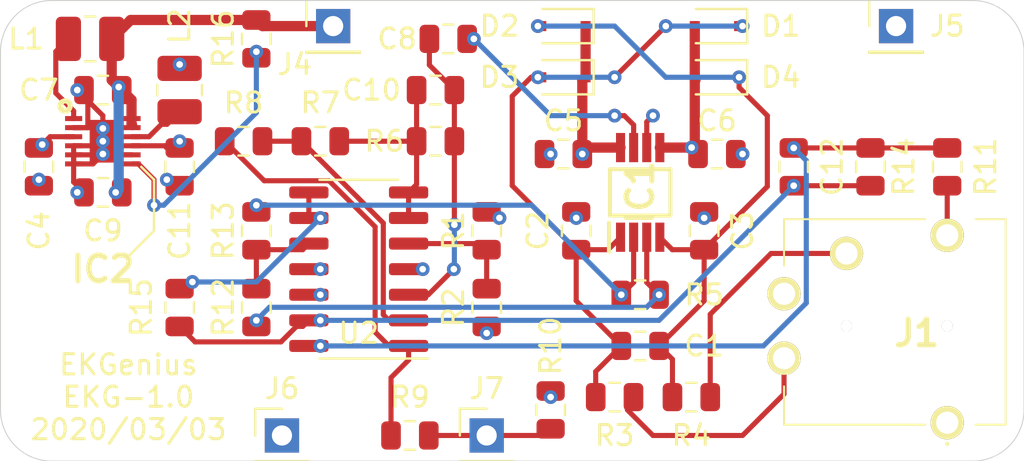
<source format=kicad_pcb>
(kicad_pcb (version 20171130) (host pcbnew 5.1.5)

  (general
    (thickness 1.6002)
    (drawings 33)
    (tracks 243)
    (zones 0)
    (modules 42)
    (nets 28)
  )

  (page A4)
  (layers
    (0 F.Cu signal hide)
    (1 In1.Cu signal hide)
    (2 In2.Cu signal hide)
    (31 B.Cu signal hide)
    (36 B.SilkS user)
    (37 F.SilkS user)
    (38 B.Mask user)
    (39 F.Mask user)
    (40 Dwgs.User user hide)
    (41 Cmts.User user)
    (44 Edge.Cuts user)
    (45 Margin user)
    (46 B.CrtYd user)
    (47 F.CrtYd user)
    (48 B.Fab user)
    (49 F.Fab user hide)
  )

  (setup
    (last_trace_width 0.508)
    (user_trace_width 0.254)
    (user_trace_width 0.508)
    (trace_clearance 0.1524)
    (zone_clearance 0.508)
    (zone_45_only no)
    (trace_min 0.1524)
    (via_size 0.6858)
    (via_drill 0.3302)
    (via_min_size 0.508)
    (via_min_drill 0.254)
    (uvia_size 0.3)
    (uvia_drill 0.1)
    (uvias_allowed no)
    (uvia_min_size 0)
    (uvia_min_drill 0)
    (edge_width 0.05)
    (segment_width 0.2)
    (pcb_text_width 0.3)
    (pcb_text_size 1.5 1.5)
    (mod_edge_width 0.12)
    (mod_text_size 1 1)
    (mod_text_width 0.15)
    (pad_size 1.524 1.524)
    (pad_drill 0.762)
    (pad_to_mask_clearance 0.0508)
    (solder_mask_min_width 0.1016)
    (aux_axis_origin 0 0)
    (visible_elements FFFFFF7F)
    (pcbplotparams
      (layerselection 0x010fc_ffffffff)
      (usegerberextensions false)
      (usegerberattributes false)
      (usegerberadvancedattributes false)
      (creategerberjobfile false)
      (excludeedgelayer true)
      (linewidth 0.100000)
      (plotframeref false)
      (viasonmask false)
      (mode 1)
      (useauxorigin false)
      (hpglpennumber 1)
      (hpglpenspeed 20)
      (hpglpendiameter 15.000000)
      (psnegative false)
      (psa4output false)
      (plotreference true)
      (plotvalue true)
      (plotinvisibletext false)
      (padsonsilk false)
      (subtractmaskfromsilk false)
      (outputformat 1)
      (mirror false)
      (drillshape 1)
      (scaleselection 1)
      (outputdirectory ""))
  )

  (net 0 "")
  (net 1 "Net-(C1-Pad2)")
  (net 2 "Net-(C1-Pad1)")
  (net 3 GNDREF)
  (net 4 V+)
  (net 5 V-)
  (net 6 3.3-5V)
  (net 7 "Net-(C8-Pad1)")
  (net 8 "Net-(C10-Pad2)")
  (net 9 VG)
  (net 10 "Net-(C12-Pad1)")
  (net 11 "Net-(C12-Pad2)")
  (net 12 RG1)
  (net 13 RG2)
  (net 14 "Net-(IC2-Pad1)")
  (net 15 "Net-(IC2-Pad10)")
  (net 16 "Net-(J1-Pad2)")
  (net 17 "Net-(J1-Pad3)")
  (net 18 RLD)
  (net 19 "Net-(J1-Pad5)")
  (net 20 "Net-(R1-Pad1)")
  (net 21 "Net-(R7-Pad2)")
  (net 22 "Net-(R8-Pad2)")
  (net 23 "Net-(R12-Pad2)")
  (net 24 "Net-(R15-Pad1)")
  (net 25 AMPOUT)
  (net 26 "Net-(IC2-Pad7)")
  (net 27 "Net-(J5-Pad1)")

  (net_class Default "This is the default net class."
    (clearance 0.1524)
    (trace_width 0.1524)
    (via_dia 0.6858)
    (via_drill 0.3302)
    (uvia_dia 0.3)
    (uvia_drill 0.1)
    (add_net 3.3-5V)
    (add_net AMPOUT)
    (add_net GNDREF)
    (add_net "Net-(C1-Pad1)")
    (add_net "Net-(C1-Pad2)")
    (add_net "Net-(C10-Pad2)")
    (add_net "Net-(C12-Pad1)")
    (add_net "Net-(C12-Pad2)")
    (add_net "Net-(C8-Pad1)")
    (add_net "Net-(IC2-Pad1)")
    (add_net "Net-(IC2-Pad10)")
    (add_net "Net-(IC2-Pad7)")
    (add_net "Net-(J1-Pad2)")
    (add_net "Net-(J1-Pad3)")
    (add_net "Net-(J1-Pad5)")
    (add_net "Net-(J5-Pad1)")
    (add_net "Net-(R1-Pad1)")
    (add_net "Net-(R12-Pad2)")
    (add_net "Net-(R15-Pad1)")
    (add_net "Net-(R7-Pad2)")
    (add_net "Net-(R8-Pad2)")
    (add_net RG1)
    (add_net RG2)
    (add_net RLD)
    (add_net V+)
    (add_net V-)
    (add_net VG)
  )

  (module Capacitor_SMD:C_0805_2012Metric (layer F.Cu) (tedit 5B36C52B) (tstamp 5E5AD957)
    (at 120.65 80.645)
    (descr "Capacitor SMD 0805 (2012 Metric), square (rectangular) end terminal, IPC_7351 nominal, (Body size source: https://docs.google.com/spreadsheets/d/1BsfQQcO9C6DZCsRaXUlFlo91Tg2WpOkGARC1WS5S8t0/edit?usp=sharing), generated with kicad-footprint-generator")
    (tags capacitor)
    (path /5E5A306D)
    (attr smd)
    (fp_text reference C1 (at 3.175 0) (layer F.SilkS)
      (effects (font (size 1 1) (thickness 0.15)))
    )
    (fp_text value 10p (at 0 1.65) (layer F.Fab)
      (effects (font (size 1 1) (thickness 0.15)))
    )
    (fp_text user %R (at 0 0) (layer F.Fab)
      (effects (font (size 0.5 0.5) (thickness 0.08)))
    )
    (fp_line (start 1.68 0.95) (end -1.68 0.95) (layer F.CrtYd) (width 0.05))
    (fp_line (start 1.68 -0.95) (end 1.68 0.95) (layer F.CrtYd) (width 0.05))
    (fp_line (start -1.68 -0.95) (end 1.68 -0.95) (layer F.CrtYd) (width 0.05))
    (fp_line (start -1.68 0.95) (end -1.68 -0.95) (layer F.CrtYd) (width 0.05))
    (fp_line (start -0.258578 0.71) (end 0.258578 0.71) (layer F.SilkS) (width 0.12))
    (fp_line (start -0.258578 -0.71) (end 0.258578 -0.71) (layer F.SilkS) (width 0.12))
    (fp_line (start 1 0.6) (end -1 0.6) (layer F.Fab) (width 0.1))
    (fp_line (start 1 -0.6) (end 1 0.6) (layer F.Fab) (width 0.1))
    (fp_line (start -1 -0.6) (end 1 -0.6) (layer F.Fab) (width 0.1))
    (fp_line (start -1 0.6) (end -1 -0.6) (layer F.Fab) (width 0.1))
    (pad 2 smd roundrect (at 0.9375 0) (size 0.975 1.4) (layers F.Cu F.Paste F.Mask) (roundrect_rratio 0.25)
      (net 1 "Net-(C1-Pad2)"))
    (pad 1 smd roundrect (at -0.9375 0) (size 0.975 1.4) (layers F.Cu F.Paste F.Mask) (roundrect_rratio 0.25)
      (net 2 "Net-(C1-Pad1)"))
    (model ${KISYS3DMOD}/Capacitor_SMD.3dshapes/C_0805_2012Metric.wrl
      (at (xyz 0 0 0))
      (scale (xyz 1 1 1))
      (rotate (xyz 0 0 0))
    )
  )

  (module Capacitor_SMD:C_0805_2012Metric (layer F.Cu) (tedit 5B36C52B) (tstamp 5E5AD968)
    (at 117.475 74.93 270)
    (descr "Capacitor SMD 0805 (2012 Metric), square (rectangular) end terminal, IPC_7351 nominal, (Body size source: https://docs.google.com/spreadsheets/d/1BsfQQcO9C6DZCsRaXUlFlo91Tg2WpOkGARC1WS5S8t0/edit?usp=sharing), generated with kicad-footprint-generator")
    (tags capacitor)
    (path /5E5A9636)
    (attr smd)
    (fp_text reference C2 (at 0 1.905 90) (layer F.SilkS)
      (effects (font (size 1 1) (thickness 0.15)))
    )
    (fp_text value 2.2p (at 0 1.65 90) (layer F.Fab)
      (effects (font (size 1 1) (thickness 0.15)))
    )
    (fp_text user %R (at 0 0 90) (layer F.Fab)
      (effects (font (size 0.5 0.5) (thickness 0.08)))
    )
    (fp_line (start 1.68 0.95) (end -1.68 0.95) (layer F.CrtYd) (width 0.05))
    (fp_line (start 1.68 -0.95) (end 1.68 0.95) (layer F.CrtYd) (width 0.05))
    (fp_line (start -1.68 -0.95) (end 1.68 -0.95) (layer F.CrtYd) (width 0.05))
    (fp_line (start -1.68 0.95) (end -1.68 -0.95) (layer F.CrtYd) (width 0.05))
    (fp_line (start -0.258578 0.71) (end 0.258578 0.71) (layer F.SilkS) (width 0.12))
    (fp_line (start -0.258578 -0.71) (end 0.258578 -0.71) (layer F.SilkS) (width 0.12))
    (fp_line (start 1 0.6) (end -1 0.6) (layer F.Fab) (width 0.1))
    (fp_line (start 1 -0.6) (end 1 0.6) (layer F.Fab) (width 0.1))
    (fp_line (start -1 -0.6) (end 1 -0.6) (layer F.Fab) (width 0.1))
    (fp_line (start -1 0.6) (end -1 -0.6) (layer F.Fab) (width 0.1))
    (pad 2 smd roundrect (at 0.9375 0 270) (size 0.975 1.4) (layers F.Cu F.Paste F.Mask) (roundrect_rratio 0.25)
      (net 2 "Net-(C1-Pad1)"))
    (pad 1 smd roundrect (at -0.9375 0 270) (size 0.975 1.4) (layers F.Cu F.Paste F.Mask) (roundrect_rratio 0.25)
      (net 3 GNDREF))
    (model ${KISYS3DMOD}/Capacitor_SMD.3dshapes/C_0805_2012Metric.wrl
      (at (xyz 0 0 0))
      (scale (xyz 1 1 1))
      (rotate (xyz 0 0 0))
    )
  )

  (module Capacitor_SMD:C_0805_2012Metric (layer F.Cu) (tedit 5B36C52B) (tstamp 5E5AD979)
    (at 123.825 74.93 90)
    (descr "Capacitor SMD 0805 (2012 Metric), square (rectangular) end terminal, IPC_7351 nominal, (Body size source: https://docs.google.com/spreadsheets/d/1BsfQQcO9C6DZCsRaXUlFlo91Tg2WpOkGARC1WS5S8t0/edit?usp=sharing), generated with kicad-footprint-generator")
    (tags capacitor)
    (path /5E5A8D79)
    (attr smd)
    (fp_text reference C3 (at 0 1.905 90) (layer F.SilkS)
      (effects (font (size 1 1) (thickness 0.15)))
    )
    (fp_text value 2.2p (at 0 1.65 90) (layer F.Fab)
      (effects (font (size 1 1) (thickness 0.15)))
    )
    (fp_line (start -1 0.6) (end -1 -0.6) (layer F.Fab) (width 0.1))
    (fp_line (start -1 -0.6) (end 1 -0.6) (layer F.Fab) (width 0.1))
    (fp_line (start 1 -0.6) (end 1 0.6) (layer F.Fab) (width 0.1))
    (fp_line (start 1 0.6) (end -1 0.6) (layer F.Fab) (width 0.1))
    (fp_line (start -0.258578 -0.71) (end 0.258578 -0.71) (layer F.SilkS) (width 0.12))
    (fp_line (start -0.258578 0.71) (end 0.258578 0.71) (layer F.SilkS) (width 0.12))
    (fp_line (start -1.68 0.95) (end -1.68 -0.95) (layer F.CrtYd) (width 0.05))
    (fp_line (start -1.68 -0.95) (end 1.68 -0.95) (layer F.CrtYd) (width 0.05))
    (fp_line (start 1.68 -0.95) (end 1.68 0.95) (layer F.CrtYd) (width 0.05))
    (fp_line (start 1.68 0.95) (end -1.68 0.95) (layer F.CrtYd) (width 0.05))
    (fp_text user %R (at 0 0 90) (layer F.Fab)
      (effects (font (size 0.5 0.5) (thickness 0.08)))
    )
    (pad 1 smd roundrect (at -0.9375 0 90) (size 0.975 1.4) (layers F.Cu F.Paste F.Mask) (roundrect_rratio 0.25)
      (net 1 "Net-(C1-Pad2)"))
    (pad 2 smd roundrect (at 0.9375 0 90) (size 0.975 1.4) (layers F.Cu F.Paste F.Mask) (roundrect_rratio 0.25)
      (net 3 GNDREF))
    (model ${KISYS3DMOD}/Capacitor_SMD.3dshapes/C_0805_2012Metric.wrl
      (at (xyz 0 0 0))
      (scale (xyz 1 1 1))
      (rotate (xyz 0 0 0))
    )
  )

  (module Capacitor_SMD:C_0805_2012Metric (layer F.Cu) (tedit 5B36C52B) (tstamp 5E5AD98A)
    (at 90.805 71.755 270)
    (descr "Capacitor SMD 0805 (2012 Metric), square (rectangular) end terminal, IPC_7351 nominal, (Body size source: https://docs.google.com/spreadsheets/d/1BsfQQcO9C6DZCsRaXUlFlo91Tg2WpOkGARC1WS5S8t0/edit?usp=sharing), generated with kicad-footprint-generator")
    (tags capacitor)
    (path /5E6517C4)
    (attr smd)
    (fp_text reference C4 (at 3.175 0 90) (layer F.SilkS)
      (effects (font (size 1 1) (thickness 0.15)))
    )
    (fp_text value 10u (at 0 1.65 90) (layer F.Fab)
      (effects (font (size 1 1) (thickness 0.15)))
    )
    (fp_text user %R (at 0 0 90) (layer F.Fab)
      (effects (font (size 0.5 0.5) (thickness 0.08)))
    )
    (fp_line (start 1.68 0.95) (end -1.68 0.95) (layer F.CrtYd) (width 0.05))
    (fp_line (start 1.68 -0.95) (end 1.68 0.95) (layer F.CrtYd) (width 0.05))
    (fp_line (start -1.68 -0.95) (end 1.68 -0.95) (layer F.CrtYd) (width 0.05))
    (fp_line (start -1.68 0.95) (end -1.68 -0.95) (layer F.CrtYd) (width 0.05))
    (fp_line (start -0.258578 0.71) (end 0.258578 0.71) (layer F.SilkS) (width 0.12))
    (fp_line (start -0.258578 -0.71) (end 0.258578 -0.71) (layer F.SilkS) (width 0.12))
    (fp_line (start 1 0.6) (end -1 0.6) (layer F.Fab) (width 0.1))
    (fp_line (start 1 -0.6) (end 1 0.6) (layer F.Fab) (width 0.1))
    (fp_line (start -1 -0.6) (end 1 -0.6) (layer F.Fab) (width 0.1))
    (fp_line (start -1 0.6) (end -1 -0.6) (layer F.Fab) (width 0.1))
    (pad 2 smd roundrect (at 0.9375 0 270) (size 0.975 1.4) (layers F.Cu F.Paste F.Mask) (roundrect_rratio 0.25)
      (net 3 GNDREF))
    (pad 1 smd roundrect (at -0.9375 0 270) (size 0.975 1.4) (layers F.Cu F.Paste F.Mask) (roundrect_rratio 0.25)
      (net 4 V+))
    (model ${KISYS3DMOD}/Capacitor_SMD.3dshapes/C_0805_2012Metric.wrl
      (at (xyz 0 0 0))
      (scale (xyz 1 1 1))
      (rotate (xyz 0 0 0))
    )
  )

  (module Capacitor_SMD:C_0805_2012Metric (layer F.Cu) (tedit 5B36C52B) (tstamp 5E5AD99B)
    (at 116.84 71.12)
    (descr "Capacitor SMD 0805 (2012 Metric), square (rectangular) end terminal, IPC_7351 nominal, (Body size source: https://docs.google.com/spreadsheets/d/1BsfQQcO9C6DZCsRaXUlFlo91Tg2WpOkGARC1WS5S8t0/edit?usp=sharing), generated with kicad-footprint-generator")
    (tags capacitor)
    (path /5E5B5661)
    (attr smd)
    (fp_text reference C5 (at 0 -1.65) (layer F.SilkS)
      (effects (font (size 1 1) (thickness 0.15)))
    )
    (fp_text value 100n (at 0 1.65) (layer F.Fab)
      (effects (font (size 1 1) (thickness 0.15)))
    )
    (fp_text user %R (at 0 0) (layer F.Fab)
      (effects (font (size 0.5 0.5) (thickness 0.08)))
    )
    (fp_line (start 1.68 0.95) (end -1.68 0.95) (layer F.CrtYd) (width 0.05))
    (fp_line (start 1.68 -0.95) (end 1.68 0.95) (layer F.CrtYd) (width 0.05))
    (fp_line (start -1.68 -0.95) (end 1.68 -0.95) (layer F.CrtYd) (width 0.05))
    (fp_line (start -1.68 0.95) (end -1.68 -0.95) (layer F.CrtYd) (width 0.05))
    (fp_line (start -0.258578 0.71) (end 0.258578 0.71) (layer F.SilkS) (width 0.12))
    (fp_line (start -0.258578 -0.71) (end 0.258578 -0.71) (layer F.SilkS) (width 0.12))
    (fp_line (start 1 0.6) (end -1 0.6) (layer F.Fab) (width 0.1))
    (fp_line (start 1 -0.6) (end 1 0.6) (layer F.Fab) (width 0.1))
    (fp_line (start -1 -0.6) (end 1 -0.6) (layer F.Fab) (width 0.1))
    (fp_line (start -1 0.6) (end -1 -0.6) (layer F.Fab) (width 0.1))
    (pad 2 smd roundrect (at 0.9375 0) (size 0.975 1.4) (layers F.Cu F.Paste F.Mask) (roundrect_rratio 0.25)
      (net 4 V+))
    (pad 1 smd roundrect (at -0.9375 0) (size 0.975 1.4) (layers F.Cu F.Paste F.Mask) (roundrect_rratio 0.25)
      (net 3 GNDREF))
    (model ${KISYS3DMOD}/Capacitor_SMD.3dshapes/C_0805_2012Metric.wrl
      (at (xyz 0 0 0))
      (scale (xyz 1 1 1))
      (rotate (xyz 0 0 0))
    )
  )

  (module Capacitor_SMD:C_0805_2012Metric (layer F.Cu) (tedit 5B36C52B) (tstamp 5E5AD9AC)
    (at 124.46 71.12)
    (descr "Capacitor SMD 0805 (2012 Metric), square (rectangular) end terminal, IPC_7351 nominal, (Body size source: https://docs.google.com/spreadsheets/d/1BsfQQcO9C6DZCsRaXUlFlo91Tg2WpOkGARC1WS5S8t0/edit?usp=sharing), generated with kicad-footprint-generator")
    (tags capacitor)
    (path /5E5B3ABF)
    (attr smd)
    (fp_text reference C6 (at 0 -1.65) (layer F.SilkS)
      (effects (font (size 1 1) (thickness 0.15)))
    )
    (fp_text value 100n (at 0 1.65) (layer F.Fab)
      (effects (font (size 1 1) (thickness 0.15)))
    )
    (fp_line (start -1 0.6) (end -1 -0.6) (layer F.Fab) (width 0.1))
    (fp_line (start -1 -0.6) (end 1 -0.6) (layer F.Fab) (width 0.1))
    (fp_line (start 1 -0.6) (end 1 0.6) (layer F.Fab) (width 0.1))
    (fp_line (start 1 0.6) (end -1 0.6) (layer F.Fab) (width 0.1))
    (fp_line (start -0.258578 -0.71) (end 0.258578 -0.71) (layer F.SilkS) (width 0.12))
    (fp_line (start -0.258578 0.71) (end 0.258578 0.71) (layer F.SilkS) (width 0.12))
    (fp_line (start -1.68 0.95) (end -1.68 -0.95) (layer F.CrtYd) (width 0.05))
    (fp_line (start -1.68 -0.95) (end 1.68 -0.95) (layer F.CrtYd) (width 0.05))
    (fp_line (start 1.68 -0.95) (end 1.68 0.95) (layer F.CrtYd) (width 0.05))
    (fp_line (start 1.68 0.95) (end -1.68 0.95) (layer F.CrtYd) (width 0.05))
    (fp_text user %R (at 0 0) (layer F.Fab)
      (effects (font (size 0.5 0.5) (thickness 0.08)))
    )
    (pad 1 smd roundrect (at -0.9375 0) (size 0.975 1.4) (layers F.Cu F.Paste F.Mask) (roundrect_rratio 0.25)
      (net 5 V-))
    (pad 2 smd roundrect (at 0.9375 0) (size 0.975 1.4) (layers F.Cu F.Paste F.Mask) (roundrect_rratio 0.25)
      (net 3 GNDREF))
    (model ${KISYS3DMOD}/Capacitor_SMD.3dshapes/C_0805_2012Metric.wrl
      (at (xyz 0 0 0))
      (scale (xyz 1 1 1))
      (rotate (xyz 0 0 0))
    )
  )

  (module Capacitor_SMD:C_0805_2012Metric (layer F.Cu) (tedit 5B36C52B) (tstamp 5E5AD9BD)
    (at 93.98 67.945)
    (descr "Capacitor SMD 0805 (2012 Metric), square (rectangular) end terminal, IPC_7351 nominal, (Body size source: https://docs.google.com/spreadsheets/d/1BsfQQcO9C6DZCsRaXUlFlo91Tg2WpOkGARC1WS5S8t0/edit?usp=sharing), generated with kicad-footprint-generator")
    (tags capacitor)
    (path /5E636844)
    (attr smd)
    (fp_text reference C7 (at -3.175 0) (layer F.SilkS)
      (effects (font (size 1 1) (thickness 0.15)))
    )
    (fp_text value 10u (at 0 1.65) (layer F.Fab)
      (effects (font (size 1 1) (thickness 0.15)))
    )
    (fp_text user %R (at 0 0) (layer F.Fab)
      (effects (font (size 0.5 0.5) (thickness 0.08)))
    )
    (fp_line (start 1.68 0.95) (end -1.68 0.95) (layer F.CrtYd) (width 0.05))
    (fp_line (start 1.68 -0.95) (end 1.68 0.95) (layer F.CrtYd) (width 0.05))
    (fp_line (start -1.68 -0.95) (end 1.68 -0.95) (layer F.CrtYd) (width 0.05))
    (fp_line (start -1.68 0.95) (end -1.68 -0.95) (layer F.CrtYd) (width 0.05))
    (fp_line (start -0.258578 0.71) (end 0.258578 0.71) (layer F.SilkS) (width 0.12))
    (fp_line (start -0.258578 -0.71) (end 0.258578 -0.71) (layer F.SilkS) (width 0.12))
    (fp_line (start 1 0.6) (end -1 0.6) (layer F.Fab) (width 0.1))
    (fp_line (start 1 -0.6) (end 1 0.6) (layer F.Fab) (width 0.1))
    (fp_line (start -1 -0.6) (end 1 -0.6) (layer F.Fab) (width 0.1))
    (fp_line (start -1 0.6) (end -1 -0.6) (layer F.Fab) (width 0.1))
    (pad 2 smd roundrect (at 0.9375 0) (size 0.975 1.4) (layers F.Cu F.Paste F.Mask) (roundrect_rratio 0.25)
      (net 6 3.3-5V))
    (pad 1 smd roundrect (at -0.9375 0) (size 0.975 1.4) (layers F.Cu F.Paste F.Mask) (roundrect_rratio 0.25)
      (net 3 GNDREF))
    (model ${KISYS3DMOD}/Capacitor_SMD.3dshapes/C_0805_2012Metric.wrl
      (at (xyz 0 0 0))
      (scale (xyz 1 1 1))
      (rotate (xyz 0 0 0))
    )
  )

  (module Capacitor_SMD:C_0805_2012Metric (layer F.Cu) (tedit 5B36C52B) (tstamp 5E5AD9CE)
    (at 111.125 65.405 180)
    (descr "Capacitor SMD 0805 (2012 Metric), square (rectangular) end terminal, IPC_7351 nominal, (Body size source: https://docs.google.com/spreadsheets/d/1BsfQQcO9C6DZCsRaXUlFlo91Tg2WpOkGARC1WS5S8t0/edit?usp=sharing), generated with kicad-footprint-generator")
    (tags capacitor)
    (path /5E5BD131)
    (attr smd)
    (fp_text reference C8 (at 2.54 0) (layer F.SilkS)
      (effects (font (size 1 1) (thickness 0.15)))
    )
    (fp_text value 4.7u (at 0 1.65) (layer F.Fab)
      (effects (font (size 1 1) (thickness 0.15)))
    )
    (fp_line (start -1 0.6) (end -1 -0.6) (layer F.Fab) (width 0.1))
    (fp_line (start -1 -0.6) (end 1 -0.6) (layer F.Fab) (width 0.1))
    (fp_line (start 1 -0.6) (end 1 0.6) (layer F.Fab) (width 0.1))
    (fp_line (start 1 0.6) (end -1 0.6) (layer F.Fab) (width 0.1))
    (fp_line (start -0.258578 -0.71) (end 0.258578 -0.71) (layer F.SilkS) (width 0.12))
    (fp_line (start -0.258578 0.71) (end 0.258578 0.71) (layer F.SilkS) (width 0.12))
    (fp_line (start -1.68 0.95) (end -1.68 -0.95) (layer F.CrtYd) (width 0.05))
    (fp_line (start -1.68 -0.95) (end 1.68 -0.95) (layer F.CrtYd) (width 0.05))
    (fp_line (start 1.68 -0.95) (end 1.68 0.95) (layer F.CrtYd) (width 0.05))
    (fp_line (start 1.68 0.95) (end -1.68 0.95) (layer F.CrtYd) (width 0.05))
    (fp_text user %R (at 0 0) (layer F.Fab)
      (effects (font (size 0.5 0.5) (thickness 0.08)))
    )
    (pad 1 smd roundrect (at -0.9375 0 180) (size 0.975 1.4) (layers F.Cu F.Paste F.Mask) (roundrect_rratio 0.25)
      (net 7 "Net-(C8-Pad1)"))
    (pad 2 smd roundrect (at 0.9375 0 180) (size 0.975 1.4) (layers F.Cu F.Paste F.Mask) (roundrect_rratio 0.25)
      (net 8 "Net-(C10-Pad2)"))
    (model ${KISYS3DMOD}/Capacitor_SMD.3dshapes/C_0805_2012Metric.wrl
      (at (xyz 0 0 0))
      (scale (xyz 1 1 1))
      (rotate (xyz 0 0 0))
    )
  )

  (module Capacitor_SMD:C_0805_2012Metric (layer F.Cu) (tedit 5B36C52B) (tstamp 5E5AD9DF)
    (at 93.98 73.025 180)
    (descr "Capacitor SMD 0805 (2012 Metric), square (rectangular) end terminal, IPC_7351 nominal, (Body size source: https://docs.google.com/spreadsheets/d/1BsfQQcO9C6DZCsRaXUlFlo91Tg2WpOkGARC1WS5S8t0/edit?usp=sharing), generated with kicad-footprint-generator")
    (tags capacitor)
    (path /5E63C240)
    (attr smd)
    (fp_text reference C9 (at 0 -1.905) (layer F.SilkS)
      (effects (font (size 1 1) (thickness 0.15)))
    )
    (fp_text value 100n (at 0 -1.905) (layer F.Fab)
      (effects (font (size 1 1) (thickness 0.15)))
    )
    (fp_line (start -1 0.6) (end -1 -0.6) (layer F.Fab) (width 0.1))
    (fp_line (start -1 -0.6) (end 1 -0.6) (layer F.Fab) (width 0.1))
    (fp_line (start 1 -0.6) (end 1 0.6) (layer F.Fab) (width 0.1))
    (fp_line (start 1 0.6) (end -1 0.6) (layer F.Fab) (width 0.1))
    (fp_line (start -0.258578 -0.71) (end 0.258578 -0.71) (layer F.SilkS) (width 0.12))
    (fp_line (start -0.258578 0.71) (end 0.258578 0.71) (layer F.SilkS) (width 0.12))
    (fp_line (start -1.68 0.95) (end -1.68 -0.95) (layer F.CrtYd) (width 0.05))
    (fp_line (start -1.68 -0.95) (end 1.68 -0.95) (layer F.CrtYd) (width 0.05))
    (fp_line (start 1.68 -0.95) (end 1.68 0.95) (layer F.CrtYd) (width 0.05))
    (fp_line (start 1.68 0.95) (end -1.68 0.95) (layer F.CrtYd) (width 0.05))
    (fp_text user %R (at 0 0) (layer F.Fab)
      (effects (font (size 0.5 0.5) (thickness 0.08)))
    )
    (pad 1 smd roundrect (at -0.9375 0 180) (size 0.975 1.4) (layers F.Cu F.Paste F.Mask) (roundrect_rratio 0.25)
      (net 6 3.3-5V))
    (pad 2 smd roundrect (at 0.9375 0 180) (size 0.975 1.4) (layers F.Cu F.Paste F.Mask) (roundrect_rratio 0.25)
      (net 3 GNDREF))
    (model ${KISYS3DMOD}/Capacitor_SMD.3dshapes/C_0805_2012Metric.wrl
      (at (xyz 0 0 0))
      (scale (xyz 1 1 1))
      (rotate (xyz 0 0 0))
    )
  )

  (module Capacitor_SMD:C_0805_2012Metric (layer F.Cu) (tedit 5B36C52B) (tstamp 5E5AD9F0)
    (at 110.49 67.945)
    (descr "Capacitor SMD 0805 (2012 Metric), square (rectangular) end terminal, IPC_7351 nominal, (Body size source: https://docs.google.com/spreadsheets/d/1BsfQQcO9C6DZCsRaXUlFlo91Tg2WpOkGARC1WS5S8t0/edit?usp=sharing), generated with kicad-footprint-generator")
    (tags capacitor)
    (path /5E5BEF5B)
    (attr smd)
    (fp_text reference C10 (at -3.175 0) (layer F.SilkS)
      (effects (font (size 1 1) (thickness 0.15)))
    )
    (fp_text value 4.7u (at 0 1.65) (layer F.Fab)
      (effects (font (size 1 1) (thickness 0.15)))
    )
    (fp_text user %R (at 0 0) (layer F.Fab)
      (effects (font (size 0.5 0.5) (thickness 0.08)))
    )
    (fp_line (start 1.68 0.95) (end -1.68 0.95) (layer F.CrtYd) (width 0.05))
    (fp_line (start 1.68 -0.95) (end 1.68 0.95) (layer F.CrtYd) (width 0.05))
    (fp_line (start -1.68 -0.95) (end 1.68 -0.95) (layer F.CrtYd) (width 0.05))
    (fp_line (start -1.68 0.95) (end -1.68 -0.95) (layer F.CrtYd) (width 0.05))
    (fp_line (start -0.258578 0.71) (end 0.258578 0.71) (layer F.SilkS) (width 0.12))
    (fp_line (start -0.258578 -0.71) (end 0.258578 -0.71) (layer F.SilkS) (width 0.12))
    (fp_line (start 1 0.6) (end -1 0.6) (layer F.Fab) (width 0.1))
    (fp_line (start 1 -0.6) (end 1 0.6) (layer F.Fab) (width 0.1))
    (fp_line (start -1 -0.6) (end 1 -0.6) (layer F.Fab) (width 0.1))
    (fp_line (start -1 0.6) (end -1 -0.6) (layer F.Fab) (width 0.1))
    (pad 2 smd roundrect (at 0.9375 0) (size 0.975 1.4) (layers F.Cu F.Paste F.Mask) (roundrect_rratio 0.25)
      (net 8 "Net-(C10-Pad2)"))
    (pad 1 smd roundrect (at -0.9375 0) (size 0.975 1.4) (layers F.Cu F.Paste F.Mask) (roundrect_rratio 0.25)
      (net 9 VG))
    (model ${KISYS3DMOD}/Capacitor_SMD.3dshapes/C_0805_2012Metric.wrl
      (at (xyz 0 0 0))
      (scale (xyz 1 1 1))
      (rotate (xyz 0 0 0))
    )
  )

  (module Capacitor_SMD:C_0805_2012Metric (layer F.Cu) (tedit 5B36C52B) (tstamp 5E5ADA01)
    (at 97.79 71.755 270)
    (descr "Capacitor SMD 0805 (2012 Metric), square (rectangular) end terminal, IPC_7351 nominal, (Body size source: https://docs.google.com/spreadsheets/d/1BsfQQcO9C6DZCsRaXUlFlo91Tg2WpOkGARC1WS5S8t0/edit?usp=sharing), generated with kicad-footprint-generator")
    (tags capacitor)
    (path /5E6538E0)
    (attr smd)
    (fp_text reference C11 (at 3.175 0 90) (layer F.SilkS)
      (effects (font (size 1 1) (thickness 0.15)))
    )
    (fp_text value 10u (at 0 1.65 90) (layer F.Fab)
      (effects (font (size 1 1) (thickness 0.15)))
    )
    (fp_line (start -1 0.6) (end -1 -0.6) (layer F.Fab) (width 0.1))
    (fp_line (start -1 -0.6) (end 1 -0.6) (layer F.Fab) (width 0.1))
    (fp_line (start 1 -0.6) (end 1 0.6) (layer F.Fab) (width 0.1))
    (fp_line (start 1 0.6) (end -1 0.6) (layer F.Fab) (width 0.1))
    (fp_line (start -0.258578 -0.71) (end 0.258578 -0.71) (layer F.SilkS) (width 0.12))
    (fp_line (start -0.258578 0.71) (end 0.258578 0.71) (layer F.SilkS) (width 0.12))
    (fp_line (start -1.68 0.95) (end -1.68 -0.95) (layer F.CrtYd) (width 0.05))
    (fp_line (start -1.68 -0.95) (end 1.68 -0.95) (layer F.CrtYd) (width 0.05))
    (fp_line (start 1.68 -0.95) (end 1.68 0.95) (layer F.CrtYd) (width 0.05))
    (fp_line (start 1.68 0.95) (end -1.68 0.95) (layer F.CrtYd) (width 0.05))
    (fp_text user %R (at 0 0 90) (layer F.Fab)
      (effects (font (size 0.5 0.5) (thickness 0.08)))
    )
    (pad 1 smd roundrect (at -0.9375 0 270) (size 0.975 1.4) (layers F.Cu F.Paste F.Mask) (roundrect_rratio 0.25)
      (net 5 V-))
    (pad 2 smd roundrect (at 0.9375 0 270) (size 0.975 1.4) (layers F.Cu F.Paste F.Mask) (roundrect_rratio 0.25)
      (net 3 GNDREF))
    (model ${KISYS3DMOD}/Capacitor_SMD.3dshapes/C_0805_2012Metric.wrl
      (at (xyz 0 0 0))
      (scale (xyz 1 1 1))
      (rotate (xyz 0 0 0))
    )
  )

  (module Capacitor_SMD:C_0805_2012Metric (layer F.Cu) (tedit 5B36C52B) (tstamp 5E5ADA12)
    (at 128.27 71.755 90)
    (descr "Capacitor SMD 0805 (2012 Metric), square (rectangular) end terminal, IPC_7351 nominal, (Body size source: https://docs.google.com/spreadsheets/d/1BsfQQcO9C6DZCsRaXUlFlo91Tg2WpOkGARC1WS5S8t0/edit?usp=sharing), generated with kicad-footprint-generator")
    (tags capacitor)
    (path /5E5EAA59)
    (attr smd)
    (fp_text reference C12 (at 0 1.905 90) (layer F.SilkS)
      (effects (font (size 1 1) (thickness 0.15)))
    )
    (fp_text value 68p (at 0 1.65 90) (layer F.Fab)
      (effects (font (size 1 1) (thickness 0.15)))
    )
    (fp_line (start -1 0.6) (end -1 -0.6) (layer F.Fab) (width 0.1))
    (fp_line (start -1 -0.6) (end 1 -0.6) (layer F.Fab) (width 0.1))
    (fp_line (start 1 -0.6) (end 1 0.6) (layer F.Fab) (width 0.1))
    (fp_line (start 1 0.6) (end -1 0.6) (layer F.Fab) (width 0.1))
    (fp_line (start -0.258578 -0.71) (end 0.258578 -0.71) (layer F.SilkS) (width 0.12))
    (fp_line (start -0.258578 0.71) (end 0.258578 0.71) (layer F.SilkS) (width 0.12))
    (fp_line (start -1.68 0.95) (end -1.68 -0.95) (layer F.CrtYd) (width 0.05))
    (fp_line (start -1.68 -0.95) (end 1.68 -0.95) (layer F.CrtYd) (width 0.05))
    (fp_line (start 1.68 -0.95) (end 1.68 0.95) (layer F.CrtYd) (width 0.05))
    (fp_line (start 1.68 0.95) (end -1.68 0.95) (layer F.CrtYd) (width 0.05))
    (fp_text user %R (at 0 0 90) (layer F.Fab)
      (effects (font (size 0.5 0.5) (thickness 0.08)))
    )
    (pad 1 smd roundrect (at -0.9375 0 90) (size 0.975 1.4) (layers F.Cu F.Paste F.Mask) (roundrect_rratio 0.25)
      (net 10 "Net-(C12-Pad1)"))
    (pad 2 smd roundrect (at 0.9375 0 90) (size 0.975 1.4) (layers F.Cu F.Paste F.Mask) (roundrect_rratio 0.25)
      (net 11 "Net-(C12-Pad2)"))
    (model ${KISYS3DMOD}/Capacitor_SMD.3dshapes/C_0805_2012Metric.wrl
      (at (xyz 0 0 0))
      (scale (xyz 1 1 1))
      (rotate (xyz 0 0 0))
    )
  )

  (module Diode_SMD:D_SOD-323F (layer F.Cu) (tedit 590A48EB) (tstamp 5E5ADA2A)
    (at 124.46 64.77 180)
    (descr "SOD-323F http://www.nxp.com/documents/outline_drawing/SOD323F.pdf")
    (tags SOD-323F)
    (path /5E5A45C5)
    (attr smd)
    (fp_text reference D1 (at -3.175 0) (layer F.SilkS)
      (effects (font (size 1 1) (thickness 0.15)))
    )
    (fp_text value D (at 0.1 1.9) (layer F.Fab)
      (effects (font (size 1 1) (thickness 0.15)))
    )
    (fp_line (start -1.5 -0.85) (end 1.05 -0.85) (layer F.SilkS) (width 0.12))
    (fp_line (start -1.5 0.85) (end 1.05 0.85) (layer F.SilkS) (width 0.12))
    (fp_line (start -1.6 -0.95) (end -1.6 0.95) (layer F.CrtYd) (width 0.05))
    (fp_line (start -1.6 0.95) (end 1.6 0.95) (layer F.CrtYd) (width 0.05))
    (fp_line (start 1.6 -0.95) (end 1.6 0.95) (layer F.CrtYd) (width 0.05))
    (fp_line (start -1.6 -0.95) (end 1.6 -0.95) (layer F.CrtYd) (width 0.05))
    (fp_line (start -0.9 -0.7) (end 0.9 -0.7) (layer F.Fab) (width 0.1))
    (fp_line (start 0.9 -0.7) (end 0.9 0.7) (layer F.Fab) (width 0.1))
    (fp_line (start 0.9 0.7) (end -0.9 0.7) (layer F.Fab) (width 0.1))
    (fp_line (start -0.9 0.7) (end -0.9 -0.7) (layer F.Fab) (width 0.1))
    (fp_line (start -0.3 -0.35) (end -0.3 0.35) (layer F.Fab) (width 0.1))
    (fp_line (start -0.3 0) (end -0.5 0) (layer F.Fab) (width 0.1))
    (fp_line (start -0.3 0) (end 0.2 -0.35) (layer F.Fab) (width 0.1))
    (fp_line (start 0.2 -0.35) (end 0.2 0.35) (layer F.Fab) (width 0.1))
    (fp_line (start 0.2 0.35) (end -0.3 0) (layer F.Fab) (width 0.1))
    (fp_line (start 0.2 0) (end 0.45 0) (layer F.Fab) (width 0.1))
    (fp_line (start -1.5 -0.85) (end -1.5 0.85) (layer F.SilkS) (width 0.12))
    (fp_text user %R (at 0 -1.85) (layer F.Fab)
      (effects (font (size 1 1) (thickness 0.15)))
    )
    (pad 2 smd rect (at 1.1 0 180) (size 0.5 0.5) (layers F.Cu F.Paste F.Mask)
      (net 5 V-))
    (pad 1 smd rect (at -1.1 0 180) (size 0.5 0.5) (layers F.Cu F.Paste F.Mask)
      (net 2 "Net-(C1-Pad1)"))
    (model ${KISYS3DMOD}/Diode_SMD.3dshapes/D_SOD-323F.wrl
      (at (xyz 0 0 0))
      (scale (xyz 1 1 1))
      (rotate (xyz 0 0 0))
    )
  )

  (module Diode_SMD:D_SOD-323F (layer F.Cu) (tedit 590A48EB) (tstamp 5E5ADA42)
    (at 116.84 64.77 180)
    (descr "SOD-323F http://www.nxp.com/documents/outline_drawing/SOD323F.pdf")
    (tags SOD-323F)
    (path /5E5A58F0)
    (attr smd)
    (fp_text reference D2 (at 3.175 0) (layer F.SilkS)
      (effects (font (size 1 1) (thickness 0.15)))
    )
    (fp_text value D (at 0.1 1.9) (layer F.Fab)
      (effects (font (size 1 1) (thickness 0.15)))
    )
    (fp_text user %R (at 0 -1.85) (layer F.Fab)
      (effects (font (size 1 1) (thickness 0.15)))
    )
    (fp_line (start -1.5 -0.85) (end -1.5 0.85) (layer F.SilkS) (width 0.12))
    (fp_line (start 0.2 0) (end 0.45 0) (layer F.Fab) (width 0.1))
    (fp_line (start 0.2 0.35) (end -0.3 0) (layer F.Fab) (width 0.1))
    (fp_line (start 0.2 -0.35) (end 0.2 0.35) (layer F.Fab) (width 0.1))
    (fp_line (start -0.3 0) (end 0.2 -0.35) (layer F.Fab) (width 0.1))
    (fp_line (start -0.3 0) (end -0.5 0) (layer F.Fab) (width 0.1))
    (fp_line (start -0.3 -0.35) (end -0.3 0.35) (layer F.Fab) (width 0.1))
    (fp_line (start -0.9 0.7) (end -0.9 -0.7) (layer F.Fab) (width 0.1))
    (fp_line (start 0.9 0.7) (end -0.9 0.7) (layer F.Fab) (width 0.1))
    (fp_line (start 0.9 -0.7) (end 0.9 0.7) (layer F.Fab) (width 0.1))
    (fp_line (start -0.9 -0.7) (end 0.9 -0.7) (layer F.Fab) (width 0.1))
    (fp_line (start -1.6 -0.95) (end 1.6 -0.95) (layer F.CrtYd) (width 0.05))
    (fp_line (start 1.6 -0.95) (end 1.6 0.95) (layer F.CrtYd) (width 0.05))
    (fp_line (start -1.6 0.95) (end 1.6 0.95) (layer F.CrtYd) (width 0.05))
    (fp_line (start -1.6 -0.95) (end -1.6 0.95) (layer F.CrtYd) (width 0.05))
    (fp_line (start -1.5 0.85) (end 1.05 0.85) (layer F.SilkS) (width 0.12))
    (fp_line (start -1.5 -0.85) (end 1.05 -0.85) (layer F.SilkS) (width 0.12))
    (pad 1 smd rect (at -1.1 0 180) (size 0.5 0.5) (layers F.Cu F.Paste F.Mask)
      (net 4 V+))
    (pad 2 smd rect (at 1.1 0 180) (size 0.5 0.5) (layers F.Cu F.Paste F.Mask)
      (net 1 "Net-(C1-Pad2)"))
    (model ${KISYS3DMOD}/Diode_SMD.3dshapes/D_SOD-323F.wrl
      (at (xyz 0 0 0))
      (scale (xyz 1 1 1))
      (rotate (xyz 0 0 0))
    )
  )

  (module Diode_SMD:D_SOD-323F (layer F.Cu) (tedit 590A48EB) (tstamp 5E5ADA5A)
    (at 116.84 67.31 180)
    (descr "SOD-323F http://www.nxp.com/documents/outline_drawing/SOD323F.pdf")
    (tags SOD-323F)
    (path /5E5A3DE8)
    (attr smd)
    (fp_text reference D3 (at 3.175 0) (layer F.SilkS)
      (effects (font (size 1 1) (thickness 0.15)))
    )
    (fp_text value D (at 0.1 1.9) (layer F.Fab)
      (effects (font (size 1 1) (thickness 0.15)))
    )
    (fp_text user %R (at 0 -1.85) (layer F.Fab)
      (effects (font (size 1 1) (thickness 0.15)))
    )
    (fp_line (start -1.5 -0.85) (end -1.5 0.85) (layer F.SilkS) (width 0.12))
    (fp_line (start 0.2 0) (end 0.45 0) (layer F.Fab) (width 0.1))
    (fp_line (start 0.2 0.35) (end -0.3 0) (layer F.Fab) (width 0.1))
    (fp_line (start 0.2 -0.35) (end 0.2 0.35) (layer F.Fab) (width 0.1))
    (fp_line (start -0.3 0) (end 0.2 -0.35) (layer F.Fab) (width 0.1))
    (fp_line (start -0.3 0) (end -0.5 0) (layer F.Fab) (width 0.1))
    (fp_line (start -0.3 -0.35) (end -0.3 0.35) (layer F.Fab) (width 0.1))
    (fp_line (start -0.9 0.7) (end -0.9 -0.7) (layer F.Fab) (width 0.1))
    (fp_line (start 0.9 0.7) (end -0.9 0.7) (layer F.Fab) (width 0.1))
    (fp_line (start 0.9 -0.7) (end 0.9 0.7) (layer F.Fab) (width 0.1))
    (fp_line (start -0.9 -0.7) (end 0.9 -0.7) (layer F.Fab) (width 0.1))
    (fp_line (start -1.6 -0.95) (end 1.6 -0.95) (layer F.CrtYd) (width 0.05))
    (fp_line (start 1.6 -0.95) (end 1.6 0.95) (layer F.CrtYd) (width 0.05))
    (fp_line (start -1.6 0.95) (end 1.6 0.95) (layer F.CrtYd) (width 0.05))
    (fp_line (start -1.6 -0.95) (end -1.6 0.95) (layer F.CrtYd) (width 0.05))
    (fp_line (start -1.5 0.85) (end 1.05 0.85) (layer F.SilkS) (width 0.12))
    (fp_line (start -1.5 -0.85) (end 1.05 -0.85) (layer F.SilkS) (width 0.12))
    (pad 1 smd rect (at -1.1 0 180) (size 0.5 0.5) (layers F.Cu F.Paste F.Mask)
      (net 4 V+))
    (pad 2 smd rect (at 1.1 0 180) (size 0.5 0.5) (layers F.Cu F.Paste F.Mask)
      (net 2 "Net-(C1-Pad1)"))
    (model ${KISYS3DMOD}/Diode_SMD.3dshapes/D_SOD-323F.wrl
      (at (xyz 0 0 0))
      (scale (xyz 1 1 1))
      (rotate (xyz 0 0 0))
    )
  )

  (module Diode_SMD:D_SOD-323F (layer F.Cu) (tedit 590A48EB) (tstamp 5E5ADA72)
    (at 124.46 67.31 180)
    (descr "SOD-323F http://www.nxp.com/documents/outline_drawing/SOD323F.pdf")
    (tags SOD-323F)
    (path /5E5A58EA)
    (attr smd)
    (fp_text reference D4 (at -3.175 0) (layer F.SilkS)
      (effects (font (size 1 1) (thickness 0.15)))
    )
    (fp_text value D (at 0.1 1.9) (layer F.Fab)
      (effects (font (size 1 1) (thickness 0.15)))
    )
    (fp_line (start -1.5 -0.85) (end 1.05 -0.85) (layer F.SilkS) (width 0.12))
    (fp_line (start -1.5 0.85) (end 1.05 0.85) (layer F.SilkS) (width 0.12))
    (fp_line (start -1.6 -0.95) (end -1.6 0.95) (layer F.CrtYd) (width 0.05))
    (fp_line (start -1.6 0.95) (end 1.6 0.95) (layer F.CrtYd) (width 0.05))
    (fp_line (start 1.6 -0.95) (end 1.6 0.95) (layer F.CrtYd) (width 0.05))
    (fp_line (start -1.6 -0.95) (end 1.6 -0.95) (layer F.CrtYd) (width 0.05))
    (fp_line (start -0.9 -0.7) (end 0.9 -0.7) (layer F.Fab) (width 0.1))
    (fp_line (start 0.9 -0.7) (end 0.9 0.7) (layer F.Fab) (width 0.1))
    (fp_line (start 0.9 0.7) (end -0.9 0.7) (layer F.Fab) (width 0.1))
    (fp_line (start -0.9 0.7) (end -0.9 -0.7) (layer F.Fab) (width 0.1))
    (fp_line (start -0.3 -0.35) (end -0.3 0.35) (layer F.Fab) (width 0.1))
    (fp_line (start -0.3 0) (end -0.5 0) (layer F.Fab) (width 0.1))
    (fp_line (start -0.3 0) (end 0.2 -0.35) (layer F.Fab) (width 0.1))
    (fp_line (start 0.2 -0.35) (end 0.2 0.35) (layer F.Fab) (width 0.1))
    (fp_line (start 0.2 0.35) (end -0.3 0) (layer F.Fab) (width 0.1))
    (fp_line (start 0.2 0) (end 0.45 0) (layer F.Fab) (width 0.1))
    (fp_line (start -1.5 -0.85) (end -1.5 0.85) (layer F.SilkS) (width 0.12))
    (fp_text user %R (at 0 -1.85) (layer F.Fab)
      (effects (font (size 1 1) (thickness 0.15)))
    )
    (pad 2 smd rect (at 1.1 0 180) (size 0.5 0.5) (layers F.Cu F.Paste F.Mask)
      (net 5 V-))
    (pad 1 smd rect (at -1.1 0 180) (size 0.5 0.5) (layers F.Cu F.Paste F.Mask)
      (net 1 "Net-(C1-Pad2)"))
    (model ${KISYS3DMOD}/Diode_SMD.3dshapes/D_SOD-323F.wrl
      (at (xyz 0 0 0))
      (scale (xyz 1 1 1))
      (rotate (xyz 0 0 0))
    )
  )

  (module AD8220ARMZ:SOP65P490X110-8N (layer F.Cu) (tedit 5E59A988) (tstamp 5E5ADA8C)
    (at 120.65 73.025 90)
    (descr "RM-8(MSOP)")
    (tags "Integrated Circuit")
    (path /5E59B87C)
    (attr smd)
    (fp_text reference IC1 (at 0 0 90) (layer F.SilkS)
      (effects (font (size 1.27 1.27) (thickness 0.254)))
    )
    (fp_text value AD8220ARMZ (at 0 0 90) (layer F.SilkS) hide
      (effects (font (size 1.27 1.27) (thickness 0.254)))
    )
    (fp_line (start -3.2 -1.85) (end 3.2 -1.85) (layer Dwgs.User) (width 0.05))
    (fp_line (start 3.2 -1.85) (end 3.2 1.85) (layer Dwgs.User) (width 0.05))
    (fp_line (start 3.2 1.85) (end -3.2 1.85) (layer Dwgs.User) (width 0.05))
    (fp_line (start -3.2 1.85) (end -3.2 -1.85) (layer Dwgs.User) (width 0.05))
    (fp_line (start -1.5 -1.5) (end 1.5 -1.5) (layer Dwgs.User) (width 0.1))
    (fp_line (start 1.5 -1.5) (end 1.5 1.5) (layer Dwgs.User) (width 0.1))
    (fp_line (start 1.5 1.5) (end -1.5 1.5) (layer Dwgs.User) (width 0.1))
    (fp_line (start -1.5 1.5) (end -1.5 -1.5) (layer Dwgs.User) (width 0.1))
    (fp_line (start -1.5 -0.85) (end -0.85 -1.5) (layer Dwgs.User) (width 0.1))
    (fp_line (start -1.15 -1.5) (end 1.15 -1.5) (layer F.SilkS) (width 0.2))
    (fp_line (start 1.15 -1.5) (end 1.15 1.5) (layer F.SilkS) (width 0.2))
    (fp_line (start 1.15 1.5) (end -1.15 1.5) (layer F.SilkS) (width 0.2))
    (fp_line (start -1.15 1.5) (end -1.15 -1.5) (layer F.SilkS) (width 0.2))
    (fp_line (start -2.95 -1.55) (end -1.5 -1.55) (layer F.SilkS) (width 0.2))
    (pad 1 smd rect (at -2.225 -0.975 180) (size 0.45 1.45) (layers F.Cu F.Paste F.Mask)
      (net 2 "Net-(C1-Pad1)"))
    (pad 2 smd rect (at -2.225 -0.325 180) (size 0.45 1.45) (layers F.Cu F.Paste F.Mask)
      (net 12 RG1))
    (pad 3 smd rect (at -2.225 0.325 180) (size 0.45 1.45) (layers F.Cu F.Paste F.Mask)
      (net 13 RG2))
    (pad 4 smd rect (at -2.225 0.975 180) (size 0.45 1.45) (layers F.Cu F.Paste F.Mask)
      (net 1 "Net-(C1-Pad2)"))
    (pad 5 smd rect (at 2.225 0.975 180) (size 0.45 1.45) (layers F.Cu F.Paste F.Mask)
      (net 5 V-))
    (pad 6 smd rect (at 2.225 0.325 180) (size 0.45 1.45) (layers F.Cu F.Paste F.Mask)
      (net 3 GNDREF))
    (pad 7 smd rect (at 2.225 -0.325 180) (size 0.45 1.45) (layers F.Cu F.Paste F.Mask)
      (net 7 "Net-(C8-Pad1)"))
    (pad 8 smd rect (at 2.225 -0.975 180) (size 0.45 1.45) (layers F.Cu F.Paste F.Mask)
      (net 4 V+))
  )

  (module TPS65133DPDR:SON45P300X300X80-13N-D (layer F.Cu) (tedit 5E59D728) (tstamp 5E5ADAA7)
    (at 93.98 70.485)
    (descr DPD0012A)
    (tags "Integrated Circuit")
    (path /5E617EEC)
    (attr smd)
    (fp_text reference IC2 (at 0 6.35) (layer F.SilkS)
      (effects (font (size 1.27 1.27) (thickness 0.254)))
    )
    (fp_text value TPS65133DPDR (at 0 0) (layer F.SilkS) hide
      (effects (font (size 1.27 1.27) (thickness 0.254)))
    )
    (fp_line (start -2.125 -1.8) (end 2.125 -1.8) (layer Dwgs.User) (width 0.05))
    (fp_line (start 2.125 -1.8) (end 2.125 1.8) (layer Dwgs.User) (width 0.05))
    (fp_line (start 2.125 1.8) (end -2.125 1.8) (layer Dwgs.User) (width 0.05))
    (fp_line (start -2.125 1.8) (end -2.125 -1.8) (layer Dwgs.User) (width 0.05))
    (fp_line (start -1.5 -1.5) (end 1.5 -1.5) (layer Dwgs.User) (width 0.1))
    (fp_line (start 1.5 -1.5) (end 1.5 1.5) (layer Dwgs.User) (width 0.1))
    (fp_line (start 1.5 1.5) (end -1.5 1.5) (layer Dwgs.User) (width 0.1))
    (fp_line (start -1.5 1.5) (end -1.5 -1.5) (layer Dwgs.User) (width 0.1))
    (fp_line (start -1.5 -0.75) (end -0.75 -1.5) (layer Dwgs.User) (width 0.1))
    (fp_circle (center -1.875 -1.75) (end -1.75 -1.75) (layer F.SilkS) (width 0.254))
    (pad 1 smd rect (at -1.45 -1.125 90) (size 0.25 0.85) (layers F.Cu F.Paste F.Mask)
      (net 14 "Net-(IC2-Pad1)"))
    (pad 2 smd rect (at -1.45 -0.675 90) (size 0.25 0.85) (layers F.Cu F.Paste F.Mask)
      (net 3 GNDREF))
    (pad 3 smd rect (at -1.45 -0.225 90) (size 0.25 0.85) (layers F.Cu F.Paste F.Mask)
      (net 4 V+))
    (pad 4 smd rect (at -1.45 0.225 90) (size 0.25 0.85) (layers F.Cu F.Paste F.Mask)
      (net 3 GNDREF))
    (pad 5 smd rect (at -1.45 0.675 90) (size 0.25 0.85) (layers F.Cu F.Paste F.Mask)
      (net 3 GNDREF))
    (pad 6 smd rect (at -1.45 1.125 90) (size 0.25 0.85) (layers F.Cu F.Paste F.Mask)
      (net 3 GNDREF))
    (pad 7 smd rect (at 1.45 1.125 90) (size 0.25 0.85) (layers F.Cu F.Paste F.Mask)
      (net 26 "Net-(IC2-Pad7)"))
    (pad 8 smd rect (at 1.45 0.675 90) (size 0.25 0.85) (layers F.Cu F.Paste F.Mask)
      (net 3 GNDREF))
    (pad 9 smd rect (at 1.45 0.225 90) (size 0.25 0.85) (layers F.Cu F.Paste F.Mask)
      (net 5 V-))
    (pad 10 smd rect (at 1.45 -0.225 90) (size 0.25 0.85) (layers F.Cu F.Paste F.Mask)
      (net 15 "Net-(IC2-Pad10)"))
    (pad 11 smd rect (at 1.45 -0.675 90) (size 0.25 0.85) (layers F.Cu F.Paste F.Mask)
      (net 6 3.3-5V))
    (pad 12 smd rect (at 1.45 -1.125 90) (size 0.25 0.85) (layers F.Cu F.Paste F.Mask)
      (net 6 3.3-5V))
    (pad 13 smd rect (at 0 0) (size 1.31 2.12) (layers F.Cu F.Paste F.Mask)
      (net 3 GNDREF))
  )

  (module SJ-43514:SJ43514 (layer F.Cu) (tedit 5E59EBBC) (tstamp 5E5ADAC9)
    (at 135.89 84.455 180)
    (descr SJ-43514-2)
    (tags Connector)
    (path /5E6793D6)
    (fp_text reference J1 (at 1.512 4.445) (layer F.SilkS)
      (effects (font (size 1.27 1.27) (thickness 0.254)))
    )
    (fp_text value SJ-43514 (at 1.512 4.512) (layer F.SilkS) hide
      (effects (font (size 1.27 1.27) (thickness 0.254)))
    )
    (fp_line (start -2.9 10.1) (end 8.1 10.1) (layer Dwgs.User) (width 0.2))
    (fp_line (start 8.1 10.1) (end 8.1 -0.1) (layer Dwgs.User) (width 0.2))
    (fp_line (start 8.1 -0.1) (end -2.9 -0.1) (layer Dwgs.User) (width 0.2))
    (fp_line (start -2.9 -0.1) (end -2.9 10.1) (layer Dwgs.User) (width 0.2))
    (fp_line (start -6.9 -2.1) (end 9.925 -2.1) (layer Dwgs.User) (width 0.1))
    (fp_line (start 9.925 -2.1) (end 9.925 11.125) (layer Dwgs.User) (width 0.1))
    (fp_line (start 9.925 11.125) (end -6.9 11.125) (layer Dwgs.User) (width 0.1))
    (fp_line (start -6.9 11.125) (end -6.9 -2.1) (layer Dwgs.User) (width 0.1))
    (fp_line (start -1.4 10.1) (end -2.9 10.1) (layer F.SilkS) (width 0.1))
    (fp_line (start -2.9 10.1) (end -2.9 -0.1) (layer F.SilkS) (width 0.1))
    (fp_line (start -2.9 -0.1) (end -1.4 -0.1) (layer F.SilkS) (width 0.1))
    (fp_line (start 2.1 -0.1) (end 8.1 -0.1) (layer F.SilkS) (width 0.1))
    (fp_line (start 8.1 -0.1) (end 8.1 1.8) (layer F.SilkS) (width 0.1))
    (fp_line (start 8.1 7.8) (end 8.1 10.1) (layer F.SilkS) (width 0.1))
    (fp_line (start 8.1 10.1) (end 1.1 10.1) (layer F.SilkS) (width 0.1))
    (fp_line (start 1.1 -0.1) (end 2.1 -0.1) (layer F.SilkS) (width 0.1))
    (fp_line (start -2.9 7.8) (end -5.9 7.8) (layer Dwgs.User) (width 0.2))
    (fp_line (start -5.9 7.8) (end -5.9 1.8) (layer Dwgs.User) (width 0.2))
    (fp_line (start -5.9 1.8) (end -2.9 1.8) (layer Dwgs.User) (width 0.2))
    (fp_line (start 0 -1) (end 0 -1) (layer F.SilkS) (width 0.1))
    (fp_line (start 0 -1.1) (end 0 -1.1) (layer F.SilkS) (width 0.1))
    (fp_arc (start 0 -1.05) (end 0 -1) (angle 180) (layer F.SilkS) (width 0.1))
    (fp_arc (start 0 -1.05) (end 0 -1.1) (angle 180) (layer F.SilkS) (width 0.1))
    (pad 1 thru_hole circle (at 0 0 270) (size 1.65 1.65) (drill 1.1) (layers *.Cu *.Mask F.SilkS)
      (net 3 GNDREF))
    (pad 2 thru_hole circle (at 5 8.4 270) (size 1.65 1.65) (drill 1.1) (layers *.Cu *.Mask F.SilkS)
      (net 16 "Net-(J1-Pad2)"))
    (pad 3 thru_hole circle (at 8.1 3.2 270) (size 1.65 1.65) (drill 1.1) (layers *.Cu *.Mask F.SilkS)
      (net 17 "Net-(J1-Pad3)"))
    (pad 4 thru_hole circle (at 0 9.3 270) (size 1.65 1.65) (drill 1.1) (layers *.Cu *.Mask F.SilkS)
      (net 18 RLD))
    (pad 5 thru_hole circle (at 8.1 6.4 270) (size 1.65 1.65) (drill 1.1) (layers *.Cu *.Mask F.SilkS)
      (net 19 "Net-(J1-Pad5)"))
    (pad MH1 thru_hole circle (at 0 4.8 270) (size 0.55 0.55) (drill 1.1) (layers *.Cu *.Mask F.SilkS))
    (pad MH2 thru_hole circle (at 5 4.8 270) (size 0.55 0.55) (drill 1.1) (layers *.Cu *.Mask F.SilkS))
  )

  (module Inductor_SMD:L_1008_2520Metric (layer F.Cu) (tedit 5D4AF589) (tstamp 5E5ADB1E)
    (at 93.345 65.405)
    (descr "Inductor SMD 1008 (2520 Metric), square (rectangular) end terminal, IPC_7351 nominal, (Body size source: https://ecsxtal.com/store/pdf/ECS-MPI2520-SMD-POWER-INDUCTOR.pdf), generated with kicad-footprint-generator")
    (tags inductor)
    (path /5E61E600)
    (attr smd)
    (fp_text reference L1 (at -3.175 0) (layer F.SilkS)
      (effects (font (size 1 1) (thickness 0.15)))
    )
    (fp_text value 4.7u (at 0 2.05) (layer F.Fab)
      (effects (font (size 1 1) (thickness 0.15)))
    )
    (fp_line (start -1.25 1) (end -1.25 -1) (layer F.Fab) (width 0.1))
    (fp_line (start -1.25 -1) (end 1.25 -1) (layer F.Fab) (width 0.1))
    (fp_line (start 1.25 -1) (end 1.25 1) (layer F.Fab) (width 0.1))
    (fp_line (start 1.25 1) (end -1.25 1) (layer F.Fab) (width 0.1))
    (fp_line (start -0.261252 -1.11) (end 0.261252 -1.11) (layer F.SilkS) (width 0.12))
    (fp_line (start -0.261252 1.11) (end 0.261252 1.11) (layer F.SilkS) (width 0.12))
    (fp_line (start -1.95 1.35) (end -1.95 -1.35) (layer F.CrtYd) (width 0.05))
    (fp_line (start -1.95 -1.35) (end 1.95 -1.35) (layer F.CrtYd) (width 0.05))
    (fp_line (start 1.95 -1.35) (end 1.95 1.35) (layer F.CrtYd) (width 0.05))
    (fp_line (start 1.95 1.35) (end -1.95 1.35) (layer F.CrtYd) (width 0.05))
    (fp_text user %R (at 0 0) (layer F.Fab)
      (effects (font (size 0.62 0.62) (thickness 0.09)))
    )
    (pad 1 smd roundrect (at -1.075 0) (size 1.25 2.2) (layers F.Cu F.Paste F.Mask) (roundrect_rratio 0.2)
      (net 14 "Net-(IC2-Pad1)"))
    (pad 2 smd roundrect (at 1.075 0) (size 1.25 2.2) (layers F.Cu F.Paste F.Mask) (roundrect_rratio 0.2)
      (net 6 3.3-5V))
    (model ${KISYS3DMOD}/Inductor_SMD.3dshapes/L_1008_2520Metric.wrl
      (at (xyz 0 0 0))
      (scale (xyz 1 1 1))
      (rotate (xyz 0 0 0))
    )
  )

  (module Inductor_SMD:L_1008_2520Metric (layer F.Cu) (tedit 5D4AF589) (tstamp 5E5ADB2F)
    (at 97.79 67.945 90)
    (descr "Inductor SMD 1008 (2520 Metric), square (rectangular) end terminal, IPC_7351 nominal, (Body size source: https://ecsxtal.com/store/pdf/ECS-MPI2520-SMD-POWER-INDUCTOR.pdf), generated with kicad-footprint-generator")
    (tags inductor)
    (path /5E61FD79)
    (attr smd)
    (fp_text reference L2 (at 3.175 0 90) (layer F.SilkS)
      (effects (font (size 1 1) (thickness 0.15)))
    )
    (fp_text value 4.7u (at 0 2.05 90) (layer F.Fab)
      (effects (font (size 1 1) (thickness 0.15)))
    )
    (fp_text user %R (at 0 0 90) (layer F.Fab)
      (effects (font (size 0.62 0.62) (thickness 0.09)))
    )
    (fp_line (start 1.95 1.35) (end -1.95 1.35) (layer F.CrtYd) (width 0.05))
    (fp_line (start 1.95 -1.35) (end 1.95 1.35) (layer F.CrtYd) (width 0.05))
    (fp_line (start -1.95 -1.35) (end 1.95 -1.35) (layer F.CrtYd) (width 0.05))
    (fp_line (start -1.95 1.35) (end -1.95 -1.35) (layer F.CrtYd) (width 0.05))
    (fp_line (start -0.261252 1.11) (end 0.261252 1.11) (layer F.SilkS) (width 0.12))
    (fp_line (start -0.261252 -1.11) (end 0.261252 -1.11) (layer F.SilkS) (width 0.12))
    (fp_line (start 1.25 1) (end -1.25 1) (layer F.Fab) (width 0.1))
    (fp_line (start 1.25 -1) (end 1.25 1) (layer F.Fab) (width 0.1))
    (fp_line (start -1.25 -1) (end 1.25 -1) (layer F.Fab) (width 0.1))
    (fp_line (start -1.25 1) (end -1.25 -1) (layer F.Fab) (width 0.1))
    (pad 2 smd roundrect (at 1.075 0 90) (size 1.25 2.2) (layers F.Cu F.Paste F.Mask) (roundrect_rratio 0.2)
      (net 3 GNDREF))
    (pad 1 smd roundrect (at -1.075 0 90) (size 1.25 2.2) (layers F.Cu F.Paste F.Mask) (roundrect_rratio 0.2)
      (net 15 "Net-(IC2-Pad10)"))
    (model ${KISYS3DMOD}/Inductor_SMD.3dshapes/L_1008_2520Metric.wrl
      (at (xyz 0 0 0))
      (scale (xyz 1 1 1))
      (rotate (xyz 0 0 0))
    )
  )

  (module Resistor_SMD:R_0805_2012Metric (layer F.Cu) (tedit 5B36C52B) (tstamp 5E5ADB40)
    (at 113.03 74.93 90)
    (descr "Resistor SMD 0805 (2012 Metric), square (rectangular) end terminal, IPC_7351 nominal, (Body size source: https://docs.google.com/spreadsheets/d/1BsfQQcO9C6DZCsRaXUlFlo91Tg2WpOkGARC1WS5S8t0/edit?usp=sharing), generated with kicad-footprint-generator")
    (tags resistor)
    (path /5E5FAAB0)
    (attr smd)
    (fp_text reference R1 (at 0 -1.65 90) (layer F.SilkS)
      (effects (font (size 1 1) (thickness 0.15)))
    )
    (fp_text value 10k (at 0 1.65 90) (layer F.Fab)
      (effects (font (size 1 1) (thickness 0.15)))
    )
    (fp_text user %R (at 0 0 90) (layer F.Fab)
      (effects (font (size 0.5 0.5) (thickness 0.08)))
    )
    (fp_line (start 1.68 0.95) (end -1.68 0.95) (layer F.CrtYd) (width 0.05))
    (fp_line (start 1.68 -0.95) (end 1.68 0.95) (layer F.CrtYd) (width 0.05))
    (fp_line (start -1.68 -0.95) (end 1.68 -0.95) (layer F.CrtYd) (width 0.05))
    (fp_line (start -1.68 0.95) (end -1.68 -0.95) (layer F.CrtYd) (width 0.05))
    (fp_line (start -0.258578 0.71) (end 0.258578 0.71) (layer F.SilkS) (width 0.12))
    (fp_line (start -0.258578 -0.71) (end 0.258578 -0.71) (layer F.SilkS) (width 0.12))
    (fp_line (start 1 0.6) (end -1 0.6) (layer F.Fab) (width 0.1))
    (fp_line (start 1 -0.6) (end 1 0.6) (layer F.Fab) (width 0.1))
    (fp_line (start -1 -0.6) (end 1 -0.6) (layer F.Fab) (width 0.1))
    (fp_line (start -1 0.6) (end -1 -0.6) (layer F.Fab) (width 0.1))
    (pad 2 smd roundrect (at 0.9375 0 90) (size 0.975 1.4) (layers F.Cu F.Paste F.Mask) (roundrect_rratio 0.25)
      (net 4 V+))
    (pad 1 smd roundrect (at -0.9375 0 90) (size 0.975 1.4) (layers F.Cu F.Paste F.Mask) (roundrect_rratio 0.25)
      (net 20 "Net-(R1-Pad1)"))
    (model ${KISYS3DMOD}/Resistor_SMD.3dshapes/R_0805_2012Metric.wrl
      (at (xyz 0 0 0))
      (scale (xyz 1 1 1))
      (rotate (xyz 0 0 0))
    )
  )

  (module Resistor_SMD:R_0805_2012Metric (layer F.Cu) (tedit 5B36C52B) (tstamp 5E5ADB51)
    (at 113.03 78.74 90)
    (descr "Resistor SMD 0805 (2012 Metric), square (rectangular) end terminal, IPC_7351 nominal, (Body size source: https://docs.google.com/spreadsheets/d/1BsfQQcO9C6DZCsRaXUlFlo91Tg2WpOkGARC1WS5S8t0/edit?usp=sharing), generated with kicad-footprint-generator")
    (tags resistor)
    (path /5E5FB406)
    (attr smd)
    (fp_text reference R2 (at 0 -1.65 90) (layer F.SilkS)
      (effects (font (size 1 1) (thickness 0.15)))
    )
    (fp_text value 10k (at 0 1.65 90) (layer F.Fab)
      (effects (font (size 1 1) (thickness 0.15)))
    )
    (fp_line (start -1 0.6) (end -1 -0.6) (layer F.Fab) (width 0.1))
    (fp_line (start -1 -0.6) (end 1 -0.6) (layer F.Fab) (width 0.1))
    (fp_line (start 1 -0.6) (end 1 0.6) (layer F.Fab) (width 0.1))
    (fp_line (start 1 0.6) (end -1 0.6) (layer F.Fab) (width 0.1))
    (fp_line (start -0.258578 -0.71) (end 0.258578 -0.71) (layer F.SilkS) (width 0.12))
    (fp_line (start -0.258578 0.71) (end 0.258578 0.71) (layer F.SilkS) (width 0.12))
    (fp_line (start -1.68 0.95) (end -1.68 -0.95) (layer F.CrtYd) (width 0.05))
    (fp_line (start -1.68 -0.95) (end 1.68 -0.95) (layer F.CrtYd) (width 0.05))
    (fp_line (start 1.68 -0.95) (end 1.68 0.95) (layer F.CrtYd) (width 0.05))
    (fp_line (start 1.68 0.95) (end -1.68 0.95) (layer F.CrtYd) (width 0.05))
    (fp_text user %R (at 0 0 90) (layer F.Fab)
      (effects (font (size 0.5 0.5) (thickness 0.08)))
    )
    (pad 1 smd roundrect (at -0.9375 0 90) (size 0.975 1.4) (layers F.Cu F.Paste F.Mask) (roundrect_rratio 0.25)
      (net 3 GNDREF))
    (pad 2 smd roundrect (at 0.9375 0 90) (size 0.975 1.4) (layers F.Cu F.Paste F.Mask) (roundrect_rratio 0.25)
      (net 20 "Net-(R1-Pad1)"))
    (model ${KISYS3DMOD}/Resistor_SMD.3dshapes/R_0805_2012Metric.wrl
      (at (xyz 0 0 0))
      (scale (xyz 1 1 1))
      (rotate (xyz 0 0 0))
    )
  )

  (module Resistor_SMD:R_0805_2012Metric (layer F.Cu) (tedit 5B36C52B) (tstamp 5E5ADB62)
    (at 119.38 83.185)
    (descr "Resistor SMD 0805 (2012 Metric), square (rectangular) end terminal, IPC_7351 nominal, (Body size source: https://docs.google.com/spreadsheets/d/1BsfQQcO9C6DZCsRaXUlFlo91Tg2WpOkGARC1WS5S8t0/edit?usp=sharing), generated with kicad-footprint-generator")
    (tags resistor)
    (path /5E59CD4E)
    (attr smd)
    (fp_text reference R3 (at 0 1.905) (layer F.SilkS)
      (effects (font (size 1 1) (thickness 0.15)))
    )
    (fp_text value 10k (at 0 1.65) (layer F.Fab)
      (effects (font (size 1 1) (thickness 0.15)))
    )
    (fp_line (start -1 0.6) (end -1 -0.6) (layer F.Fab) (width 0.1))
    (fp_line (start -1 -0.6) (end 1 -0.6) (layer F.Fab) (width 0.1))
    (fp_line (start 1 -0.6) (end 1 0.6) (layer F.Fab) (width 0.1))
    (fp_line (start 1 0.6) (end -1 0.6) (layer F.Fab) (width 0.1))
    (fp_line (start -0.258578 -0.71) (end 0.258578 -0.71) (layer F.SilkS) (width 0.12))
    (fp_line (start -0.258578 0.71) (end 0.258578 0.71) (layer F.SilkS) (width 0.12))
    (fp_line (start -1.68 0.95) (end -1.68 -0.95) (layer F.CrtYd) (width 0.05))
    (fp_line (start -1.68 -0.95) (end 1.68 -0.95) (layer F.CrtYd) (width 0.05))
    (fp_line (start 1.68 -0.95) (end 1.68 0.95) (layer F.CrtYd) (width 0.05))
    (fp_line (start 1.68 0.95) (end -1.68 0.95) (layer F.CrtYd) (width 0.05))
    (fp_text user %R (at 0 0) (layer F.Fab)
      (effects (font (size 0.5 0.5) (thickness 0.08)))
    )
    (pad 1 smd roundrect (at -0.9375 0) (size 0.975 1.4) (layers F.Cu F.Paste F.Mask) (roundrect_rratio 0.25)
      (net 2 "Net-(C1-Pad1)"))
    (pad 2 smd roundrect (at 0.9375 0) (size 0.975 1.4) (layers F.Cu F.Paste F.Mask) (roundrect_rratio 0.25)
      (net 17 "Net-(J1-Pad3)"))
    (model ${KISYS3DMOD}/Resistor_SMD.3dshapes/R_0805_2012Metric.wrl
      (at (xyz 0 0 0))
      (scale (xyz 1 1 1))
      (rotate (xyz 0 0 0))
    )
  )

  (module Resistor_SMD:R_0805_2012Metric (layer F.Cu) (tedit 5B36C52B) (tstamp 5E5ADB73)
    (at 123.19 83.185)
    (descr "Resistor SMD 0805 (2012 Metric), square (rectangular) end terminal, IPC_7351 nominal, (Body size source: https://docs.google.com/spreadsheets/d/1BsfQQcO9C6DZCsRaXUlFlo91Tg2WpOkGARC1WS5S8t0/edit?usp=sharing), generated with kicad-footprint-generator")
    (tags resistor)
    (path /5E5A11EF)
    (attr smd)
    (fp_text reference R4 (at 0 1.905) (layer F.SilkS)
      (effects (font (size 1 1) (thickness 0.15)))
    )
    (fp_text value 10k (at 0 1.65) (layer F.Fab)
      (effects (font (size 1 1) (thickness 0.15)))
    )
    (fp_text user %R (at 0 0) (layer F.Fab)
      (effects (font (size 0.5 0.5) (thickness 0.08)))
    )
    (fp_line (start 1.68 0.95) (end -1.68 0.95) (layer F.CrtYd) (width 0.05))
    (fp_line (start 1.68 -0.95) (end 1.68 0.95) (layer F.CrtYd) (width 0.05))
    (fp_line (start -1.68 -0.95) (end 1.68 -0.95) (layer F.CrtYd) (width 0.05))
    (fp_line (start -1.68 0.95) (end -1.68 -0.95) (layer F.CrtYd) (width 0.05))
    (fp_line (start -0.258578 0.71) (end 0.258578 0.71) (layer F.SilkS) (width 0.12))
    (fp_line (start -0.258578 -0.71) (end 0.258578 -0.71) (layer F.SilkS) (width 0.12))
    (fp_line (start 1 0.6) (end -1 0.6) (layer F.Fab) (width 0.1))
    (fp_line (start 1 -0.6) (end 1 0.6) (layer F.Fab) (width 0.1))
    (fp_line (start -1 -0.6) (end 1 -0.6) (layer F.Fab) (width 0.1))
    (fp_line (start -1 0.6) (end -1 -0.6) (layer F.Fab) (width 0.1))
    (pad 2 smd roundrect (at 0.9375 0) (size 0.975 1.4) (layers F.Cu F.Paste F.Mask) (roundrect_rratio 0.25)
      (net 16 "Net-(J1-Pad2)"))
    (pad 1 smd roundrect (at -0.9375 0) (size 0.975 1.4) (layers F.Cu F.Paste F.Mask) (roundrect_rratio 0.25)
      (net 1 "Net-(C1-Pad2)"))
    (model ${KISYS3DMOD}/Resistor_SMD.3dshapes/R_0805_2012Metric.wrl
      (at (xyz 0 0 0))
      (scale (xyz 1 1 1))
      (rotate (xyz 0 0 0))
    )
  )

  (module Resistor_SMD:R_0805_2012Metric (layer F.Cu) (tedit 5B36C52B) (tstamp 5E5ADB84)
    (at 120.65 78.105)
    (descr "Resistor SMD 0805 (2012 Metric), square (rectangular) end terminal, IPC_7351 nominal, (Body size source: https://docs.google.com/spreadsheets/d/1BsfQQcO9C6DZCsRaXUlFlo91Tg2WpOkGARC1WS5S8t0/edit?usp=sharing), generated with kicad-footprint-generator")
    (tags resistor)
    (path /5E5A24DF)
    (attr smd)
    (fp_text reference R5 (at 3.175 0) (layer F.SilkS)
      (effects (font (size 1 1) (thickness 0.15)))
    )
    (fp_text value 5k (at 0 1.65) (layer F.Fab)
      (effects (font (size 1 1) (thickness 0.15)))
    )
    (fp_line (start -1 0.6) (end -1 -0.6) (layer F.Fab) (width 0.1))
    (fp_line (start -1 -0.6) (end 1 -0.6) (layer F.Fab) (width 0.1))
    (fp_line (start 1 -0.6) (end 1 0.6) (layer F.Fab) (width 0.1))
    (fp_line (start 1 0.6) (end -1 0.6) (layer F.Fab) (width 0.1))
    (fp_line (start -0.258578 -0.71) (end 0.258578 -0.71) (layer F.SilkS) (width 0.12))
    (fp_line (start -0.258578 0.71) (end 0.258578 0.71) (layer F.SilkS) (width 0.12))
    (fp_line (start -1.68 0.95) (end -1.68 -0.95) (layer F.CrtYd) (width 0.05))
    (fp_line (start -1.68 -0.95) (end 1.68 -0.95) (layer F.CrtYd) (width 0.05))
    (fp_line (start 1.68 -0.95) (end 1.68 0.95) (layer F.CrtYd) (width 0.05))
    (fp_line (start 1.68 0.95) (end -1.68 0.95) (layer F.CrtYd) (width 0.05))
    (fp_text user %R (at 0 0) (layer F.Fab)
      (effects (font (size 0.5 0.5) (thickness 0.08)))
    )
    (pad 1 smd roundrect (at -0.9375 0) (size 0.975 1.4) (layers F.Cu F.Paste F.Mask) (roundrect_rratio 0.25)
      (net 12 RG1))
    (pad 2 smd roundrect (at 0.9375 0) (size 0.975 1.4) (layers F.Cu F.Paste F.Mask) (roundrect_rratio 0.25)
      (net 13 RG2))
    (model ${KISYS3DMOD}/Resistor_SMD.3dshapes/R_0805_2012Metric.wrl
      (at (xyz 0 0 0))
      (scale (xyz 1 1 1))
      (rotate (xyz 0 0 0))
    )
  )

  (module Resistor_SMD:R_0805_2012Metric (layer F.Cu) (tedit 5B36C52B) (tstamp 5E5ADB95)
    (at 110.49 70.485 180)
    (descr "Resistor SMD 0805 (2012 Metric), square (rectangular) end terminal, IPC_7351 nominal, (Body size source: https://docs.google.com/spreadsheets/d/1BsfQQcO9C6DZCsRaXUlFlo91Tg2WpOkGARC1WS5S8t0/edit?usp=sharing), generated with kicad-footprint-generator")
    (tags resistor)
    (path /5E5BFF21)
    (attr smd)
    (fp_text reference R6 (at 2.54 0) (layer F.SilkS)
      (effects (font (size 1 1) (thickness 0.15)))
    )
    (fp_text value 10k (at 0 1.65) (layer F.Fab)
      (effects (font (size 1 1) (thickness 0.15)))
    )
    (fp_line (start -1 0.6) (end -1 -0.6) (layer F.Fab) (width 0.1))
    (fp_line (start -1 -0.6) (end 1 -0.6) (layer F.Fab) (width 0.1))
    (fp_line (start 1 -0.6) (end 1 0.6) (layer F.Fab) (width 0.1))
    (fp_line (start 1 0.6) (end -1 0.6) (layer F.Fab) (width 0.1))
    (fp_line (start -0.258578 -0.71) (end 0.258578 -0.71) (layer F.SilkS) (width 0.12))
    (fp_line (start -0.258578 0.71) (end 0.258578 0.71) (layer F.SilkS) (width 0.12))
    (fp_line (start -1.68 0.95) (end -1.68 -0.95) (layer F.CrtYd) (width 0.05))
    (fp_line (start -1.68 -0.95) (end 1.68 -0.95) (layer F.CrtYd) (width 0.05))
    (fp_line (start 1.68 -0.95) (end 1.68 0.95) (layer F.CrtYd) (width 0.05))
    (fp_line (start 1.68 0.95) (end -1.68 0.95) (layer F.CrtYd) (width 0.05))
    (fp_text user %R (at 0 0) (layer F.Fab)
      (effects (font (size 0.5 0.5) (thickness 0.08)))
    )
    (pad 1 smd roundrect (at -0.9375 0 180) (size 0.975 1.4) (layers F.Cu F.Paste F.Mask) (roundrect_rratio 0.25)
      (net 8 "Net-(C10-Pad2)"))
    (pad 2 smd roundrect (at 0.9375 0 180) (size 0.975 1.4) (layers F.Cu F.Paste F.Mask) (roundrect_rratio 0.25)
      (net 9 VG))
    (model ${KISYS3DMOD}/Resistor_SMD.3dshapes/R_0805_2012Metric.wrl
      (at (xyz 0 0 0))
      (scale (xyz 1 1 1))
      (rotate (xyz 0 0 0))
    )
  )

  (module Resistor_SMD:R_0805_2012Metric (layer F.Cu) (tedit 5B36C52B) (tstamp 5E5ADBA6)
    (at 104.775 70.485 180)
    (descr "Resistor SMD 0805 (2012 Metric), square (rectangular) end terminal, IPC_7351 nominal, (Body size source: https://docs.google.com/spreadsheets/d/1BsfQQcO9C6DZCsRaXUlFlo91Tg2WpOkGARC1WS5S8t0/edit?usp=sharing), generated with kicad-footprint-generator")
    (tags resistor)
    (path /5E5C7721)
    (attr smd)
    (fp_text reference R7 (at 0 1.905) (layer F.SilkS)
      (effects (font (size 1 1) (thickness 0.15)))
    )
    (fp_text value 1k (at 0 1.65) (layer F.Fab)
      (effects (font (size 1 1) (thickness 0.15)))
    )
    (fp_text user %R (at 0 0) (layer F.Fab)
      (effects (font (size 0.5 0.5) (thickness 0.08)))
    )
    (fp_line (start 1.68 0.95) (end -1.68 0.95) (layer F.CrtYd) (width 0.05))
    (fp_line (start 1.68 -0.95) (end 1.68 0.95) (layer F.CrtYd) (width 0.05))
    (fp_line (start -1.68 -0.95) (end 1.68 -0.95) (layer F.CrtYd) (width 0.05))
    (fp_line (start -1.68 0.95) (end -1.68 -0.95) (layer F.CrtYd) (width 0.05))
    (fp_line (start -0.258578 0.71) (end 0.258578 0.71) (layer F.SilkS) (width 0.12))
    (fp_line (start -0.258578 -0.71) (end 0.258578 -0.71) (layer F.SilkS) (width 0.12))
    (fp_line (start 1 0.6) (end -1 0.6) (layer F.Fab) (width 0.1))
    (fp_line (start 1 -0.6) (end 1 0.6) (layer F.Fab) (width 0.1))
    (fp_line (start -1 -0.6) (end 1 -0.6) (layer F.Fab) (width 0.1))
    (fp_line (start -1 0.6) (end -1 -0.6) (layer F.Fab) (width 0.1))
    (pad 2 smd roundrect (at 0.9375 0 180) (size 0.975 1.4) (layers F.Cu F.Paste F.Mask) (roundrect_rratio 0.25)
      (net 21 "Net-(R7-Pad2)"))
    (pad 1 smd roundrect (at -0.9375 0 180) (size 0.975 1.4) (layers F.Cu F.Paste F.Mask) (roundrect_rratio 0.25)
      (net 9 VG))
    (model ${KISYS3DMOD}/Resistor_SMD.3dshapes/R_0805_2012Metric.wrl
      (at (xyz 0 0 0))
      (scale (xyz 1 1 1))
      (rotate (xyz 0 0 0))
    )
  )

  (module Resistor_SMD:R_0805_2012Metric (layer F.Cu) (tedit 5B36C52B) (tstamp 5E5ADBB7)
    (at 100.965 70.485 180)
    (descr "Resistor SMD 0805 (2012 Metric), square (rectangular) end terminal, IPC_7351 nominal, (Body size source: https://docs.google.com/spreadsheets/d/1BsfQQcO9C6DZCsRaXUlFlo91Tg2WpOkGARC1WS5S8t0/edit?usp=sharing), generated with kicad-footprint-generator")
    (tags resistor)
    (path /5E5C7ED6)
    (attr smd)
    (fp_text reference R8 (at 0 1.905) (layer F.SilkS)
      (effects (font (size 1 1) (thickness 0.15)))
    )
    (fp_text value 10k (at 0 1.65) (layer F.Fab)
      (effects (font (size 1 1) (thickness 0.15)))
    )
    (fp_line (start -1 0.6) (end -1 -0.6) (layer F.Fab) (width 0.1))
    (fp_line (start -1 -0.6) (end 1 -0.6) (layer F.Fab) (width 0.1))
    (fp_line (start 1 -0.6) (end 1 0.6) (layer F.Fab) (width 0.1))
    (fp_line (start 1 0.6) (end -1 0.6) (layer F.Fab) (width 0.1))
    (fp_line (start -0.258578 -0.71) (end 0.258578 -0.71) (layer F.SilkS) (width 0.12))
    (fp_line (start -0.258578 0.71) (end 0.258578 0.71) (layer F.SilkS) (width 0.12))
    (fp_line (start -1.68 0.95) (end -1.68 -0.95) (layer F.CrtYd) (width 0.05))
    (fp_line (start -1.68 -0.95) (end 1.68 -0.95) (layer F.CrtYd) (width 0.05))
    (fp_line (start 1.68 -0.95) (end 1.68 0.95) (layer F.CrtYd) (width 0.05))
    (fp_line (start 1.68 0.95) (end -1.68 0.95) (layer F.CrtYd) (width 0.05))
    (fp_text user %R (at 0 0) (layer F.Fab)
      (effects (font (size 0.5 0.5) (thickness 0.08)))
    )
    (pad 1 smd roundrect (at -0.9375 0 180) (size 0.975 1.4) (layers F.Cu F.Paste F.Mask) (roundrect_rratio 0.25)
      (net 21 "Net-(R7-Pad2)"))
    (pad 2 smd roundrect (at 0.9375 0 180) (size 0.975 1.4) (layers F.Cu F.Paste F.Mask) (roundrect_rratio 0.25)
      (net 22 "Net-(R8-Pad2)"))
    (model ${KISYS3DMOD}/Resistor_SMD.3dshapes/R_0805_2012Metric.wrl
      (at (xyz 0 0 0))
      (scale (xyz 1 1 1))
      (rotate (xyz 0 0 0))
    )
  )

  (module Resistor_SMD:R_0805_2012Metric (layer F.Cu) (tedit 5B36C52B) (tstamp 5E5ADBC8)
    (at 109.22 85.09 180)
    (descr "Resistor SMD 0805 (2012 Metric), square (rectangular) end terminal, IPC_7351 nominal, (Body size source: https://docs.google.com/spreadsheets/d/1BsfQQcO9C6DZCsRaXUlFlo91Tg2WpOkGARC1WS5S8t0/edit?usp=sharing), generated with kicad-footprint-generator")
    (tags resistor)
    (path /5E5C9C02)
    (attr smd)
    (fp_text reference R9 (at 0 1.905) (layer F.SilkS)
      (effects (font (size 1 1) (thickness 0.15)))
    )
    (fp_text value 24k (at 0 1.65) (layer F.Fab)
      (effects (font (size 1 1) (thickness 0.15)))
    )
    (fp_line (start -1 0.6) (end -1 -0.6) (layer F.Fab) (width 0.1))
    (fp_line (start -1 -0.6) (end 1 -0.6) (layer F.Fab) (width 0.1))
    (fp_line (start 1 -0.6) (end 1 0.6) (layer F.Fab) (width 0.1))
    (fp_line (start 1 0.6) (end -1 0.6) (layer F.Fab) (width 0.1))
    (fp_line (start -0.258578 -0.71) (end 0.258578 -0.71) (layer F.SilkS) (width 0.12))
    (fp_line (start -0.258578 0.71) (end 0.258578 0.71) (layer F.SilkS) (width 0.12))
    (fp_line (start -1.68 0.95) (end -1.68 -0.95) (layer F.CrtYd) (width 0.05))
    (fp_line (start -1.68 -0.95) (end 1.68 -0.95) (layer F.CrtYd) (width 0.05))
    (fp_line (start 1.68 -0.95) (end 1.68 0.95) (layer F.CrtYd) (width 0.05))
    (fp_line (start 1.68 0.95) (end -1.68 0.95) (layer F.CrtYd) (width 0.05))
    (fp_text user %R (at 0 0) (layer F.Fab)
      (effects (font (size 0.5 0.5) (thickness 0.08)))
    )
    (pad 1 smd roundrect (at -0.9375 0 180) (size 0.975 1.4) (layers F.Cu F.Paste F.Mask) (roundrect_rratio 0.25)
      (net 25 AMPOUT))
    (pad 2 smd roundrect (at 0.9375 0 180) (size 0.975 1.4) (layers F.Cu F.Paste F.Mask) (roundrect_rratio 0.25)
      (net 22 "Net-(R8-Pad2)"))
    (model ${KISYS3DMOD}/Resistor_SMD.3dshapes/R_0805_2012Metric.wrl
      (at (xyz 0 0 0))
      (scale (xyz 1 1 1))
      (rotate (xyz 0 0 0))
    )
  )

  (module Resistor_SMD:R_0805_2012Metric (layer F.Cu) (tedit 5B36C52B) (tstamp 5E5ADBD9)
    (at 116.205 83.82 270)
    (descr "Resistor SMD 0805 (2012 Metric), square (rectangular) end terminal, IPC_7351 nominal, (Body size source: https://docs.google.com/spreadsheets/d/1BsfQQcO9C6DZCsRaXUlFlo91Tg2WpOkGARC1WS5S8t0/edit?usp=sharing), generated with kicad-footprint-generator")
    (tags resistor)
    (path /5E5C94A3)
    (attr smd)
    (fp_text reference R10 (at -3.175 0 90) (layer F.SilkS)
      (effects (font (size 1 1) (thickness 0.15)))
    )
    (fp_text value 10k (at 0 1.65 90) (layer F.Fab)
      (effects (font (size 1 1) (thickness 0.15)))
    )
    (fp_text user %R (at 0 0 90) (layer F.Fab)
      (effects (font (size 0.5 0.5) (thickness 0.08)))
    )
    (fp_line (start 1.68 0.95) (end -1.68 0.95) (layer F.CrtYd) (width 0.05))
    (fp_line (start 1.68 -0.95) (end 1.68 0.95) (layer F.CrtYd) (width 0.05))
    (fp_line (start -1.68 -0.95) (end 1.68 -0.95) (layer F.CrtYd) (width 0.05))
    (fp_line (start -1.68 0.95) (end -1.68 -0.95) (layer F.CrtYd) (width 0.05))
    (fp_line (start -0.258578 0.71) (end 0.258578 0.71) (layer F.SilkS) (width 0.12))
    (fp_line (start -0.258578 -0.71) (end 0.258578 -0.71) (layer F.SilkS) (width 0.12))
    (fp_line (start 1 0.6) (end -1 0.6) (layer F.Fab) (width 0.1))
    (fp_line (start 1 -0.6) (end 1 0.6) (layer F.Fab) (width 0.1))
    (fp_line (start -1 -0.6) (end 1 -0.6) (layer F.Fab) (width 0.1))
    (fp_line (start -1 0.6) (end -1 -0.6) (layer F.Fab) (width 0.1))
    (pad 2 smd roundrect (at 0.9375 0 270) (size 0.975 1.4) (layers F.Cu F.Paste F.Mask) (roundrect_rratio 0.25)
      (net 25 AMPOUT))
    (pad 1 smd roundrect (at -0.9375 0 270) (size 0.975 1.4) (layers F.Cu F.Paste F.Mask) (roundrect_rratio 0.25)
      (net 3 GNDREF))
    (model ${KISYS3DMOD}/Resistor_SMD.3dshapes/R_0805_2012Metric.wrl
      (at (xyz 0 0 0))
      (scale (xyz 1 1 1))
      (rotate (xyz 0 0 0))
    )
  )

  (module Resistor_SMD:R_0805_2012Metric (layer F.Cu) (tedit 5B36C52B) (tstamp 5E5ADBEA)
    (at 135.89 71.755 90)
    (descr "Resistor SMD 0805 (2012 Metric), square (rectangular) end terminal, IPC_7351 nominal, (Body size source: https://docs.google.com/spreadsheets/d/1BsfQQcO9C6DZCsRaXUlFlo91Tg2WpOkGARC1WS5S8t0/edit?usp=sharing), generated with kicad-footprint-generator")
    (tags resistor)
    (path /5E5ECD75)
    (attr smd)
    (fp_text reference R11 (at 0 1.905 90) (layer F.SilkS)
      (effects (font (size 1 1) (thickness 0.15)))
    )
    (fp_text value 499k (at 0 1.65 90) (layer F.Fab)
      (effects (font (size 1 1) (thickness 0.15)))
    )
    (fp_text user %R (at 0 0 90) (layer F.Fab)
      (effects (font (size 0.5 0.5) (thickness 0.08)))
    )
    (fp_line (start 1.68 0.95) (end -1.68 0.95) (layer F.CrtYd) (width 0.05))
    (fp_line (start 1.68 -0.95) (end 1.68 0.95) (layer F.CrtYd) (width 0.05))
    (fp_line (start -1.68 -0.95) (end 1.68 -0.95) (layer F.CrtYd) (width 0.05))
    (fp_line (start -1.68 0.95) (end -1.68 -0.95) (layer F.CrtYd) (width 0.05))
    (fp_line (start -0.258578 0.71) (end 0.258578 0.71) (layer F.SilkS) (width 0.12))
    (fp_line (start -0.258578 -0.71) (end 0.258578 -0.71) (layer F.SilkS) (width 0.12))
    (fp_line (start 1 0.6) (end -1 0.6) (layer F.Fab) (width 0.1))
    (fp_line (start 1 -0.6) (end 1 0.6) (layer F.Fab) (width 0.1))
    (fp_line (start -1 -0.6) (end 1 -0.6) (layer F.Fab) (width 0.1))
    (fp_line (start -1 0.6) (end -1 -0.6) (layer F.Fab) (width 0.1))
    (pad 2 smd roundrect (at 0.9375 0 90) (size 0.975 1.4) (layers F.Cu F.Paste F.Mask) (roundrect_rratio 0.25)
      (net 11 "Net-(C12-Pad2)"))
    (pad 1 smd roundrect (at -0.9375 0 90) (size 0.975 1.4) (layers F.Cu F.Paste F.Mask) (roundrect_rratio 0.25)
      (net 18 RLD))
    (model ${KISYS3DMOD}/Resistor_SMD.3dshapes/R_0805_2012Metric.wrl
      (at (xyz 0 0 0))
      (scale (xyz 1 1 1))
      (rotate (xyz 0 0 0))
    )
  )

  (module Resistor_SMD:R_0805_2012Metric (layer F.Cu) (tedit 5B36C52B) (tstamp 5E5ADBFB)
    (at 101.6 78.74 90)
    (descr "Resistor SMD 0805 (2012 Metric), square (rectangular) end terminal, IPC_7351 nominal, (Body size source: https://docs.google.com/spreadsheets/d/1BsfQQcO9C6DZCsRaXUlFlo91Tg2WpOkGARC1WS5S8t0/edit?usp=sharing), generated with kicad-footprint-generator")
    (tags resistor)
    (path /5E5E716F)
    (attr smd)
    (fp_text reference R12 (at 0 -1.65 90) (layer F.SilkS)
      (effects (font (size 1 1) (thickness 0.15)))
    )
    (fp_text value 24.9k (at 0 1.65 90) (layer F.Fab)
      (effects (font (size 1 1) (thickness 0.15)))
    )
    (fp_text user %R (at 0 0 90) (layer F.Fab)
      (effects (font (size 0.5 0.5) (thickness 0.08)))
    )
    (fp_line (start 1.68 0.95) (end -1.68 0.95) (layer F.CrtYd) (width 0.05))
    (fp_line (start 1.68 -0.95) (end 1.68 0.95) (layer F.CrtYd) (width 0.05))
    (fp_line (start -1.68 -0.95) (end 1.68 -0.95) (layer F.CrtYd) (width 0.05))
    (fp_line (start -1.68 0.95) (end -1.68 -0.95) (layer F.CrtYd) (width 0.05))
    (fp_line (start -0.258578 0.71) (end 0.258578 0.71) (layer F.SilkS) (width 0.12))
    (fp_line (start -0.258578 -0.71) (end 0.258578 -0.71) (layer F.SilkS) (width 0.12))
    (fp_line (start 1 0.6) (end -1 0.6) (layer F.Fab) (width 0.1))
    (fp_line (start 1 -0.6) (end 1 0.6) (layer F.Fab) (width 0.1))
    (fp_line (start -1 -0.6) (end 1 -0.6) (layer F.Fab) (width 0.1))
    (fp_line (start -1 0.6) (end -1 -0.6) (layer F.Fab) (width 0.1))
    (pad 2 smd roundrect (at 0.9375 0 90) (size 0.975 1.4) (layers F.Cu F.Paste F.Mask) (roundrect_rratio 0.25)
      (net 23 "Net-(R12-Pad2)"))
    (pad 1 smd roundrect (at -0.9375 0 90) (size 0.975 1.4) (layers F.Cu F.Paste F.Mask) (roundrect_rratio 0.25)
      (net 13 RG2))
    (model ${KISYS3DMOD}/Resistor_SMD.3dshapes/R_0805_2012Metric.wrl
      (at (xyz 0 0 0))
      (scale (xyz 1 1 1))
      (rotate (xyz 0 0 0))
    )
  )

  (module Resistor_SMD:R_0805_2012Metric (layer F.Cu) (tedit 5B36C52B) (tstamp 5E5ADC0C)
    (at 101.6 74.93 90)
    (descr "Resistor SMD 0805 (2012 Metric), square (rectangular) end terminal, IPC_7351 nominal, (Body size source: https://docs.google.com/spreadsheets/d/1BsfQQcO9C6DZCsRaXUlFlo91Tg2WpOkGARC1WS5S8t0/edit?usp=sharing), generated with kicad-footprint-generator")
    (tags resistor)
    (path /5E5E784A)
    (attr smd)
    (fp_text reference R13 (at 0 -1.65 90) (layer F.SilkS)
      (effects (font (size 1 1) (thickness 0.15)))
    )
    (fp_text value 24.9k (at 0 1.65 90) (layer F.Fab)
      (effects (font (size 1 1) (thickness 0.15)))
    )
    (fp_line (start -1 0.6) (end -1 -0.6) (layer F.Fab) (width 0.1))
    (fp_line (start -1 -0.6) (end 1 -0.6) (layer F.Fab) (width 0.1))
    (fp_line (start 1 -0.6) (end 1 0.6) (layer F.Fab) (width 0.1))
    (fp_line (start 1 0.6) (end -1 0.6) (layer F.Fab) (width 0.1))
    (fp_line (start -0.258578 -0.71) (end 0.258578 -0.71) (layer F.SilkS) (width 0.12))
    (fp_line (start -0.258578 0.71) (end 0.258578 0.71) (layer F.SilkS) (width 0.12))
    (fp_line (start -1.68 0.95) (end -1.68 -0.95) (layer F.CrtYd) (width 0.05))
    (fp_line (start -1.68 -0.95) (end 1.68 -0.95) (layer F.CrtYd) (width 0.05))
    (fp_line (start 1.68 -0.95) (end 1.68 0.95) (layer F.CrtYd) (width 0.05))
    (fp_line (start 1.68 0.95) (end -1.68 0.95) (layer F.CrtYd) (width 0.05))
    (fp_text user %R (at 0 0 90) (layer F.Fab)
      (effects (font (size 0.5 0.5) (thickness 0.08)))
    )
    (pad 1 smd roundrect (at -0.9375 0 90) (size 0.975 1.4) (layers F.Cu F.Paste F.Mask) (roundrect_rratio 0.25)
      (net 23 "Net-(R12-Pad2)"))
    (pad 2 smd roundrect (at 0.9375 0 90) (size 0.975 1.4) (layers F.Cu F.Paste F.Mask) (roundrect_rratio 0.25)
      (net 12 RG1))
    (model ${KISYS3DMOD}/Resistor_SMD.3dshapes/R_0805_2012Metric.wrl
      (at (xyz 0 0 0))
      (scale (xyz 1 1 1))
      (rotate (xyz 0 0 0))
    )
  )

  (module Resistor_SMD:R_0805_2012Metric (layer F.Cu) (tedit 5B36C52B) (tstamp 5E5ADC1D)
    (at 132.08 71.755 270)
    (descr "Resistor SMD 0805 (2012 Metric), square (rectangular) end terminal, IPC_7351 nominal, (Body size source: https://docs.google.com/spreadsheets/d/1BsfQQcO9C6DZCsRaXUlFlo91Tg2WpOkGARC1WS5S8t0/edit?usp=sharing), generated with kicad-footprint-generator")
    (tags resistor)
    (path /5E5EF1B4)
    (attr smd)
    (fp_text reference R14 (at 0 -1.65 90) (layer F.SilkS)
      (effects (font (size 1 1) (thickness 0.15)))
    )
    (fp_text value 866k (at 0 1.65 90) (layer F.Fab)
      (effects (font (size 1 1) (thickness 0.15)))
    )
    (fp_line (start -1 0.6) (end -1 -0.6) (layer F.Fab) (width 0.1))
    (fp_line (start -1 -0.6) (end 1 -0.6) (layer F.Fab) (width 0.1))
    (fp_line (start 1 -0.6) (end 1 0.6) (layer F.Fab) (width 0.1))
    (fp_line (start 1 0.6) (end -1 0.6) (layer F.Fab) (width 0.1))
    (fp_line (start -0.258578 -0.71) (end 0.258578 -0.71) (layer F.SilkS) (width 0.12))
    (fp_line (start -0.258578 0.71) (end 0.258578 0.71) (layer F.SilkS) (width 0.12))
    (fp_line (start -1.68 0.95) (end -1.68 -0.95) (layer F.CrtYd) (width 0.05))
    (fp_line (start -1.68 -0.95) (end 1.68 -0.95) (layer F.CrtYd) (width 0.05))
    (fp_line (start 1.68 -0.95) (end 1.68 0.95) (layer F.CrtYd) (width 0.05))
    (fp_line (start 1.68 0.95) (end -1.68 0.95) (layer F.CrtYd) (width 0.05))
    (fp_text user %R (at 0 0 90) (layer F.Fab)
      (effects (font (size 0.5 0.5) (thickness 0.08)))
    )
    (pad 1 smd roundrect (at -0.9375 0 270) (size 0.975 1.4) (layers F.Cu F.Paste F.Mask) (roundrect_rratio 0.25)
      (net 11 "Net-(C12-Pad2)"))
    (pad 2 smd roundrect (at 0.9375 0 270) (size 0.975 1.4) (layers F.Cu F.Paste F.Mask) (roundrect_rratio 0.25)
      (net 10 "Net-(C12-Pad1)"))
    (model ${KISYS3DMOD}/Resistor_SMD.3dshapes/R_0805_2012Metric.wrl
      (at (xyz 0 0 0))
      (scale (xyz 1 1 1))
      (rotate (xyz 0 0 0))
    )
  )

  (module Resistor_SMD:R_0805_2012Metric (layer F.Cu) (tedit 5B36C52B) (tstamp 5E5ADC2E)
    (at 97.79 78.74 270)
    (descr "Resistor SMD 0805 (2012 Metric), square (rectangular) end terminal, IPC_7351 nominal, (Body size source: https://docs.google.com/spreadsheets/d/1BsfQQcO9C6DZCsRaXUlFlo91Tg2WpOkGARC1WS5S8t0/edit?usp=sharing), generated with kicad-footprint-generator")
    (tags resistor)
    (path /5E5F17BC)
    (attr smd)
    (fp_text reference R15 (at 0 1.905 90) (layer F.SilkS)
      (effects (font (size 1 1) (thickness 0.15)))
    )
    (fp_text value 12.7k (at 0 1.65 90) (layer F.Fab)
      (effects (font (size 1 1) (thickness 0.15)))
    )
    (fp_text user %R (at 0 0 90) (layer F.Fab)
      (effects (font (size 0.5 0.5) (thickness 0.08)))
    )
    (fp_line (start 1.68 0.95) (end -1.68 0.95) (layer F.CrtYd) (width 0.05))
    (fp_line (start 1.68 -0.95) (end 1.68 0.95) (layer F.CrtYd) (width 0.05))
    (fp_line (start -1.68 -0.95) (end 1.68 -0.95) (layer F.CrtYd) (width 0.05))
    (fp_line (start -1.68 0.95) (end -1.68 -0.95) (layer F.CrtYd) (width 0.05))
    (fp_line (start -0.258578 0.71) (end 0.258578 0.71) (layer F.SilkS) (width 0.12))
    (fp_line (start -0.258578 -0.71) (end 0.258578 -0.71) (layer F.SilkS) (width 0.12))
    (fp_line (start 1 0.6) (end -1 0.6) (layer F.Fab) (width 0.1))
    (fp_line (start 1 -0.6) (end 1 0.6) (layer F.Fab) (width 0.1))
    (fp_line (start -1 -0.6) (end 1 -0.6) (layer F.Fab) (width 0.1))
    (fp_line (start -1 0.6) (end -1 -0.6) (layer F.Fab) (width 0.1))
    (pad 2 smd roundrect (at 0.9375 0 270) (size 0.975 1.4) (layers F.Cu F.Paste F.Mask) (roundrect_rratio 0.25)
      (net 10 "Net-(C12-Pad1)"))
    (pad 1 smd roundrect (at -0.9375 0 270) (size 0.975 1.4) (layers F.Cu F.Paste F.Mask) (roundrect_rratio 0.25)
      (net 24 "Net-(R15-Pad1)"))
    (model ${KISYS3DMOD}/Resistor_SMD.3dshapes/R_0805_2012Metric.wrl
      (at (xyz 0 0 0))
      (scale (xyz 1 1 1))
      (rotate (xyz 0 0 0))
    )
  )

  (module Package_SO:SOIC-14_3.9x8.7mm_P1.27mm (layer F.Cu) (tedit 5D9F72B1) (tstamp 5E5ADC4E)
    (at 106.68 76.835 180)
    (descr "SOIC, 14 Pin (JEDEC MS-012AB, https://www.analog.com/media/en/package-pcb-resources/package/pkg_pdf/soic_narrow-r/r_14.pdf), generated with kicad-footprint-generator ipc_gullwing_generator.py")
    (tags "SOIC SO")
    (path /5E5C44FA)
    (attr smd)
    (fp_text reference U2 (at 0 -3.175) (layer F.SilkS)
      (effects (font (size 1 1) (thickness 0.15)))
    )
    (fp_text value LM324 (at 0 5.28) (layer F.Fab)
      (effects (font (size 1 1) (thickness 0.15)))
    )
    (fp_line (start 0 4.435) (end 1.95 4.435) (layer F.SilkS) (width 0.12))
    (fp_line (start 0 4.435) (end -1.95 4.435) (layer F.SilkS) (width 0.12))
    (fp_line (start 0 -4.435) (end 1.95 -4.435) (layer F.SilkS) (width 0.12))
    (fp_line (start 0 -4.435) (end -3.45 -4.435) (layer F.SilkS) (width 0.12))
    (fp_line (start -0.975 -4.325) (end 1.95 -4.325) (layer F.Fab) (width 0.1))
    (fp_line (start 1.95 -4.325) (end 1.95 4.325) (layer F.Fab) (width 0.1))
    (fp_line (start 1.95 4.325) (end -1.95 4.325) (layer F.Fab) (width 0.1))
    (fp_line (start -1.95 4.325) (end -1.95 -3.35) (layer F.Fab) (width 0.1))
    (fp_line (start -1.95 -3.35) (end -0.975 -4.325) (layer F.Fab) (width 0.1))
    (fp_line (start -3.7 -4.58) (end -3.7 4.58) (layer F.CrtYd) (width 0.05))
    (fp_line (start -3.7 4.58) (end 3.7 4.58) (layer F.CrtYd) (width 0.05))
    (fp_line (start 3.7 4.58) (end 3.7 -4.58) (layer F.CrtYd) (width 0.05))
    (fp_line (start 3.7 -4.58) (end -3.7 -4.58) (layer F.CrtYd) (width 0.05))
    (fp_text user %R (at 0 0) (layer F.Fab)
      (effects (font (size 0.98 0.98) (thickness 0.15)))
    )
    (pad 1 smd roundrect (at -2.475 -3.81 180) (size 1.95 0.6) (layers F.Cu F.Paste F.Mask) (roundrect_rratio 0.25)
      (net 22 "Net-(R8-Pad2)"))
    (pad 2 smd roundrect (at -2.475 -2.54 180) (size 1.95 0.6) (layers F.Cu F.Paste F.Mask) (roundrect_rratio 0.25)
      (net 21 "Net-(R7-Pad2)"))
    (pad 3 smd roundrect (at -2.475 -1.27 180) (size 1.95 0.6) (layers F.Cu F.Paste F.Mask) (roundrect_rratio 0.25)
      (net 8 "Net-(C10-Pad2)"))
    (pad 4 smd roundrect (at -2.475 0 180) (size 1.95 0.6) (layers F.Cu F.Paste F.Mask) (roundrect_rratio 0.25)
      (net 4 V+))
    (pad 5 smd roundrect (at -2.475 1.27 180) (size 1.95 0.6) (layers F.Cu F.Paste F.Mask) (roundrect_rratio 0.25)
      (net 20 "Net-(R1-Pad1)"))
    (pad 6 smd roundrect (at -2.475 2.54 180) (size 1.95 0.6) (layers F.Cu F.Paste F.Mask) (roundrect_rratio 0.25)
      (net 9 VG))
    (pad 7 smd roundrect (at -2.475 3.81 180) (size 1.95 0.6) (layers F.Cu F.Paste F.Mask) (roundrect_rratio 0.25)
      (net 9 VG))
    (pad 8 smd roundrect (at 2.475 3.81 180) (size 1.95 0.6) (layers F.Cu F.Paste F.Mask) (roundrect_rratio 0.25)
      (net 24 "Net-(R15-Pad1)"))
    (pad 9 smd roundrect (at 2.475 2.54 180) (size 1.95 0.6) (layers F.Cu F.Paste F.Mask) (roundrect_rratio 0.25)
      (net 24 "Net-(R15-Pad1)"))
    (pad 10 smd roundrect (at 2.475 1.27 180) (size 1.95 0.6) (layers F.Cu F.Paste F.Mask) (roundrect_rratio 0.25)
      (net 23 "Net-(R12-Pad2)"))
    (pad 11 smd roundrect (at 2.475 0 180) (size 1.95 0.6) (layers F.Cu F.Paste F.Mask) (roundrect_rratio 0.25)
      (net 3 GNDREF))
    (pad 12 smd roundrect (at 2.475 -1.27 180) (size 1.95 0.6) (layers F.Cu F.Paste F.Mask) (roundrect_rratio 0.25)
      (net 3 GNDREF))
    (pad 13 smd roundrect (at 2.475 -2.54 180) (size 1.95 0.6) (layers F.Cu F.Paste F.Mask) (roundrect_rratio 0.25)
      (net 10 "Net-(C12-Pad1)"))
    (pad 14 smd roundrect (at 2.475 -3.81 180) (size 1.95 0.6) (layers F.Cu F.Paste F.Mask) (roundrect_rratio 0.25)
      (net 11 "Net-(C12-Pad2)"))
    (model ${KISYS3DMOD}/Package_SO.3dshapes/SOIC-14_3.9x8.7mm_P1.27mm.wrl
      (at (xyz 0 0 0))
      (scale (xyz 1 1 1))
      (rotate (xyz 0 0 0))
    )
  )

  (module Connector_PinHeader_2.54mm:PinHeader_1x01_P2.54mm_Vertical (layer F.Cu) (tedit 59FED5CC) (tstamp 5E5B0F12)
    (at 105.41 64.77)
    (descr "Through hole straight pin header, 1x01, 2.54mm pitch, single row")
    (tags "Through hole pin header THT 1x01 2.54mm single row")
    (path /5E8181F7)
    (fp_text reference J4 (at -1.905 1.905) (layer F.SilkS)
      (effects (font (size 1 1) (thickness 0.15)))
    )
    (fp_text value BATT (at 0 2.33) (layer F.Fab)
      (effects (font (size 1 1) (thickness 0.15)))
    )
    (fp_text user %R (at 0 0 90) (layer F.Fab)
      (effects (font (size 1 1) (thickness 0.15)))
    )
    (fp_line (start 1.8 -1.8) (end -1.8 -1.8) (layer F.CrtYd) (width 0.05))
    (fp_line (start 1.8 1.8) (end 1.8 -1.8) (layer F.CrtYd) (width 0.05))
    (fp_line (start -1.8 1.8) (end 1.8 1.8) (layer F.CrtYd) (width 0.05))
    (fp_line (start -1.8 -1.8) (end -1.8 1.8) (layer F.CrtYd) (width 0.05))
    (fp_line (start -1.33 -1.33) (end 0 -1.33) (layer F.SilkS) (width 0.12))
    (fp_line (start -1.33 0) (end -1.33 -1.33) (layer F.SilkS) (width 0.12))
    (fp_line (start -1.33 1.27) (end 1.33 1.27) (layer F.SilkS) (width 0.12))
    (fp_line (start 1.33 1.27) (end 1.33 1.33) (layer F.SilkS) (width 0.12))
    (fp_line (start -1.33 1.27) (end -1.33 1.33) (layer F.SilkS) (width 0.12))
    (fp_line (start -1.33 1.33) (end 1.33 1.33) (layer F.SilkS) (width 0.12))
    (fp_line (start -1.27 -0.635) (end -0.635 -1.27) (layer F.Fab) (width 0.1))
    (fp_line (start -1.27 1.27) (end -1.27 -0.635) (layer F.Fab) (width 0.1))
    (fp_line (start 1.27 1.27) (end -1.27 1.27) (layer F.Fab) (width 0.1))
    (fp_line (start 1.27 -1.27) (end 1.27 1.27) (layer F.Fab) (width 0.1))
    (fp_line (start -0.635 -1.27) (end 1.27 -1.27) (layer F.Fab) (width 0.1))
    (pad 1 thru_hole rect (at 0 0) (size 1.7 1.7) (drill 1) (layers *.Cu *.Mask)
      (net 6 3.3-5V))
    (model ${KISYS3DMOD}/Connector_PinHeader_2.54mm.3dshapes/PinHeader_1x01_P2.54mm_Vertical.wrl
      (at (xyz 0 0 0))
      (scale (xyz 1 1 1))
      (rotate (xyz 0 0 0))
    )
  )

  (module Connector_PinHeader_2.54mm:PinHeader_1x01_P2.54mm_Vertical (layer F.Cu) (tedit 59FED5CC) (tstamp 5E5B0F27)
    (at 133.35 64.77)
    (descr "Through hole straight pin header, 1x01, 2.54mm pitch, single row")
    (tags "Through hole pin header THT 1x01 2.54mm single row")
    (path /5E8353D3)
    (fp_text reference J5 (at 2.54 0) (layer F.SilkS)
      (effects (font (size 1 1) (thickness 0.15)))
    )
    (fp_text value X (at 0 2.33) (layer F.Fab)
      (effects (font (size 1 1) (thickness 0.15)))
    )
    (fp_line (start -0.635 -1.27) (end 1.27 -1.27) (layer F.Fab) (width 0.1))
    (fp_line (start 1.27 -1.27) (end 1.27 1.27) (layer F.Fab) (width 0.1))
    (fp_line (start 1.27 1.27) (end -1.27 1.27) (layer F.Fab) (width 0.1))
    (fp_line (start -1.27 1.27) (end -1.27 -0.635) (layer F.Fab) (width 0.1))
    (fp_line (start -1.27 -0.635) (end -0.635 -1.27) (layer F.Fab) (width 0.1))
    (fp_line (start -1.33 1.33) (end 1.33 1.33) (layer F.SilkS) (width 0.12))
    (fp_line (start -1.33 1.27) (end -1.33 1.33) (layer F.SilkS) (width 0.12))
    (fp_line (start 1.33 1.27) (end 1.33 1.33) (layer F.SilkS) (width 0.12))
    (fp_line (start -1.33 1.27) (end 1.33 1.27) (layer F.SilkS) (width 0.12))
    (fp_line (start -1.33 0) (end -1.33 -1.33) (layer F.SilkS) (width 0.12))
    (fp_line (start -1.33 -1.33) (end 0 -1.33) (layer F.SilkS) (width 0.12))
    (fp_line (start -1.8 -1.8) (end -1.8 1.8) (layer F.CrtYd) (width 0.05))
    (fp_line (start -1.8 1.8) (end 1.8 1.8) (layer F.CrtYd) (width 0.05))
    (fp_line (start 1.8 1.8) (end 1.8 -1.8) (layer F.CrtYd) (width 0.05))
    (fp_line (start 1.8 -1.8) (end -1.8 -1.8) (layer F.CrtYd) (width 0.05))
    (fp_text user %R (at 0 0 90) (layer F.Fab)
      (effects (font (size 1 1) (thickness 0.15)))
    )
    (pad 1 thru_hole rect (at 0 0) (size 1.7 1.7) (drill 1) (layers *.Cu *.Mask)
      (net 27 "Net-(J5-Pad1)"))
    (model ${KISYS3DMOD}/Connector_PinHeader_2.54mm.3dshapes/PinHeader_1x01_P2.54mm_Vertical.wrl
      (at (xyz 0 0 0))
      (scale (xyz 1 1 1))
      (rotate (xyz 0 0 0))
    )
  )

  (module Connector_PinHeader_2.54mm:PinHeader_1x01_P2.54mm_Vertical (layer F.Cu) (tedit 59FED5CC) (tstamp 5E5B0F3C)
    (at 102.87 85.09)
    (descr "Through hole straight pin header, 1x01, 2.54mm pitch, single row")
    (tags "Through hole pin header THT 1x01 2.54mm single row")
    (path /5E838AF7)
    (fp_text reference J6 (at 0 -2.33) (layer F.SilkS)
      (effects (font (size 1 1) (thickness 0.15)))
    )
    (fp_text value GND (at 0 2.33) (layer F.Fab)
      (effects (font (size 1 1) (thickness 0.15)))
    )
    (fp_text user %R (at 0 0 90) (layer F.Fab)
      (effects (font (size 1 1) (thickness 0.15)))
    )
    (fp_line (start 1.8 -1.8) (end -1.8 -1.8) (layer F.CrtYd) (width 0.05))
    (fp_line (start 1.8 1.8) (end 1.8 -1.8) (layer F.CrtYd) (width 0.05))
    (fp_line (start -1.8 1.8) (end 1.8 1.8) (layer F.CrtYd) (width 0.05))
    (fp_line (start -1.8 -1.8) (end -1.8 1.8) (layer F.CrtYd) (width 0.05))
    (fp_line (start -1.33 -1.33) (end 0 -1.33) (layer F.SilkS) (width 0.12))
    (fp_line (start -1.33 0) (end -1.33 -1.33) (layer F.SilkS) (width 0.12))
    (fp_line (start -1.33 1.27) (end 1.33 1.27) (layer F.SilkS) (width 0.12))
    (fp_line (start 1.33 1.27) (end 1.33 1.33) (layer F.SilkS) (width 0.12))
    (fp_line (start -1.33 1.27) (end -1.33 1.33) (layer F.SilkS) (width 0.12))
    (fp_line (start -1.33 1.33) (end 1.33 1.33) (layer F.SilkS) (width 0.12))
    (fp_line (start -1.27 -0.635) (end -0.635 -1.27) (layer F.Fab) (width 0.1))
    (fp_line (start -1.27 1.27) (end -1.27 -0.635) (layer F.Fab) (width 0.1))
    (fp_line (start 1.27 1.27) (end -1.27 1.27) (layer F.Fab) (width 0.1))
    (fp_line (start 1.27 -1.27) (end 1.27 1.27) (layer F.Fab) (width 0.1))
    (fp_line (start -0.635 -1.27) (end 1.27 -1.27) (layer F.Fab) (width 0.1))
    (pad 1 thru_hole rect (at 0 0) (size 1.7 1.7) (drill 1) (layers *.Cu *.Mask)
      (net 3 GNDREF))
    (model ${KISYS3DMOD}/Connector_PinHeader_2.54mm.3dshapes/PinHeader_1x01_P2.54mm_Vertical.wrl
      (at (xyz 0 0 0))
      (scale (xyz 1 1 1))
      (rotate (xyz 0 0 0))
    )
  )

  (module Connector_PinHeader_2.54mm:PinHeader_1x01_P2.54mm_Vertical (layer F.Cu) (tedit 59FED5CC) (tstamp 5E5B0F51)
    (at 113.03 85.09)
    (descr "Through hole straight pin header, 1x01, 2.54mm pitch, single row")
    (tags "Through hole pin header THT 1x01 2.54mm single row")
    (path /5E83C2ED)
    (fp_text reference J7 (at 0 -2.33) (layer F.SilkS)
      (effects (font (size 1 1) (thickness 0.15)))
    )
    (fp_text value A3 (at 0 2.33) (layer F.Fab)
      (effects (font (size 1 1) (thickness 0.15)))
    )
    (fp_line (start -0.635 -1.27) (end 1.27 -1.27) (layer F.Fab) (width 0.1))
    (fp_line (start 1.27 -1.27) (end 1.27 1.27) (layer F.Fab) (width 0.1))
    (fp_line (start 1.27 1.27) (end -1.27 1.27) (layer F.Fab) (width 0.1))
    (fp_line (start -1.27 1.27) (end -1.27 -0.635) (layer F.Fab) (width 0.1))
    (fp_line (start -1.27 -0.635) (end -0.635 -1.27) (layer F.Fab) (width 0.1))
    (fp_line (start -1.33 1.33) (end 1.33 1.33) (layer F.SilkS) (width 0.12))
    (fp_line (start -1.33 1.27) (end -1.33 1.33) (layer F.SilkS) (width 0.12))
    (fp_line (start 1.33 1.27) (end 1.33 1.33) (layer F.SilkS) (width 0.12))
    (fp_line (start -1.33 1.27) (end 1.33 1.27) (layer F.SilkS) (width 0.12))
    (fp_line (start -1.33 0) (end -1.33 -1.33) (layer F.SilkS) (width 0.12))
    (fp_line (start -1.33 -1.33) (end 0 -1.33) (layer F.SilkS) (width 0.12))
    (fp_line (start -1.8 -1.8) (end -1.8 1.8) (layer F.CrtYd) (width 0.05))
    (fp_line (start -1.8 1.8) (end 1.8 1.8) (layer F.CrtYd) (width 0.05))
    (fp_line (start 1.8 1.8) (end 1.8 -1.8) (layer F.CrtYd) (width 0.05))
    (fp_line (start 1.8 -1.8) (end -1.8 -1.8) (layer F.CrtYd) (width 0.05))
    (fp_text user %R (at 0 0 90) (layer F.Fab)
      (effects (font (size 1 1) (thickness 0.15)))
    )
    (pad 1 thru_hole rect (at 0 0) (size 1.7 1.7) (drill 1) (layers *.Cu *.Mask)
      (net 25 AMPOUT))
    (model ${KISYS3DMOD}/Connector_PinHeader_2.54mm.3dshapes/PinHeader_1x01_P2.54mm_Vertical.wrl
      (at (xyz 0 0 0))
      (scale (xyz 1 1 1))
      (rotate (xyz 0 0 0))
    )
  )

  (module Resistor_SMD:R_0805_2012Metric (layer F.Cu) (tedit 5B36C52B) (tstamp 5E5B0F62)
    (at 101.6 65.405 90)
    (descr "Resistor SMD 0805 (2012 Metric), square (rectangular) end terminal, IPC_7351 nominal, (Body size source: https://docs.google.com/spreadsheets/d/1BsfQQcO9C6DZCsRaXUlFlo91Tg2WpOkGARC1WS5S8t0/edit?usp=sharing), generated with kicad-footprint-generator")
    (tags resistor)
    (path /5E7FD36E)
    (attr smd)
    (fp_text reference R16 (at 0 -1.65 90) (layer F.SilkS)
      (effects (font (size 1 1) (thickness 0.15)))
    )
    (fp_text value 1k (at 0 1.65 90) (layer F.Fab)
      (effects (font (size 1 1) (thickness 0.15)))
    )
    (fp_line (start -1 0.6) (end -1 -0.6) (layer F.Fab) (width 0.1))
    (fp_line (start -1 -0.6) (end 1 -0.6) (layer F.Fab) (width 0.1))
    (fp_line (start 1 -0.6) (end 1 0.6) (layer F.Fab) (width 0.1))
    (fp_line (start 1 0.6) (end -1 0.6) (layer F.Fab) (width 0.1))
    (fp_line (start -0.258578 -0.71) (end 0.258578 -0.71) (layer F.SilkS) (width 0.12))
    (fp_line (start -0.258578 0.71) (end 0.258578 0.71) (layer F.SilkS) (width 0.12))
    (fp_line (start -1.68 0.95) (end -1.68 -0.95) (layer F.CrtYd) (width 0.05))
    (fp_line (start -1.68 -0.95) (end 1.68 -0.95) (layer F.CrtYd) (width 0.05))
    (fp_line (start 1.68 -0.95) (end 1.68 0.95) (layer F.CrtYd) (width 0.05))
    (fp_line (start 1.68 0.95) (end -1.68 0.95) (layer F.CrtYd) (width 0.05))
    (fp_text user %R (at 0 0 90) (layer F.Fab)
      (effects (font (size 0.5 0.5) (thickness 0.08)))
    )
    (pad 1 smd roundrect (at -0.9375 0 90) (size 0.975 1.4) (layers F.Cu F.Paste F.Mask) (roundrect_rratio 0.25)
      (net 26 "Net-(IC2-Pad7)"))
    (pad 2 smd roundrect (at 0.9375 0 90) (size 0.975 1.4) (layers F.Cu F.Paste F.Mask) (roundrect_rratio 0.25)
      (net 6 3.3-5V))
    (model ${KISYS3DMOD}/Resistor_SMD.3dshapes/R_0805_2012Metric.wrl
      (at (xyz 0 0 0))
      (scale (xyz 1 1 1))
      (rotate (xyz 0 0 0))
    )
  )

  (gr_text "EKGenius\nEKG-1.0\n2020/03/03" (at 95.25 83.185) (layer F.SilkS)
    (effects (font (size 1 1) (thickness 0.15)))
  )
  (gr_line (start 96.52 72.39) (end 95.885 71.755) (layer F.SilkS) (width 0.12))
  (gr_line (start 96.52 74.93) (end 96.52 72.39) (layer F.SilkS) (width 0.12))
  (gr_line (start 95.25 76.2) (end 96.52 74.93) (layer F.SilkS) (width 0.12))
  (gr_line (start 88.9 66.04) (end 88.9 83.82) (layer Edge.Cuts) (width 0.05) (tstamp 5DD4F742))
  (gr_line (start 137.16 86.36) (end 91.44 86.36) (layer Edge.Cuts) (width 0.05) (tstamp 5DD4F741))
  (gr_line (start 139.7 66.04) (end 139.7 83.82) (layer Edge.Cuts) (width 0.05) (tstamp 5DD4F740))
  (gr_line (start 91.44 63.5) (end 137.16 63.5) (layer Edge.Cuts) (width 0.05) (tstamp 5DD4F73F))
  (gr_arc (start 137.16 83.82) (end 137.16 86.36) (angle -90) (layer Edge.Cuts) (width 0.05))
  (gr_arc (start 137.16 66.04) (end 139.7 66.04) (angle -90) (layer Edge.Cuts) (width 0.05))
  (gr_arc (start 91.44 66.04) (end 91.44 63.5) (angle -90) (layer Edge.Cuts) (width 0.05))
  (gr_arc (start 91.44 83.82) (end 88.9 83.82) (angle -90) (layer Edge.Cuts) (width 0.05))
  (gr_arc (start 137.16 66.04) (end 139.7 66.04) (angle -90) (layer Dwgs.User) (width 0.15))
  (gr_arc (start 137.16 83.82) (end 137.16 86.36) (angle -90) (layer Dwgs.User) (width 0.15))
  (gr_arc (start 91.44 83.82) (end 88.9 83.82) (angle -90) (layer Dwgs.User) (width 0.15))
  (gr_arc (start 91.44 66.04) (end 91.44 63.5) (angle -90) (layer Dwgs.User) (width 0.15))
  (dimension 20.32 (width 0.15) (layer Dwgs.User)
    (gr_text "0.8000 in" (at 135.92 74.93 270) (layer Dwgs.User)
      (effects (font (size 1 1) (thickness 0.15)))
    )
    (feature1 (pts (xy 133.35 85.09) (xy 135.206421 85.09)))
    (feature2 (pts (xy 133.35 64.77) (xy 135.206421 64.77)))
    (crossbar (pts (xy 134.62 64.77) (xy 134.62 85.09)))
    (arrow1a (pts (xy 134.62 85.09) (xy 134.033579 83.963496)))
    (arrow1b (pts (xy 134.62 85.09) (xy 135.206421 83.963496)))
    (arrow2a (pts (xy 134.62 64.77) (xy 134.033579 65.896504)))
    (arrow2b (pts (xy 134.62 64.77) (xy 135.206421 65.896504)))
  )
  (dimension 25.4 (width 0.15) (layer Dwgs.User)
    (gr_text "1.0000 in" (at 101.6 94.01) (layer Dwgs.User)
      (effects (font (size 1 1) (thickness 0.15)))
    )
    (feature1 (pts (xy 114.3 83.82) (xy 114.3 93.296421)))
    (feature2 (pts (xy 88.9 83.82) (xy 88.9 93.296421)))
    (crossbar (pts (xy 88.9 92.71) (xy 114.3 92.71)))
    (arrow1a (pts (xy 114.3 92.71) (xy 113.173496 93.296421)))
    (arrow1b (pts (xy 114.3 92.71) (xy 113.173496 92.123579)))
    (arrow2a (pts (xy 88.9 92.71) (xy 90.026504 93.296421)))
    (arrow2b (pts (xy 88.9 92.71) (xy 90.026504 92.123579)))
  )
  (dimension 30.48 (width 0.15) (layer Dwgs.User)
    (gr_text "1.2000 in" (at 104.14 60.93) (layer Dwgs.User)
      (effects (font (size 1 1) (thickness 0.15)))
    )
    (feature1 (pts (xy 119.38 66.04) (xy 119.38 61.643579)))
    (feature2 (pts (xy 88.9 66.04) (xy 88.9 61.643579)))
    (crossbar (pts (xy 88.9 62.23) (xy 119.38 62.23)))
    (arrow1a (pts (xy 119.38 62.23) (xy 118.253496 62.816421)))
    (arrow1b (pts (xy 119.38 62.23) (xy 118.253496 61.643579)))
    (arrow2a (pts (xy 88.9 62.23) (xy 90.026504 62.816421)))
    (arrow2b (pts (xy 88.9 62.23) (xy 90.026504 61.643579)))
  )
  (dimension 2.54 (width 0.15) (layer Dwgs.User)
    (gr_text "0.1000 in" (at 91.44 90.2) (layer Dwgs.User)
      (effects (font (size 1 1) (thickness 0.15)))
    )
    (feature1 (pts (xy 92.71 83.82) (xy 92.71 89.486421)))
    (feature2 (pts (xy 90.17 83.82) (xy 90.17 89.486421)))
    (crossbar (pts (xy 90.17 88.9) (xy 92.71 88.9)))
    (arrow1a (pts (xy 92.71 88.9) (xy 91.583496 89.486421)))
    (arrow1b (pts (xy 92.71 88.9) (xy 91.583496 88.313579)))
    (arrow2a (pts (xy 90.17 88.9) (xy 91.296504 89.486421)))
    (arrow2b (pts (xy 90.17 88.9) (xy 91.296504 88.313579)))
  )
  (dimension 45.72 (width 0.15) (layer Dwgs.User)
    (gr_text "1.8000 in" (at 114.3 58.39) (layer Dwgs.User)
      (effects (font (size 1 1) (thickness 0.15)))
    )
    (feature1 (pts (xy 137.16 66.04) (xy 137.16 59.103579)))
    (feature2 (pts (xy 91.44 66.04) (xy 91.44 59.103579)))
    (crossbar (pts (xy 91.44 59.69) (xy 137.16 59.69)))
    (arrow1a (pts (xy 137.16 59.69) (xy 136.033496 60.276421)))
    (arrow1b (pts (xy 137.16 59.69) (xy 136.033496 59.103579)))
    (arrow2a (pts (xy 91.44 59.69) (xy 92.566504 60.276421)))
    (arrow2b (pts (xy 91.44 59.69) (xy 92.566504 59.103579)))
  )
  (dimension 17.78 (width 0.15) (layer Dwgs.User)
    (gr_text "0.7000 in" (at 144.81 74.93 270) (layer Dwgs.User)
      (effects (font (size 1 1) (thickness 0.15)))
    )
    (feature1 (pts (xy 137.16 83.82) (xy 144.096421 83.82)))
    (feature2 (pts (xy 137.16 66.04) (xy 144.096421 66.04)))
    (crossbar (pts (xy 143.51 66.04) (xy 143.51 83.82)))
    (arrow1a (pts (xy 143.51 83.82) (xy 142.923579 82.693496)))
    (arrow1b (pts (xy 143.51 83.82) (xy 144.096421 82.693496)))
    (arrow2a (pts (xy 143.51 66.04) (xy 142.923579 67.166504)))
    (arrow2b (pts (xy 143.51 66.04) (xy 144.096421 67.166504)))
  )
  (gr_circle (center 91.44 83.82) (end 90.17 83.82) (layer Dwgs.User) (width 0.15))
  (gr_circle (center 137.16 83.82) (end 138.43 83.82) (layer Dwgs.User) (width 0.15))
  (gr_circle (center 137.16 66.04) (end 138.43 66.04) (layer Dwgs.User) (width 0.15))
  (gr_line (start 88.9 63.5) (end 139.7 63.5) (layer Dwgs.User) (width 0.15))
  (gr_line (start 88.9 86.36) (end 88.9 63.5) (layer Dwgs.User) (width 0.15))
  (gr_line (start 139.7 86.36) (end 88.9 86.36) (layer Dwgs.User) (width 0.15))
  (gr_line (start 139.7 63.5) (end 139.7 86.36) (layer Dwgs.User) (width 0.15))
  (gr_circle (center 91.44 66.04) (end 92.71 66.04) (layer Dwgs.User) (width 0.15))
  (dimension 2.54 (width 0.15) (layer Dwgs.User)
    (gr_text "0.1000 in" (at 90.17 59.66) (layer Dwgs.User)
      (effects (font (size 1 1) (thickness 0.15)))
    )
    (feature1 (pts (xy 91.44 63.5) (xy 91.44 60.373579)))
    (feature2 (pts (xy 88.9 63.5) (xy 88.9 60.373579)))
    (crossbar (pts (xy 88.9 60.96) (xy 91.44 60.96)))
    (arrow1a (pts (xy 91.44 60.96) (xy 90.313496 61.546421)))
    (arrow1b (pts (xy 91.44 60.96) (xy 90.313496 60.373579)))
    (arrow2a (pts (xy 88.9 60.96) (xy 90.026504 61.546421)))
    (arrow2b (pts (xy 88.9 60.96) (xy 90.026504 60.373579)))
  )
  (dimension 22.86 (width 0.15) (layer Dwgs.User)
    (gr_text "0.9000 in" (at 147.35 74.93 270) (layer Dwgs.User)
      (effects (font (size 1 1) (thickness 0.15)))
    )
    (feature1 (pts (xy 139.7 86.36) (xy 146.636421 86.36)))
    (feature2 (pts (xy 139.7 63.5) (xy 146.636421 63.5)))
    (crossbar (pts (xy 146.05 63.5) (xy 146.05 86.36)))
    (arrow1a (pts (xy 146.05 86.36) (xy 145.463579 85.233496)))
    (arrow1b (pts (xy 146.05 86.36) (xy 146.636421 85.233496)))
    (arrow2a (pts (xy 146.05 63.5) (xy 145.463579 64.626504)))
    (arrow2b (pts (xy 146.05 63.5) (xy 146.636421 64.626504)))
  )
  (dimension 50.8 (width 0.15) (layer Dwgs.User)
    (gr_text "2.0000 in" (at 114.3 55.85) (layer Dwgs.User)
      (effects (font (size 1 1) (thickness 0.15)))
    )
    (feature1 (pts (xy 139.7 63.5) (xy 139.7 56.563579)))
    (feature2 (pts (xy 88.9 63.5) (xy 88.9 56.563579)))
    (crossbar (pts (xy 88.9 57.15) (xy 139.7 57.15)))
    (arrow1a (pts (xy 139.7 57.15) (xy 138.573496 57.736421)))
    (arrow1b (pts (xy 139.7 57.15) (xy 138.573496 56.563579)))
    (arrow2a (pts (xy 88.9 57.15) (xy 90.026504 57.736421)))
    (arrow2b (pts (xy 88.9 57.15) (xy 90.026504 56.563579)))
  )

  (via (at 115.57 64.77) (size 0.6858) (drill 0.3302) (layers F.Cu B.Cu) (net 1))
  (segment (start 122.2525 81.31) (end 121.5875 80.645) (width 0.254) (layer F.Cu) (net 1))
  (segment (start 122.2525 83.185) (end 122.2525 81.31) (width 0.254) (layer F.Cu) (net 1))
  (segment (start 123.825 78.4075) (end 123.825 75.8675) (width 0.254) (layer F.Cu) (net 1))
  (segment (start 121.5875 80.645) (end 123.825 78.4075) (width 0.254) (layer F.Cu) (net 1))
  (segment (start 122.2425 75.8675) (end 121.625 75.25) (width 0.254) (layer F.Cu) (net 1))
  (segment (start 123.825 75.8675) (end 122.2425 75.8675) (width 0.254) (layer F.Cu) (net 1))
  (segment (start 125.56 67.814) (end 126.961 69.215) (width 0.254) (layer F.Cu) (net 1))
  (segment (start 125.56 67.31) (end 125.56 67.31) (width 0.254) (layer F.Cu) (net 1))
  (segment (start 126.961 72.7315) (end 123.825 75.8675) (width 0.254) (layer F.Cu) (net 1))
  (segment (start 126.961 69.215) (end 126.961 72.7315) (width 0.254) (layer F.Cu) (net 1))
  (segment (start 125.56 67.31) (end 125.56 67.814) (width 0.254) (layer F.Cu) (net 1) (tstamp 5E5B48A4))
  (via (at 125.56 67.31) (size 0.6858) (drill 0.3302) (layers F.Cu B.Cu) (net 1))
  (segment (start 115.57 64.77) (end 119.38 64.77) (width 0.254) (layer B.Cu) (net 1))
  (segment (start 121.92 67.31) (end 125.56 67.31) (width 0.254) (layer B.Cu) (net 1))
  (segment (start 119.38 64.77) (end 121.92 67.31) (width 0.254) (layer B.Cu) (net 1))
  (via (at 125.73 64.77) (size 0.6858) (drill 0.3302) (layers F.Cu B.Cu) (net 2))
  (segment (start 118.4425 81.915) (end 119.7125 80.645) (width 0.254) (layer F.Cu) (net 2))
  (segment (start 118.4425 83.185) (end 118.4425 81.915) (width 0.254) (layer F.Cu) (net 2))
  (segment (start 117.475 78.4075) (end 117.475 75.8675) (width 0.254) (layer F.Cu) (net 2))
  (segment (start 119.7125 80.645) (end 117.475 78.4075) (width 0.254) (layer F.Cu) (net 2))
  (segment (start 119.0575 75.8675) (end 119.675 75.25) (width 0.254) (layer F.Cu) (net 2))
  (segment (start 117.475 75.8675) (end 119.0575 75.8675) (width 0.254) (layer F.Cu) (net 2))
  (segment (start 117.475 75.8675) (end 114.3 72.6925) (width 0.254) (layer F.Cu) (net 2))
  (segment (start 115.236 67.31) (end 115.57 67.31) (width 0.254) (layer F.Cu) (net 2))
  (segment (start 114.3 68.246) (end 115.236 67.31) (width 0.254) (layer F.Cu) (net 2))
  (segment (start 114.3 72.6925) (end 114.3 68.246) (width 0.254) (layer F.Cu) (net 2))
  (segment (start 115.57 67.31) (end 115.74 67.31) (width 0.254) (layer F.Cu) (net 2) (tstamp 5E5B493C))
  (via (at 115.57 67.31) (size 0.6858) (drill 0.3302) (layers F.Cu B.Cu) (net 2))
  (segment (start 125.73 64.77) (end 121.92 64.77) (width 0.254) (layer B.Cu) (net 2))
  (segment (start 115.57 67.31) (end 119.38 67.31) (width 0.254) (layer B.Cu) (net 2))
  (segment (start 121.92 64.77) (end 121.92 64.77) (width 0.254) (layer B.Cu) (net 2) (tstamp 5E5B49D4))
  (via (at 121.92 64.77) (size 0.6858) (drill 0.3302) (layers F.Cu B.Cu) (net 2))
  (segment (start 119.38 67.31) (end 119.38 67.31) (width 0.254) (layer B.Cu) (net 2) (tstamp 5E5B49D6))
  (via (at 119.38 67.31) (size 0.6858) (drill 0.3302) (layers F.Cu B.Cu) (net 2))
  (segment (start 119.38 67.31) (end 121.92 64.77) (width 0.254) (layer F.Cu) (net 2))
  (via (at 93.98 71.12) (size 0.6858) (drill 0.3302) (layers F.Cu B.Cu) (net 3))
  (via (at 93.98 70.485) (size 0.6858) (drill 0.3302) (layers F.Cu B.Cu) (net 3))
  (via (at 93.98 69.85) (size 0.6858) (drill 0.3302) (layers F.Cu B.Cu) (net 3))
  (via (at 92.71 67.945) (size 0.6858) (drill 0.3302) (layers F.Cu B.Cu) (net 3))
  (via (at 97.79 66.675) (size 0.6858) (drill 0.3302) (layers F.Cu B.Cu) (net 3))
  (via (at 97.155 72.39) (size 0.6858) (drill 0.3302) (layers F.Cu B.Cu) (net 3))
  (via (at 92.71 73.025) (size 0.6858) (drill 0.3302) (layers F.Cu B.Cu) (net 3))
  (via (at 90.805 72.39) (size 0.6858) (drill 0.3302) (layers F.Cu B.Cu) (net 3))
  (via (at 104.775 78.105) (size 0.6858) (drill 0.3302) (layers F.Cu B.Cu) (net 3))
  (via (at 104.775 76.835) (size 0.6858) (drill 0.3302) (layers F.Cu B.Cu) (net 3))
  (via (at 116.205 83.185) (size 0.6858) (drill 0.3302) (layers F.Cu B.Cu) (net 3))
  (via (at 113.03 80.01) (size 0.6858) (drill 0.3302) (layers F.Cu B.Cu) (net 3))
  (via (at 116.205 71.12) (size 0.6858) (drill 0.3302) (layers F.Cu B.Cu) (net 3))
  (via (at 117.475 74.295) (size 0.6858) (drill 0.3302) (layers F.Cu B.Cu) (net 3))
  (via (at 123.825 74.295) (size 0.6858) (drill 0.3302) (layers F.Cu B.Cu) (net 3))
  (via (at 125.73 71.12) (size 0.6858) (drill 0.3302) (layers F.Cu B.Cu) (net 3))
  (segment (start 120.975 70.8) (end 120.975 69.525) (width 0.254) (layer F.Cu) (net 3))
  (segment (start 120.975 69.525) (end 121.285 69.215) (width 0.254) (layer F.Cu) (net 3))
  (segment (start 121.285 69.215) (end 121.285 69.215) (width 0.254) (layer F.Cu) (net 3) (tstamp 5E5B6BD6))
  (via (at 121.285 69.215) (size 0.6858) (drill 0.3302) (layers F.Cu B.Cu) (net 3))
  (segment (start 92.53 70.71) (end 92.53 71.16) (width 0.254) (layer F.Cu) (net 3))
  (segment (start 92.53 71.16) (end 92.53 71.61) (width 0.254) (layer F.Cu) (net 3))
  (segment (start 93.49 71.61) (end 93.98 71.12) (width 0.254) (layer F.Cu) (net 3))
  (segment (start 92.53 71.61) (end 93.49 71.61) (width 0.254) (layer F.Cu) (net 3))
  (segment (start 93.94 71.16) (end 93.98 71.12) (width 0.254) (layer F.Cu) (net 3))
  (segment (start 92.53 71.16) (end 93.94 71.16) (width 0.254) (layer F.Cu) (net 3))
  (segment (start 93.755 70.71) (end 93.98 70.485) (width 0.254) (layer F.Cu) (net 3))
  (segment (start 92.53 70.71) (end 93.755 70.71) (width 0.254) (layer F.Cu) (net 3))
  (segment (start 94.02 71.16) (end 93.98 71.12) (width 0.254) (layer F.Cu) (net 3))
  (segment (start 95.43 71.16) (end 94.02 71.16) (width 0.254) (layer F.Cu) (net 3))
  (segment (start 93.94 69.81) (end 93.98 69.85) (width 0.254) (layer F.Cu) (net 3))
  (segment (start 92.53 69.81) (end 93.94 69.81) (width 0.254) (layer F.Cu) (net 3))
  (segment (start 93.209 69.81) (end 92.53 69.81) (width 0.254) (layer F.Cu) (net 3))
  (segment (start 93.234401 69.784599) (end 93.209 69.81) (width 0.254) (layer F.Cu) (net 3))
  (segment (start 92.71 67.945) (end 93.234401 68.469401) (width 0.254) (layer F.Cu) (net 3))
  (segment (start 93.234401 68.469401) (end 93.234401 69.784599) (width 0.254) (layer F.Cu) (net 3))
  (segment (start 93.98 69.215) (end 93.98 70.485) (width 0.254) (layer F.Cu) (net 3))
  (segment (start 92.71 67.945) (end 93.98 69.215) (width 0.254) (layer F.Cu) (net 3))
  (segment (start 92.53 72.5125) (end 93.0425 73.025) (width 0.254) (layer F.Cu) (net 3))
  (segment (start 92.53 71.16) (end 92.53 72.5125) (width 0.254) (layer F.Cu) (net 3))
  (via (at 113.665 74.295) (size 0.6858) (drill 0.3302) (layers F.Cu B.Cu) (net 4))
  (via (at 109.855 76.835) (size 0.6858) (drill 0.3302) (layers F.Cu B.Cu) (net 4))
  (segment (start 117.94 70.9575) (end 117.7775 71.12) (width 0.254) (layer F.Cu) (net 4))
  (segment (start 91.3625 70.26) (end 92.53 70.26) (width 0.254) (layer F.Cu) (net 4))
  (segment (start 90.805 70.8175) (end 90.97125 70.65125) (width 0.254) (layer F.Cu) (net 4))
  (segment (start 90.97125 70.65125) (end 91.3625 70.26) (width 0.254) (layer F.Cu) (net 4) (tstamp 5E5B80C4))
  (via (at 90.97125 70.65125) (size 0.6858) (drill 0.3302) (layers F.Cu B.Cu) (net 4))
  (segment (start 117.7775 71.12) (end 117.7775 71.12) (width 0.254) (layer F.Cu) (net 4) (tstamp 5E5B828D))
  (via (at 117.7775 71.12) (size 0.6858) (drill 0.3302) (layers F.Cu B.Cu) (net 4))
  (segment (start 117.94 64.77) (end 117.94 67.31) (width 0.508) (layer F.Cu) (net 4))
  (segment (start 117.7775 67.4725) (end 117.94 67.31) (width 0.508) (layer F.Cu) (net 4))
  (segment (start 117.7775 71.12) (end 117.7775 67.4725) (width 0.508) (layer F.Cu) (net 4))
  (segment (start 113.248199 73.878199) (end 113.665 74.295) (width 0.508) (layer In2.Cu) (net 4))
  (segment (start 118.0975 70.8) (end 117.7775 71.12) (width 0.508) (layer F.Cu) (net 4))
  (segment (start 119.675 70.8) (end 118.0975 70.8) (width 0.508) (layer F.Cu) (net 4))
  (via (at 97.79 70.485) (size 0.6858) (drill 0.3302) (layers F.Cu B.Cu) (net 5))
  (segment (start 123.2025 70.8) (end 123.2025 70.8) (width 0.254) (layer F.Cu) (net 5))
  (segment (start 123.5225 67.4725) (end 123.36 67.31) (width 0.254) (layer F.Cu) (net 5))
  (segment (start 97.0475 70.71) (end 97.155 70.8175) (width 0.254) (layer F.Cu) (net 5))
  (segment (start 95.43 70.71) (end 97.0475 70.71) (width 0.254) (layer F.Cu) (net 5))
  (via (at 123.2025 70.8) (size 0.6858) (drill 0.3302) (layers F.Cu B.Cu) (net 5))
  (segment (start 123.36 64.77) (end 123.36 67.31) (width 0.508) (layer F.Cu) (net 5))
  (segment (start 123.36 70.9575) (end 123.5225 71.12) (width 0.508) (layer F.Cu) (net 5))
  (segment (start 123.36 67.31) (end 123.36 70.9575) (width 0.508) (layer F.Cu) (net 5))
  (segment (start 123.2025 70.8) (end 123.5225 71.12) (width 0.508) (layer F.Cu) (net 5))
  (segment (start 121.625 70.8) (end 123.2025 70.8) (width 0.508) (layer F.Cu) (net 5))
  (segment (start 122.859601 70.457101) (end 123.2025 70.8) (width 0.508) (layer In2.Cu) (net 5))
  (segment (start 122.544601 70.142101) (end 122.859601 70.457101) (width 0.508) (layer In2.Cu) (net 5))
  (segment (start 98.132899 70.142101) (end 122.544601 70.142101) (width 0.508) (layer In2.Cu) (net 5))
  (segment (start 97.79 70.485) (end 98.132899 70.142101) (width 0.508) (layer In2.Cu) (net 5))
  (via (at 94.615 73.025) (size 0.6858) (drill 0.3302) (layers F.Cu B.Cu) (net 6))
  (segment (start 101.9025 64.77) (end 101.6 64.4675) (width 0.508) (layer F.Cu) (net 6))
  (segment (start 105.41 64.77) (end 101.9025 64.77) (width 0.508) (layer F.Cu) (net 6))
  (segment (start 95.3575 64.4675) (end 94.42 65.405) (width 0.508) (layer F.Cu) (net 6))
  (segment (start 101.6 64.4675) (end 95.3575 64.4675) (width 0.508) (layer F.Cu) (net 6))
  (segment (start 94.42 67.4475) (end 94.76625 67.79375) (width 0.508) (layer F.Cu) (net 6))
  (segment (start 94.42 65.405) (end 94.42 67.4475) (width 0.508) (layer F.Cu) (net 6))
  (segment (start 95.403027 69.643027) (end 95.43 69.67) (width 0.508) (layer F.Cu) (net 6))
  (segment (start 95.403027 68.430527) (end 95.403027 69.643027) (width 0.508) (layer F.Cu) (net 6))
  (segment (start 94.9175 67.945) (end 95.403027 68.430527) (width 0.508) (layer F.Cu) (net 6))
  (segment (start 95.43 69.81) (end 95.43 69.67) (width 0.254) (layer F.Cu) (net 6))
  (segment (start 95.43 69.67) (end 95.43 69.36) (width 0.254) (layer F.Cu) (net 6))
  (segment (start 94.76625 67.79375) (end 94.9175 67.945) (width 0.508) (layer F.Cu) (net 6) (tstamp 5E5B801B))
  (via (at 94.76625 67.79375) (size 0.6858) (drill 0.3302) (layers F.Cu B.Cu) (net 6))
  (segment (start 94.76625 72.87375) (end 94.615 73.025) (width 0.508) (layer B.Cu) (net 6))
  (segment (start 94.76625 67.79375) (end 94.76625 72.87375) (width 0.508) (layer B.Cu) (net 6))
  (via (at 112.395 65.405) (size 0.6858) (drill 0.3302) (layers F.Cu B.Cu) (net 7))
  (segment (start 112.395 65.405) (end 116.205 69.215) (width 0.254) (layer B.Cu) (net 7))
  (segment (start 116.205 69.215) (end 119.38 69.215) (width 0.254) (layer B.Cu) (net 7))
  (segment (start 119.38 69.215) (end 119.38 69.215) (width 0.254) (layer B.Cu) (net 7) (tstamp 5E5B6991))
  (via (at 119.38 69.215) (size 0.6858) (drill 0.3302) (layers F.Cu B.Cu) (net 7))
  (segment (start 120.325 69.821) (end 120.325 70.8) (width 0.254) (layer F.Cu) (net 7))
  (segment (start 120.325 69.675067) (end 120.325 69.821) (width 0.254) (layer F.Cu) (net 7))
  (segment (start 119.864933 69.215) (end 120.325 69.675067) (width 0.254) (layer F.Cu) (net 7))
  (segment (start 119.38 69.215) (end 119.864933 69.215) (width 0.254) (layer F.Cu) (net 7))
  (segment (start 110.1875 66.705) (end 111.4275 67.945) (width 0.254) (layer F.Cu) (net 8))
  (segment (start 110.1875 65.405) (end 110.1875 66.705) (width 0.254) (layer F.Cu) (net 8))
  (segment (start 111.4275 67.945) (end 111.4275 70.485) (width 0.254) (layer F.Cu) (net 8))
  (segment (start 111.4275 70.485) (end 111.4275 73.9925) (width 0.254) (layer F.Cu) (net 8))
  (segment (start 110.13 78.105) (end 111.4 76.835) (width 0.254) (layer F.Cu) (net 8))
  (segment (start 109.155 78.105) (end 110.13 78.105) (width 0.254) (layer F.Cu) (net 8))
  (segment (start 111.4 76.835) (end 111.4 76.835) (width 0.254) (layer F.Cu) (net 8) (tstamp 5E5B72DE))
  (via (at 111.4 76.835) (size 0.6858) (drill 0.3302) (layers F.Cu B.Cu) (net 8))
  (segment (start 111.4275 74.6275) (end 111.4275 74.6275) (width 0.254) (layer F.Cu) (net 8) (tstamp 5E5B732A))
  (via (at 111.4275 74.6275) (size 0.6858) (drill 0.3302) (layers F.Cu B.Cu) (net 8))
  (segment (start 111.4275 76.8075) (end 111.4 76.835) (width 0.254) (layer B.Cu) (net 8))
  (segment (start 111.4275 74.6275) (end 111.4275 76.8075) (width 0.254) (layer B.Cu) (net 8))
  (segment (start 111.4275 73.9925) (end 111.4275 74.6275) (width 0.254) (layer F.Cu) (net 8))
  (segment (start 109.5525 67.945) (end 109.5525 70.485) (width 0.254) (layer F.Cu) (net 9))
  (segment (start 109.5525 70.485) (end 105.7125 70.485) (width 0.254) (layer F.Cu) (net 9))
  (segment (start 109.5525 72.6275) (end 109.155 73.025) (width 0.254) (layer F.Cu) (net 9))
  (segment (start 109.5525 70.485) (end 109.5525 72.6275) (width 0.254) (layer F.Cu) (net 9))
  (segment (start 109.155 73.025) (end 109.155 74.295) (width 0.254) (layer F.Cu) (net 9))
  (via (at 104.775 79.375) (size 0.6858) (drill 0.3302) (layers F.Cu B.Cu) (net 10))
  (segment (start 132.08 72.6925) (end 128.27 72.6925) (width 0.254) (layer F.Cu) (net 10))
  (segment (start 128.27 72.6925) (end 128.27 72.6925) (width 0.254) (layer F.Cu) (net 10) (tstamp 5E5B66ED))
  (via (at 128.27 72.6925) (size 0.6858) (drill 0.3302) (layers F.Cu B.Cu) (net 10))
  (segment (start 121.5875 79.375) (end 128.27 72.6925) (width 0.254) (layer B.Cu) (net 10))
  (segment (start 104.775 79.375) (end 121.5875 79.375) (width 0.254) (layer B.Cu) (net 10))
  (segment (start 103.905 79.675) (end 104.205 79.375) (width 0.254) (layer F.Cu) (net 10))
  (segment (start 103.59272 79.675) (end 103.905 79.675) (width 0.254) (layer F.Cu) (net 10))
  (segment (start 102.82331 80.44441) (end 103.59272 79.675) (width 0.254) (layer F.Cu) (net 10))
  (segment (start 98.55691 80.44441) (end 102.82331 80.44441) (width 0.254) (layer F.Cu) (net 10))
  (segment (start 97.79 79.6775) (end 98.55691 80.44441) (width 0.254) (layer F.Cu) (net 10))
  (via (at 104.775 80.645) (size 0.6858) (drill 0.3302) (layers F.Cu B.Cu) (net 11))
  (segment (start 135.89 70.8175) (end 132.08 70.8175) (width 0.254) (layer F.Cu) (net 11))
  (segment (start 132.08 70.8175) (end 128.27 70.8175) (width 0.254) (layer F.Cu) (net 11))
  (segment (start 128.27 70.8175) (end 128.27 70.8175) (width 0.254) (layer F.Cu) (net 11) (tstamp 5E5B66EF))
  (via (at 128.27 70.8175) (size 0.6858) (drill 0.3302) (layers F.Cu B.Cu) (net 11))
  (segment (start 128.755527 71.303027) (end 128.27 70.8175) (width 0.254) (layer B.Cu) (net 11))
  (segment (start 128.894401 71.441901) (end 128.755527 71.303027) (width 0.254) (layer B.Cu) (net 11))
  (segment (start 126.765486 80.645) (end 128.894401 78.516085) (width 0.254) (layer B.Cu) (net 11))
  (segment (start 128.894401 78.516085) (end 128.894401 71.441901) (width 0.254) (layer B.Cu) (net 11))
  (segment (start 104.775 80.645) (end 126.765486 80.645) (width 0.254) (layer B.Cu) (net 11))
  (via (at 101.6 73.66) (size 0.6858) (drill 0.3302) (layers F.Cu B.Cu) (net 12))
  (segment (start 120.325 77.4925) (end 119.7125 78.105) (width 0.254) (layer F.Cu) (net 12))
  (segment (start 120.325 75.25) (end 120.325 77.4925) (width 0.254) (layer F.Cu) (net 12))
  (segment (start 119.7125 78.105) (end 119.7125 78.105) (width 0.254) (layer F.Cu) (net 12) (tstamp 5E5B6DDE))
  (via (at 119.7125 78.105) (size 0.6858) (drill 0.3302) (layers F.Cu B.Cu) (net 12))
  (segment (start 115.2675 73.66) (end 119.7125 78.105) (width 0.254) (layer B.Cu) (net 12))
  (segment (start 101.6 73.66) (end 115.2675 73.66) (width 0.254) (layer B.Cu) (net 12))
  (via (at 101.6 79.375) (size 0.6858) (drill 0.3302) (layers F.Cu B.Cu) (net 13))
  (segment (start 120.975 77.4925) (end 121.5875 78.105) (width 0.254) (layer F.Cu) (net 13))
  (segment (start 120.975 75.25) (end 120.975 77.4925) (width 0.254) (layer F.Cu) (net 13))
  (segment (start 121.5875 78.105) (end 121.5875 78.105) (width 0.254) (layer F.Cu) (net 13) (tstamp 5E5B6DE0))
  (via (at 121.5875 78.105) (size 0.6858) (drill 0.3302) (layers F.Cu B.Cu) (net 13))
  (segment (start 101.942899 79.032101) (end 101.6 79.375) (width 0.254) (layer B.Cu) (net 13))
  (segment (start 102.247699 78.727301) (end 101.942899 79.032101) (width 0.254) (layer B.Cu) (net 13))
  (segment (start 120.965199 78.727301) (end 102.247699 78.727301) (width 0.254) (layer B.Cu) (net 13))
  (segment (start 121.5875 78.105) (end 120.965199 78.727301) (width 0.254) (layer B.Cu) (net 13))
  (segment (start 91.645 66.03) (end 92.27 65.405) (width 0.254) (layer F.Cu) (net 14))
  (segment (start 91.645 68.096) (end 91.645 66.03) (width 0.254) (layer F.Cu) (net 14))
  (segment (start 92.53 68.981) (end 91.645 68.096) (width 0.254) (layer F.Cu) (net 14))
  (segment (start 92.53 69.36) (end 92.53 68.981) (width 0.254) (layer F.Cu) (net 14))
  (segment (start 97.165 69.645) (end 97.79 69.02) (width 0.254) (layer F.Cu) (net 15))
  (segment (start 96.27264 70.26) (end 96.88764 69.645) (width 0.254) (layer F.Cu) (net 15))
  (segment (start 96.88764 69.645) (end 97.165 69.645) (width 0.254) (layer F.Cu) (net 15))
  (segment (start 95.43 70.26) (end 96.27264 70.26) (width 0.254) (layer F.Cu) (net 15))
  (segment (start 130.89 76.055) (end 127.145 76.055) (width 0.254) (layer F.Cu) (net 16))
  (segment (start 124.1275 79.0725) (end 124.1275 83.185) (width 0.254) (layer F.Cu) (net 16))
  (segment (start 127.145 76.055) (end 124.1275 79.0725) (width 0.254) (layer F.Cu) (net 16))
  (segment (start 127.79 83.03) (end 126.70639 84.11361) (width 0.254) (layer F.Cu) (net 17))
  (segment (start 127.79 81.255) (end 127.79 83.03) (width 0.254) (layer F.Cu) (net 17))
  (segment (start 126.70639 84.11361) (end 125.73 85.09) (width 0.254) (layer F.Cu) (net 17))
  (segment (start 125.73 85.09) (end 122.2225 85.09) (width 0.254) (layer F.Cu) (net 17))
  (segment (start 122.2225 85.09) (end 121.92 85.09) (width 0.254) (layer F.Cu) (net 17))
  (segment (start 121.92 85.09) (end 121.285 85.09) (width 0.254) (layer F.Cu) (net 17))
  (segment (start 121.285 85.09) (end 120.015 83.82) (width 0.254) (layer F.Cu) (net 17))
  (segment (start 135.89 75.155) (end 135.89 72.6925) (width 0.254) (layer F.Cu) (net 18))
  (segment (start 112.7275 75.565) (end 113.03 75.8675) (width 0.254) (layer F.Cu) (net 20))
  (segment (start 109.155 75.565) (end 112.7275 75.565) (width 0.254) (layer F.Cu) (net 20))
  (segment (start 113.03 75.8675) (end 113.03 77.8025) (width 0.254) (layer F.Cu) (net 20))
  (segment (start 103.8375 70.485) (end 101.9025 70.485) (width 0.254) (layer F.Cu) (net 21))
  (segment (start 107.90059 79.09559) (end 108.18 79.375) (width 0.254) (layer F.Cu) (net 21))
  (segment (start 107.90059 74.54809) (end 107.90059 79.09559) (width 0.254) (layer F.Cu) (net 21))
  (segment (start 108.18 79.375) (end 109.155 79.375) (width 0.254) (layer F.Cu) (net 21))
  (segment (start 103.8375 70.485) (end 107.90059 74.54809) (width 0.254) (layer F.Cu) (net 21))
  (segment (start 109.155 80.645) (end 109.155 81.345) (width 0.254) (layer F.Cu) (net 22))
  (segment (start 108.2825 82.2175) (end 108.2825 85.09) (width 0.254) (layer F.Cu) (net 22))
  (segment (start 109.155 81.345) (end 108.2825 82.2175) (width 0.254) (layer F.Cu) (net 22))
  (segment (start 108.18 80.645) (end 109.155 80.645) (width 0.254) (layer F.Cu) (net 22))
  (segment (start 107.49418 79.95918) (end 108.18 80.645) (width 0.254) (layer F.Cu) (net 22))
  (segment (start 107.49418 74.7319) (end 107.49418 79.95918) (width 0.254) (layer F.Cu) (net 22))
  (segment (start 105.20787 72.44559) (end 107.49418 74.7319) (width 0.254) (layer F.Cu) (net 22))
  (segment (start 101.98809 72.44559) (end 105.20787 72.44559) (width 0.254) (layer F.Cu) (net 22))
  (segment (start 100.0275 70.485) (end 101.98809 72.44559) (width 0.254) (layer F.Cu) (net 22))
  (segment (start 101.6 77.8025) (end 101.6 75.8675) (width 0.254) (layer F.Cu) (net 23))
  (segment (start 103.9025 75.8675) (end 104.205 75.565) (width 0.254) (layer F.Cu) (net 23))
  (segment (start 101.6 75.8675) (end 103.9025 75.8675) (width 0.254) (layer F.Cu) (net 23))
  (via (at 98.425 77.47) (size 0.6858) (drill 0.3302) (layers F.Cu B.Cu) (net 24))
  (via (at 104.775 74.295) (size 0.6858) (drill 0.3302) (layers F.Cu B.Cu) (net 24))
  (segment (start 101.6 77.47) (end 104.775 74.295) (width 0.254) (layer B.Cu) (net 24))
  (segment (start 98.425 77.47) (end 101.6 77.47) (width 0.254) (layer B.Cu) (net 24))
  (segment (start 104.205 73.025) (end 104.205 74.295) (width 0.254) (layer F.Cu) (net 24))
  (segment (start 110.1575 85.09) (end 113.03 85.09) (width 0.254) (layer F.Cu) (net 25))
  (segment (start 115.8725 85.09) (end 116.205 84.7575) (width 0.254) (layer F.Cu) (net 25))
  (segment (start 113.03 85.09) (end 115.8725 85.09) (width 0.254) (layer F.Cu) (net 25))
  (via (at 101.6 66.04) (size 0.6858) (drill 0.3302) (layers F.Cu B.Cu) (net 26))
  (segment (start 95.43 71.61) (end 95.74 71.61) (width 0.254) (layer F.Cu) (net 26))
  (segment (start 95.74 71.61) (end 96.52 72.39) (width 0.254) (layer F.Cu) (net 26))
  (segment (start 96.52 72.39) (end 96.52 72.86236) (width 0.254) (layer F.Cu) (net 26))
  (segment (start 96.52 72.86236) (end 96.52 73.66) (width 0.254) (layer F.Cu) (net 26))
  (via (at 96.52 73.66) (size 0.6858) (drill 0.3302) (layers F.Cu B.Cu) (net 26))
  (segment (start 101.6 66.524933) (end 101.6 66.04) (width 0.254) (layer B.Cu) (net 26))
  (segment (start 101.6 69.064933) (end 101.6 66.524933) (width 0.254) (layer B.Cu) (net 26))
  (segment (start 97.004933 73.66) (end 101.6 69.064933) (width 0.254) (layer B.Cu) (net 26))
  (segment (start 96.52 73.66) (end 97.004933 73.66) (width 0.254) (layer B.Cu) (net 26))

  (zone (net 3) (net_name GNDREF) (layer In1.Cu) (tstamp 0) (hatch edge 0.508)
    (connect_pads (clearance 0.508))
    (min_thickness 0.254)
    (fill yes (arc_segments 32) (thermal_gap 0.508) (thermal_bridge_width 0.508))
    (polygon
      (pts
        (xy 139.7 86.36) (xy 88.9 86.36) (xy 88.9 63.5) (xy 139.7 63.5)
      )
    )
    (filled_polygon
      (pts
        (xy 103.921928 65.62) (xy 103.934188 65.744482) (xy 103.970498 65.86418) (xy 104.029463 65.974494) (xy 104.108815 66.071185)
        (xy 104.205506 66.150537) (xy 104.31582 66.209502) (xy 104.435518 66.245812) (xy 104.56 66.258072) (xy 106.26 66.258072)
        (xy 106.384482 66.245812) (xy 106.50418 66.209502) (xy 106.614494 66.150537) (xy 106.711185 66.071185) (xy 106.790537 65.974494)
        (xy 106.849502 65.86418) (xy 106.885812 65.744482) (xy 106.898072 65.62) (xy 106.898072 65.308685) (xy 111.4171 65.308685)
        (xy 111.4171 65.501315) (xy 111.45468 65.690243) (xy 111.528396 65.86821) (xy 111.635415 66.028375) (xy 111.771625 66.164585)
        (xy 111.93179 66.271604) (xy 112.109757 66.34532) (xy 112.298685 66.3829) (xy 112.491315 66.3829) (xy 112.680243 66.34532)
        (xy 112.85821 66.271604) (xy 113.018375 66.164585) (xy 113.154585 66.028375) (xy 113.261604 65.86821) (xy 113.33532 65.690243)
        (xy 113.3729 65.501315) (xy 113.3729 65.308685) (xy 113.33532 65.119757) (xy 113.261604 64.94179) (xy 113.154585 64.781625)
        (xy 113.018375 64.645415) (xy 112.85821 64.538396) (xy 112.680243 64.46468) (xy 112.491315 64.4271) (xy 112.298685 64.4271)
        (xy 112.109757 64.46468) (xy 111.93179 64.538396) (xy 111.771625 64.645415) (xy 111.635415 64.781625) (xy 111.528396 64.94179)
        (xy 111.45468 65.119757) (xy 111.4171 65.308685) (xy 106.898072 65.308685) (xy 106.898072 64.16) (xy 114.801478 64.16)
        (xy 114.703396 64.30679) (xy 114.62968 64.484757) (xy 114.5921 64.673685) (xy 114.5921 64.866315) (xy 114.62968 65.055243)
        (xy 114.703396 65.23321) (xy 114.810415 65.393375) (xy 114.946625 65.529585) (xy 115.10679 65.636604) (xy 115.284757 65.71032)
        (xy 115.473685 65.7479) (xy 115.666315 65.7479) (xy 115.855243 65.71032) (xy 116.03321 65.636604) (xy 116.193375 65.529585)
        (xy 116.329585 65.393375) (xy 116.436604 65.23321) (xy 116.51032 65.055243) (xy 116.5479 64.866315) (xy 116.5479 64.673685)
        (xy 116.51032 64.484757) (xy 116.436604 64.30679) (xy 116.338522 64.16) (xy 121.151478 64.16) (xy 121.053396 64.30679)
        (xy 120.97968 64.484757) (xy 120.9421 64.673685) (xy 120.9421 64.866315) (xy 120.97968 65.055243) (xy 121.053396 65.23321)
        (xy 121.160415 65.393375) (xy 121.296625 65.529585) (xy 121.45679 65.636604) (xy 121.634757 65.71032) (xy 121.823685 65.7479)
        (xy 122.016315 65.7479) (xy 122.205243 65.71032) (xy 122.38321 65.636604) (xy 122.543375 65.529585) (xy 122.679585 65.393375)
        (xy 122.786604 65.23321) (xy 122.86032 65.055243) (xy 122.8979 64.866315) (xy 122.8979 64.673685) (xy 122.86032 64.484757)
        (xy 122.786604 64.30679) (xy 122.688522 64.16) (xy 124.961478 64.16) (xy 124.863396 64.30679) (xy 124.78968 64.484757)
        (xy 124.7521 64.673685) (xy 124.7521 64.866315) (xy 124.78968 65.055243) (xy 124.863396 65.23321) (xy 124.970415 65.393375)
        (xy 125.106625 65.529585) (xy 125.26679 65.636604) (xy 125.444757 65.71032) (xy 125.633685 65.7479) (xy 125.826315 65.7479)
        (xy 126.015243 65.71032) (xy 126.19321 65.636604) (xy 126.353375 65.529585) (xy 126.489585 65.393375) (xy 126.596604 65.23321)
        (xy 126.67032 65.055243) (xy 126.7079 64.866315) (xy 126.7079 64.673685) (xy 126.67032 64.484757) (xy 126.596604 64.30679)
        (xy 126.498522 64.16) (xy 131.861928 64.16) (xy 131.861928 65.62) (xy 131.874188 65.744482) (xy 131.910498 65.86418)
        (xy 131.969463 65.974494) (xy 132.048815 66.071185) (xy 132.145506 66.150537) (xy 132.25582 66.209502) (xy 132.375518 66.245812)
        (xy 132.5 66.258072) (xy 134.2 66.258072) (xy 134.324482 66.245812) (xy 134.44418 66.209502) (xy 134.554494 66.150537)
        (xy 134.651185 66.071185) (xy 134.730537 65.974494) (xy 134.789502 65.86418) (xy 134.825812 65.744482) (xy 134.838072 65.62)
        (xy 134.838072 64.16) (xy 137.127721 64.16) (xy 137.524545 64.198909) (xy 137.875208 64.30478) (xy 138.198625 64.476744)
        (xy 138.482484 64.708254) (xy 138.715965 64.990486) (xy 138.890183 65.312695) (xy 138.998502 65.662614) (xy 139.04 66.057443)
        (xy 139.040001 83.787711) (xy 139.001091 84.184545) (xy 138.89522 84.535206) (xy 138.723257 84.858623) (xy 138.491748 85.142482)
        (xy 138.209514 85.375965) (xy 137.887304 85.550184) (xy 137.537385 85.658502) (xy 137.142557 85.7) (xy 136.649991 85.7)
        (xy 136.720946 85.465551) (xy 135.89 84.634605) (xy 135.059054 85.465551) (xy 135.130009 85.7) (xy 114.518072 85.7)
        (xy 114.518072 84.524521) (xy 134.424583 84.524521) (xy 134.466303 84.809074) (xy 134.562735 85.08002) (xy 134.632927 85.211337)
        (xy 134.879449 85.285946) (xy 135.710395 84.455) (xy 136.069605 84.455) (xy 136.900551 85.285946) (xy 137.147073 85.211337)
        (xy 137.270473 84.951561) (xy 137.340823 84.672703) (xy 137.355417 84.385479) (xy 137.313697 84.100926) (xy 137.217265 83.82998)
        (xy 137.147073 83.698663) (xy 136.900551 83.624054) (xy 136.069605 84.455) (xy 135.710395 84.455) (xy 134.879449 83.624054)
        (xy 134.632927 83.698663) (xy 134.509527 83.958439) (xy 134.439177 84.237297) (xy 134.424583 84.524521) (xy 114.518072 84.524521)
        (xy 114.518072 84.24) (xy 114.505812 84.115518) (xy 114.469502 83.99582) (xy 114.410537 83.885506) (xy 114.331185 83.788815)
        (xy 114.234494 83.709463) (xy 114.12418 83.650498) (xy 114.004482 83.614188) (xy 113.88 83.601928) (xy 112.18 83.601928)
        (xy 112.055518 83.614188) (xy 111.93582 83.650498) (xy 111.825506 83.709463) (xy 111.728815 83.788815) (xy 111.649463 83.885506)
        (xy 111.590498 83.99582) (xy 111.554188 84.115518) (xy 111.541928 84.24) (xy 111.541928 85.7) (xy 104.356765 85.7)
        (xy 104.355 85.37575) (xy 104.19625 85.217) (xy 102.997 85.217) (xy 102.997 85.237) (xy 102.743 85.237)
        (xy 102.743 85.217) (xy 101.54375 85.217) (xy 101.385 85.37575) (xy 101.383235 85.7) (xy 91.472279 85.7)
        (xy 91.075455 85.661091) (xy 90.724794 85.55522) (xy 90.401377 85.383257) (xy 90.117518 85.151748) (xy 89.884035 84.869514)
        (xy 89.709816 84.547304) (xy 89.61469 84.24) (xy 101.381928 84.24) (xy 101.385 84.80425) (xy 101.54375 84.963)
        (xy 102.743 84.963) (xy 102.743 83.76375) (xy 102.997 83.76375) (xy 102.997 84.963) (xy 104.19625 84.963)
        (xy 104.355 84.80425) (xy 104.358072 84.24) (xy 104.345812 84.115518) (xy 104.309502 83.99582) (xy 104.250537 83.885506)
        (xy 104.171185 83.788815) (xy 104.074494 83.709463) (xy 103.96418 83.650498) (xy 103.844482 83.614188) (xy 103.72 83.601928)
        (xy 103.15575 83.605) (xy 102.997 83.76375) (xy 102.743 83.76375) (xy 102.58425 83.605) (xy 102.02 83.601928)
        (xy 101.895518 83.614188) (xy 101.77582 83.650498) (xy 101.665506 83.709463) (xy 101.568815 83.788815) (xy 101.489463 83.885506)
        (xy 101.430498 83.99582) (xy 101.394188 84.115518) (xy 101.381928 84.24) (xy 89.61469 84.24) (xy 89.601498 84.197385)
        (xy 89.56 83.802557) (xy 89.56 83.444449) (xy 135.059054 83.444449) (xy 135.89 84.275395) (xy 136.720946 83.444449)
        (xy 136.646337 83.197927) (xy 136.386561 83.074527) (xy 136.107703 83.004177) (xy 135.820479 82.989583) (xy 135.535926 83.031303)
        (xy 135.26498 83.127735) (xy 135.133663 83.197927) (xy 135.059054 83.444449) (xy 89.56 83.444449) (xy 89.56 79.278685)
        (xy 100.6221 79.278685) (xy 100.6221 79.471315) (xy 100.65968 79.660243) (xy 100.733396 79.83821) (xy 100.840415 79.998375)
        (xy 100.976625 80.134585) (xy 101.13679 80.241604) (xy 101.314757 80.31532) (xy 101.503685 80.3529) (xy 101.696315 80.3529)
        (xy 101.885243 80.31532) (xy 102.06321 80.241604) (xy 102.223375 80.134585) (xy 102.359585 79.998375) (xy 102.466604 79.83821)
        (xy 102.54032 79.660243) (xy 102.5779 79.471315) (xy 102.5779 79.278685) (xy 103.7971 79.278685) (xy 103.7971 79.471315)
        (xy 103.83468 79.660243) (xy 103.908396 79.83821) (xy 104.015415 79.998375) (xy 104.02704 80.01) (xy 104.015415 80.021625)
        (xy 103.908396 80.18179) (xy 103.83468 80.359757) (xy 103.7971 80.548685) (xy 103.7971 80.741315) (xy 103.83468 80.930243)
        (xy 103.908396 81.10821) (xy 104.015415 81.268375) (xy 104.151625 81.404585) (xy 104.31179 81.511604) (xy 104.489757 81.58532)
        (xy 104.678685 81.6229) (xy 104.871315 81.6229) (xy 105.060243 81.58532) (xy 105.23821 81.511604) (xy 105.398375 81.404585)
        (xy 105.534585 81.268375) (xy 105.639604 81.111203) (xy 126.33 81.111203) (xy 126.33 81.398797) (xy 126.386107 81.680866)
        (xy 126.496165 81.946569) (xy 126.655944 82.185696) (xy 126.859304 82.389056) (xy 127.098431 82.548835) (xy 127.364134 82.658893)
        (xy 127.646203 82.715) (xy 127.933797 82.715) (xy 128.215866 82.658893) (xy 128.481569 82.548835) (xy 128.720696 82.389056)
        (xy 128.924056 82.185696) (xy 129.083835 81.946569) (xy 129.193893 81.680866) (xy 129.25 81.398797) (xy 129.25 81.111203)
        (xy 129.193893 80.829134) (xy 129.083835 80.563431) (xy 128.924056 80.324304) (xy 128.720696 80.120944) (xy 128.481569 79.961165)
        (xy 128.215866 79.851107) (xy 127.933797 79.795) (xy 127.646203 79.795) (xy 127.364134 79.851107) (xy 127.098431 79.961165)
        (xy 126.859304 80.120944) (xy 126.655944 80.324304) (xy 126.496165 80.563431) (xy 126.386107 80.829134) (xy 126.33 81.111203)
        (xy 105.639604 81.111203) (xy 105.641604 81.10821) (xy 105.71532 80.930243) (xy 105.7529 80.741315) (xy 105.7529 80.548685)
        (xy 105.71532 80.359757) (xy 105.641604 80.18179) (xy 105.534585 80.021625) (xy 105.52296 80.01) (xy 105.534585 79.998375)
        (xy 105.641604 79.83821) (xy 105.71532 79.660243) (xy 105.73419 79.565373) (xy 129.98 79.565373) (xy 129.98 79.744627)
        (xy 130.014971 79.920437) (xy 130.083569 80.086047) (xy 130.183157 80.235091) (xy 130.309909 80.361843) (xy 130.458953 80.461431)
        (xy 130.624563 80.530029) (xy 130.800373 80.565) (xy 130.979627 80.565) (xy 131.155437 80.530029) (xy 131.321047 80.461431)
        (xy 131.470091 80.361843) (xy 131.596843 80.235091) (xy 131.696431 80.086047) (xy 131.765029 79.920437) (xy 131.8 79.744627)
        (xy 131.8 79.565373) (xy 134.98 79.565373) (xy 134.98 79.744627) (xy 135.014971 79.920437) (xy 135.083569 80.086047)
        (xy 135.183157 80.235091) (xy 135.309909 80.361843) (xy 135.458953 80.461431) (xy 135.624563 80.530029) (xy 135.800373 80.565)
        (xy 135.979627 80.565) (xy 136.155437 80.530029) (xy 136.321047 80.461431) (xy 136.470091 80.361843) (xy 136.596843 80.235091)
        (xy 136.696431 80.086047) (xy 136.765029 79.920437) (xy 136.8 79.744627) (xy 136.8 79.565373) (xy 136.765029 79.389563)
        (xy 136.696431 79.223953) (xy 136.596843 79.074909) (xy 136.470091 78.948157) (xy 136.321047 78.848569) (xy 136.155437 78.779971)
        (xy 135.979627 78.745) (xy 135.800373 78.745) (xy 135.624563 78.779971) (xy 135.458953 78.848569) (xy 135.309909 78.948157)
        (xy 135.183157 79.074909) (xy 135.083569 79.223953) (xy 135.014971 79.389563) (xy 134.98 79.565373) (xy 131.8 79.565373)
        (xy 131.765029 79.389563) (xy 131.696431 79.223953) (xy 131.596843 79.074909) (xy 131.470091 78.948157) (xy 131.321047 78.848569)
        (xy 131.155437 78.779971) (xy 130.979627 78.745) (xy 130.800373 78.745) (xy 130.624563 78.779971) (xy 130.458953 78.848569)
        (xy 130.309909 78.948157) (xy 130.183157 79.074909) (xy 130.083569 79.223953) (xy 130.014971 79.389563) (xy 129.98 79.565373)
        (xy 105.73419 79.565373) (xy 105.7529 79.471315) (xy 105.7529 79.278685) (xy 105.71532 79.089757) (xy 105.641604 78.91179)
        (xy 105.534585 78.751625) (xy 105.398375 78.615415) (xy 105.23821 78.508396) (xy 105.060243 78.43468) (xy 104.871315 78.3971)
        (xy 104.678685 78.3971) (xy 104.489757 78.43468) (xy 104.31179 78.508396) (xy 104.151625 78.615415) (xy 104.015415 78.751625)
        (xy 103.908396 78.91179) (xy 103.83468 79.089757) (xy 103.7971 79.278685) (xy 102.5779 79.278685) (xy 102.54032 79.089757)
        (xy 102.466604 78.91179) (xy 102.359585 78.751625) (xy 102.223375 78.615415) (xy 102.06321 78.508396) (xy 101.885243 78.43468)
        (xy 101.696315 78.3971) (xy 101.503685 78.3971) (xy 101.314757 78.43468) (xy 101.13679 78.508396) (xy 100.976625 78.615415)
        (xy 100.840415 78.751625) (xy 100.733396 78.91179) (xy 100.65968 79.089757) (xy 100.6221 79.278685) (xy 89.56 79.278685)
        (xy 89.56 77.373685) (xy 97.4471 77.373685) (xy 97.4471 77.566315) (xy 97.48468 77.755243) (xy 97.558396 77.93321)
        (xy 97.665415 78.093375) (xy 97.801625 78.229585) (xy 97.96179 78.336604) (xy 98.139757 78.41032) (xy 98.328685 78.4479)
        (xy 98.521315 78.4479) (xy 98.710243 78.41032) (xy 98.88821 78.336604) (xy 99.048375 78.229585) (xy 99.184585 78.093375)
        (xy 99.241173 78.008685) (xy 118.7346 78.008685) (xy 118.7346 78.201315) (xy 118.77218 78.390243) (xy 118.845896 78.56821)
        (xy 118.952915 78.728375) (xy 119.089125 78.864585) (xy 119.24929 78.971604) (xy 119.427257 79.04532) (xy 119.616185 79.0829)
        (xy 119.808815 79.0829) (xy 119.997743 79.04532) (xy 120.17571 78.971604) (xy 120.335875 78.864585) (xy 120.472085 78.728375)
        (xy 120.579104 78.56821) (xy 120.65 78.397051) (xy 120.720896 78.56821) (xy 120.827915 78.728375) (xy 120.964125 78.864585)
        (xy 121.12429 78.971604) (xy 121.302257 79.04532) (xy 121.491185 79.0829) (xy 121.683815 79.0829) (xy 121.872743 79.04532)
        (xy 122.05071 78.971604) (xy 122.210875 78.864585) (xy 122.347085 78.728375) (xy 122.454104 78.56821) (xy 122.52782 78.390243)
        (xy 122.5654 78.201315) (xy 122.5654 78.008685) (xy 122.54601 77.911203) (xy 126.33 77.911203) (xy 126.33 78.198797)
        (xy 126.386107 78.480866) (xy 126.496165 78.746569) (xy 126.655944 78.985696) (xy 126.859304 79.189056) (xy 127.098431 79.348835)
        (xy 127.364134 79.458893) (xy 127.646203 79.515) (xy 127.933797 79.515) (xy 128.215866 79.458893) (xy 128.481569 79.348835)
        (xy 128.720696 79.189056) (xy 128.924056 78.985696) (xy 129.083835 78.746569) (xy 129.193893 78.480866) (xy 129.25 78.198797)
        (xy 129.25 77.911203) (xy 129.193893 77.629134) (xy 129.083835 77.363431) (xy 128.924056 77.124304) (xy 128.720696 76.920944)
        (xy 128.481569 76.761165) (xy 128.215866 76.651107) (xy 127.933797 76.595) (xy 127.646203 76.595) (xy 127.364134 76.651107)
        (xy 127.098431 76.761165) (xy 126.859304 76.920944) (xy 126.655944 77.124304) (xy 126.496165 77.363431) (xy 126.386107 77.629134)
        (xy 126.33 77.911203) (xy 122.54601 77.911203) (xy 122.52782 77.819757) (xy 122.454104 77.64179) (xy 122.347085 77.481625)
        (xy 122.210875 77.345415) (xy 122.05071 77.238396) (xy 121.872743 77.16468) (xy 121.683815 77.1271) (xy 121.491185 77.1271)
        (xy 121.302257 77.16468) (xy 121.12429 77.238396) (xy 120.964125 77.345415) (xy 120.827915 77.481625) (xy 120.720896 77.64179)
        (xy 120.65 77.812949) (xy 120.579104 77.64179) (xy 120.472085 77.481625) (xy 120.335875 77.345415) (xy 120.17571 77.238396)
        (xy 119.997743 77.16468) (xy 119.808815 77.1271) (xy 119.616185 77.1271) (xy 119.427257 77.16468) (xy 119.24929 77.238396)
        (xy 119.089125 77.345415) (xy 118.952915 77.481625) (xy 118.845896 77.64179) (xy 118.77218 77.819757) (xy 118.7346 78.008685)
        (xy 99.241173 78.008685) (xy 99.291604 77.93321) (xy 99.36532 77.755243) (xy 99.4029 77.566315) (xy 99.4029 77.373685)
        (xy 99.36532 77.184757) (xy 99.291604 77.00679) (xy 99.184585 76.846625) (xy 99.076645 76.738685) (xy 108.8771 76.738685)
        (xy 108.8771 76.931315) (xy 108.91468 77.120243) (xy 108.988396 77.29821) (xy 109.095415 77.458375) (xy 109.231625 77.594585)
        (xy 109.39179 77.701604) (xy 109.569757 77.77532) (xy 109.758685 77.8129) (xy 109.951315 77.8129) (xy 110.140243 77.77532)
        (xy 110.31821 77.701604) (xy 110.478375 77.594585) (xy 110.614585 77.458375) (xy 110.6275 77.439046) (xy 110.640415 77.458375)
        (xy 110.776625 77.594585) (xy 110.93679 77.701604) (xy 111.114757 77.77532) (xy 111.303685 77.8129) (xy 111.496315 77.8129)
        (xy 111.685243 77.77532) (xy 111.86321 77.701604) (xy 112.023375 77.594585) (xy 112.159585 77.458375) (xy 112.266604 77.29821)
        (xy 112.34032 77.120243) (xy 112.3779 76.931315) (xy 112.3779 76.738685) (xy 112.34032 76.549757) (xy 112.266604 76.37179)
        (xy 112.159585 76.211625) (xy 112.023375 76.075415) (xy 111.86321 75.968396) (xy 111.725134 75.911203) (xy 129.43 75.911203)
        (xy 129.43 76.198797) (xy 129.486107 76.480866) (xy 129.596165 76.746569) (xy 129.755944 76.985696) (xy 129.959304 77.189056)
        (xy 130.198431 77.348835) (xy 130.464134 77.458893) (xy 130.746203 77.515) (xy 131.033797 77.515) (xy 131.315866 77.458893)
        (xy 131.581569 77.348835) (xy 131.820696 77.189056) (xy 132.024056 76.985696) (xy 132.183835 76.746569) (xy 132.293893 76.480866)
        (xy 132.35 76.198797) (xy 132.35 75.911203) (xy 132.293893 75.629134) (xy 132.183835 75.363431) (xy 132.024056 75.124304)
        (xy 131.910955 75.011203) (xy 134.43 75.011203) (xy 134.43 75.298797) (xy 134.486107 75.580866) (xy 134.596165 75.846569)
        (xy 134.755944 76.085696) (xy 134.959304 76.289056) (xy 135.198431 76.448835) (xy 135.464134 76.558893) (xy 135.746203 76.615)
        (xy 136.033797 76.615) (xy 136.315866 76.558893) (xy 136.581569 76.448835) (xy 136.820696 76.289056) (xy 137.024056 76.085696)
        (xy 137.183835 75.846569) (xy 137.293893 75.580866) (xy 137.35 75.298797) (xy 137.35 75.011203) (xy 137.293893 74.729134)
        (xy 137.183835 74.463431) (xy 137.024056 74.224304) (xy 136.820696 74.020944) (xy 136.581569 73.861165) (xy 136.315866 73.751107)
        (xy 136.033797 73.695) (xy 135.746203 73.695) (xy 135.464134 73.751107) (xy 135.198431 73.861165) (xy 134.959304 74.020944)
        (xy 134.755944 74.224304) (xy 134.596165 74.463431) (xy 134.486107 74.729134) (xy 134.43 75.011203) (xy 131.910955 75.011203)
        (xy 131.820696 74.920944) (xy 131.581569 74.761165) (xy 131.315866 74.651107) (xy 131.033797 74.595) (xy 130.746203 74.595)
        (xy 130.464134 74.651107) (xy 130.198431 74.761165) (xy 129.959304 74.920944) (xy 129.755944 75.124304) (xy 129.596165 75.363431)
        (xy 129.486107 75.629134) (xy 129.43 75.911203) (xy 111.725134 75.911203) (xy 111.685243 75.89468) (xy 111.496315 75.8571)
        (xy 111.303685 75.8571) (xy 111.114757 75.89468) (xy 110.93679 75.968396) (xy 110.776625 76.075415) (xy 110.640415 76.211625)
        (xy 110.6275 76.230954) (xy 110.614585 76.211625) (xy 110.478375 76.075415) (xy 110.31821 75.968396) (xy 110.140243 75.89468)
        (xy 109.951315 75.8571) (xy 109.758685 75.8571) (xy 109.569757 75.89468) (xy 109.39179 75.968396) (xy 109.231625 76.075415)
        (xy 109.095415 76.211625) (xy 108.988396 76.37179) (xy 108.91468 76.549757) (xy 108.8771 76.738685) (xy 99.076645 76.738685)
        (xy 99.048375 76.710415) (xy 98.88821 76.603396) (xy 98.710243 76.52968) (xy 98.521315 76.4921) (xy 98.328685 76.4921)
        (xy 98.139757 76.52968) (xy 97.96179 76.603396) (xy 97.801625 76.710415) (xy 97.665415 76.846625) (xy 97.558396 77.00679)
        (xy 97.48468 77.184757) (xy 97.4471 77.373685) (xy 89.56 77.373685) (xy 89.56 72.928685) (xy 93.6371 72.928685)
        (xy 93.6371 73.121315) (xy 93.67468 73.310243) (xy 93.748396 73.48821) (xy 93.855415 73.648375) (xy 93.991625 73.784585)
        (xy 94.15179 73.891604) (xy 94.329757 73.96532) (xy 94.518685 74.0029) (xy 94.711315 74.0029) (xy 94.900243 73.96532)
        (xy 95.07821 73.891604) (xy 95.238375 73.784585) (xy 95.374585 73.648375) (xy 95.431173 73.563685) (xy 95.5421 73.563685)
        (xy 95.5421 73.756315) (xy 95.57968 73.945243) (xy 95.653396 74.12321) (xy 95.760415 74.283375) (xy 95.896625 74.419585)
        (xy 96.05679 74.526604) (xy 96.234757 74.60032) (xy 96.423685 74.6379) (xy 96.616315 74.6379) (xy 96.805243 74.60032)
        (xy 96.98321 74.526604) (xy 97.143375 74.419585) (xy 97.279585 74.283375) (xy 97.386604 74.12321) (xy 97.46032 73.945243)
        (xy 97.4979 73.756315) (xy 97.4979 73.563685) (xy 100.6221 73.563685) (xy 100.6221 73.756315) (xy 100.65968 73.945243)
        (xy 100.733396 74.12321) (xy 100.840415 74.283375) (xy 100.976625 74.419585) (xy 101.13679 74.526604) (xy 101.314757 74.60032)
        (xy 101.503685 74.6379) (xy 101.696315 74.6379) (xy 101.885243 74.60032) (xy 102.06321 74.526604) (xy 102.223375 74.419585)
        (xy 102.359585 74.283375) (xy 102.416173 74.198685) (xy 103.7971 74.198685) (xy 103.7971 74.391315) (xy 103.83468 74.580243)
        (xy 103.908396 74.75821) (xy 104.015415 74.918375) (xy 104.151625 75.054585) (xy 104.31179 75.161604) (xy 104.489757 75.23532)
        (xy 104.678685 75.2729) (xy 104.871315 75.2729) (xy 105.060243 75.23532) (xy 105.23821 75.161604) (xy 105.398375 75.054585)
        (xy 105.534585 74.918375) (xy 105.641604 74.75821) (xy 105.71532 74.580243) (xy 105.725078 74.531185) (xy 110.4496 74.531185)
        (xy 110.4496 74.723815) (xy 110.48718 74.912743) (xy 110.560896 75.09071) (xy 110.667915 75.250875) (xy 110.804125 75.387085)
        (xy 110.96429 75.494104) (xy 111.142257 75.56782) (xy 111.331185 75.6054) (xy 111.523815 75.6054) (xy 111.712743 75.56782)
        (xy 111.89071 75.494104) (xy 112.050875 75.387085) (xy 112.187085 75.250875) (xy 112.294104 75.09071) (xy 112.36782 74.912743)
        (xy 112.4054 74.723815) (xy 112.4054 74.531185) (xy 112.36782 74.342257) (xy 112.308351 74.198685) (xy 112.6871 74.198685)
        (xy 112.6871 74.391315) (xy 112.72468 74.580243) (xy 112.798396 74.75821) (xy 112.905415 74.918375) (xy 113.041625 75.054585)
        (xy 113.20179 75.161604) (xy 113.379757 75.23532) (xy 113.568685 75.2729) (xy 113.761315 75.2729) (xy 113.950243 75.23532)
        (xy 114.12821 75.161604) (xy 114.288375 75.054585) (xy 114.424585 74.918375) (xy 114.531604 74.75821) (xy 114.60532 74.580243)
        (xy 114.6429 74.391315) (xy 114.6429 74.198685) (xy 114.60532 74.009757) (xy 114.531604 73.83179) (xy 114.424585 73.671625)
        (xy 114.288375 73.535415) (xy 114.12821 73.428396) (xy 113.950243 73.35468) (xy 113.761315 73.3171) (xy 113.568685 73.3171)
        (xy 113.379757 73.35468) (xy 113.20179 73.428396) (xy 113.041625 73.535415) (xy 112.905415 73.671625) (xy 112.798396 73.83179)
        (xy 112.72468 74.009757) (xy 112.6871 74.198685) (xy 112.308351 74.198685) (xy 112.294104 74.16429) (xy 112.187085 74.004125)
        (xy 112.050875 73.867915) (xy 111.89071 73.760896) (xy 111.712743 73.68718) (xy 111.523815 73.6496) (xy 111.331185 73.6496)
        (xy 111.142257 73.68718) (xy 110.96429 73.760896) (xy 110.804125 73.867915) (xy 110.667915 74.004125) (xy 110.560896 74.16429)
        (xy 110.48718 74.342257) (xy 110.4496 74.531185) (xy 105.725078 74.531185) (xy 105.7529 74.391315) (xy 105.7529 74.198685)
        (xy 105.71532 74.009757) (xy 105.641604 73.83179) (xy 105.534585 73.671625) (xy 105.398375 73.535415) (xy 105.23821 73.428396)
        (xy 105.060243 73.35468) (xy 104.871315 73.3171) (xy 104.678685 73.3171) (xy 104.489757 73.35468) (xy 104.31179 73.428396)
        (xy 104.151625 73.535415) (xy 104.015415 73.671625) (xy 103.908396 73.83179) (xy 103.83468 74.009757) (xy 103.7971 74.198685)
        (xy 102.416173 74.198685) (xy 102.466604 74.12321) (xy 102.54032 73.945243) (xy 102.5779 73.756315) (xy 102.5779 73.563685)
        (xy 102.54032 73.374757) (xy 102.466604 73.19679) (xy 102.359585 73.036625) (xy 102.223375 72.900415) (xy 102.06321 72.793396)
        (xy 101.885243 72.71968) (xy 101.696315 72.6821) (xy 101.503685 72.6821) (xy 101.314757 72.71968) (xy 101.13679 72.793396)
        (xy 100.976625 72.900415) (xy 100.840415 73.036625) (xy 100.733396 73.19679) (xy 100.65968 73.374757) (xy 100.6221 73.563685)
        (xy 97.4979 73.563685) (xy 97.46032 73.374757) (xy 97.386604 73.19679) (xy 97.279585 73.036625) (xy 97.143375 72.900415)
        (xy 96.98321 72.793396) (xy 96.805243 72.71968) (xy 96.616315 72.6821) (xy 96.423685 72.6821) (xy 96.234757 72.71968)
        (xy 96.05679 72.793396) (xy 95.896625 72.900415) (xy 95.760415 73.036625) (xy 95.653396 73.19679) (xy 95.57968 73.374757)
        (xy 95.5421 73.563685) (xy 95.431173 73.563685) (xy 95.481604 73.48821) (xy 95.55532 73.310243) (xy 95.5929 73.121315)
        (xy 95.5929 72.928685) (xy 95.55532 72.739757) (xy 95.481604 72.56179) (xy 95.374585 72.401625) (xy 95.238375 72.265415)
        (xy 95.07821 72.158396) (xy 94.900243 72.08468) (xy 94.711315 72.0471) (xy 94.518685 72.0471) (xy 94.329757 72.08468)
        (xy 94.15179 72.158396) (xy 93.991625 72.265415) (xy 93.855415 72.401625) (xy 93.748396 72.56179) (xy 93.67468 72.739757)
        (xy 93.6371 72.928685) (xy 89.56 72.928685) (xy 89.56 70.554935) (xy 89.99335 70.554935) (xy 89.99335 70.747565)
        (xy 90.03093 70.936493) (xy 90.104646 71.11446) (xy 90.211665 71.274625) (xy 90.347875 71.410835) (xy 90.50804 71.517854)
        (xy 90.686007 71.59157) (xy 90.874935 71.62915) (xy 91.067565 71.62915) (xy 91.256493 71.59157) (xy 91.43446 71.517854)
        (xy 91.594625 71.410835) (xy 91.730835 71.274625) (xy 91.837854 71.11446) (xy 91.91157 70.936493) (xy 91.94915 70.747565)
        (xy 91.94915 70.554935) (xy 91.916081 70.388685) (xy 96.8121 70.388685) (xy 96.8121 70.581315) (xy 96.84968 70.770243)
        (xy 96.923396 70.94821) (xy 97.030415 71.108375) (xy 97.166625 71.244585) (xy 97.32679 71.351604) (xy 97.504757 71.42532)
        (xy 97.693685 71.4629) (xy 97.886315 71.4629) (xy 98.075243 71.42532) (xy 98.25321 71.351604) (xy 98.413375 71.244585)
        (xy 98.549585 71.108375) (xy 98.606173 71.023685) (xy 116.7996 71.023685) (xy 116.7996 71.216315) (xy 116.83718 71.405243)
        (xy 116.910896 71.58321) (xy 117.017915 71.743375) (xy 117.154125 71.879585) (xy 117.31429 71.986604) (xy 117.492257 72.06032)
        (xy 117.681185 72.0979) (xy 117.873815 72.0979) (xy 118.062743 72.06032) (xy 118.24071 71.986604) (xy 118.400875 71.879585)
        (xy 118.537085 71.743375) (xy 118.644104 71.58321) (xy 118.71782 71.405243) (xy 118.7554 71.216315) (xy 118.7554 71.023685)
        (xy 118.71782 70.834757) (xy 118.663529 70.703685) (xy 122.2246 70.703685) (xy 122.2246 70.896315) (xy 122.26218 71.085243)
        (xy 122.335896 71.26321) (xy 122.442915 71.423375) (xy 122.579125 71.559585) (xy 122.73929 71.666604) (xy 122.917257 71.74032)
        (xy 123.106185 71.7779) (xy 123.298815 71.7779) (xy 123.487743 71.74032) (xy 123.66571 71.666604) (xy 123.825875 71.559585)
        (xy 123.962085 71.423375) (xy 124.069104 71.26321) (xy 124.14282 71.085243) (xy 124.1804 70.896315) (xy 124.1804 70.721185)
        (xy 127.2921 70.721185) (xy 127.2921 70.913815) (xy 127.32968 71.102743) (xy 127.403396 71.28071) (xy 127.510415 71.440875)
        (xy 127.646625 71.577085) (xy 127.80679 71.684104) (xy 127.977949 71.755) (xy 127.80679 71.825896) (xy 127.646625 71.932915)
        (xy 127.510415 72.069125) (xy 127.403396 72.22929) (xy 127.32968 72.407257) (xy 127.2921 72.596185) (xy 127.2921 72.788815)
        (xy 127.32968 72.977743) (xy 127.403396 73.15571) (xy 127.510415 73.315875) (xy 127.646625 73.452085) (xy 127.80679 73.559104)
        (xy 127.984757 73.63282) (xy 128.173685 73.6704) (xy 128.366315 73.6704) (xy 128.555243 73.63282) (xy 128.73321 73.559104)
        (xy 128.893375 73.452085) (xy 129.029585 73.315875) (xy 129.136604 73.15571) (xy 129.21032 72.977743) (xy 129.2479 72.788815)
        (xy 129.2479 72.596185) (xy 129.21032 72.407257) (xy 129.136604 72.22929) (xy 129.029585 72.069125) (xy 128.893375 71.932915)
        (xy 128.73321 71.825896) (xy 128.562051 71.755) (xy 128.73321 71.684104) (xy 128.893375 71.577085) (xy 129.029585 71.440875)
        (xy 129.136604 71.28071) (xy 129.21032 71.102743) (xy 129.2479 70.913815) (xy 129.2479 70.721185) (xy 129.21032 70.532257)
        (xy 129.136604 70.35429) (xy 129.029585 70.194125) (xy 128.893375 70.057915) (xy 128.73321 69.950896) (xy 128.555243 69.87718)
        (xy 128.366315 69.8396) (xy 128.173685 69.8396) (xy 127.984757 69.87718) (xy 127.80679 69.950896) (xy 127.646625 70.057915)
        (xy 127.510415 70.194125) (xy 127.403396 70.35429) (xy 127.32968 70.532257) (xy 127.2921 70.721185) (xy 124.1804 70.721185)
        (xy 124.1804 70.703685) (xy 124.14282 70.514757) (xy 124.069104 70.33679) (xy 123.962085 70.176625) (xy 123.825875 70.040415)
        (xy 123.66571 69.933396) (xy 123.487743 69.85968) (xy 123.298815 69.8221) (xy 123.106185 69.8221) (xy 122.917257 69.85968)
        (xy 122.73929 69.933396) (xy 122.579125 70.040415) (xy 122.442915 70.176625) (xy 122.335896 70.33679) (xy 122.26218 70.514757)
        (xy 122.2246 70.703685) (xy 118.663529 70.703685) (xy 118.644104 70.65679) (xy 118.537085 70.496625) (xy 118.400875 70.360415)
        (xy 118.24071 70.253396) (xy 118.062743 70.17968) (xy 117.873815 70.1421) (xy 117.681185 70.1421) (xy 117.492257 70.17968)
        (xy 117.31429 70.253396) (xy 117.154125 70.360415) (xy 117.017915 70.496625) (xy 116.910896 70.65679) (xy 116.83718 70.834757)
        (xy 116.7996 71.023685) (xy 98.606173 71.023685) (xy 98.656604 70.94821) (xy 98.73032 70.770243) (xy 98.7679 70.581315)
        (xy 98.7679 70.388685) (xy 98.73032 70.199757) (xy 98.656604 70.02179) (xy 98.549585 69.861625) (xy 98.413375 69.725415)
        (xy 98.25321 69.618396) (xy 98.075243 69.54468) (xy 97.886315 69.5071) (xy 97.693685 69.5071) (xy 97.504757 69.54468)
        (xy 97.32679 69.618396) (xy 97.166625 69.725415) (xy 97.030415 69.861625) (xy 96.923396 70.02179) (xy 96.84968 70.199757)
        (xy 96.8121 70.388685) (xy 91.916081 70.388685) (xy 91.91157 70.366007) (xy 91.837854 70.18804) (xy 91.730835 70.027875)
        (xy 91.594625 69.891665) (xy 91.43446 69.784646) (xy 91.256493 69.71093) (xy 91.067565 69.67335) (xy 90.874935 69.67335)
        (xy 90.686007 69.71093) (xy 90.50804 69.784646) (xy 90.347875 69.891665) (xy 90.211665 70.027875) (xy 90.104646 70.18804)
        (xy 90.03093 70.366007) (xy 89.99335 70.554935) (xy 89.56 70.554935) (xy 89.56 67.697435) (xy 93.78835 67.697435)
        (xy 93.78835 67.890065) (xy 93.82593 68.078993) (xy 93.899646 68.25696) (xy 94.006665 68.417125) (xy 94.142875 68.553335)
        (xy 94.30304 68.660354) (xy 94.481007 68.73407) (xy 94.669935 68.77165) (xy 94.862565 68.77165) (xy 95.051493 68.73407)
        (xy 95.22946 68.660354) (xy 95.389625 68.553335) (xy 95.525835 68.417125) (xy 95.632854 68.25696) (xy 95.70657 68.078993)
        (xy 95.74415 67.890065) (xy 95.74415 67.697435) (xy 95.70657 67.508507) (xy 95.632854 67.33054) (xy 95.554774 67.213685)
        (xy 114.5921 67.213685) (xy 114.5921 67.406315) (xy 114.62968 67.595243) (xy 114.703396 67.77321) (xy 114.810415 67.933375)
        (xy 114.946625 68.069585) (xy 115.10679 68.176604) (xy 115.284757 68.25032) (xy 115.473685 68.2879) (xy 115.666315 68.2879)
        (xy 115.855243 68.25032) (xy 116.03321 68.176604) (xy 116.193375 68.069585) (xy 116.329585 67.933375) (xy 116.436604 67.77321)
        (xy 116.51032 67.595243) (xy 116.5479 67.406315) (xy 116.5479 67.213685) (xy 118.4021 67.213685) (xy 118.4021 67.406315)
        (xy 118.43968 67.595243) (xy 118.513396 67.77321) (xy 118.620415 67.933375) (xy 118.756625 68.069585) (xy 118.91679 68.176604)
        (xy 119.094757 68.25032) (xy 119.15599 68.2625) (xy 119.094757 68.27468) (xy 118.91679 68.348396) (xy 118.756625 68.455415)
        (xy 118.620415 68.591625) (xy 118.513396 68.75179) (xy 118.43968 68.929757) (xy 118.4021 69.118685) (xy 118.4021 69.311315)
        (xy 118.43968 69.500243) (xy 118.513396 69.67821) (xy 118.620415 69.838375) (xy 118.756625 69.974585) (xy 118.91679 70.081604)
        (xy 119.094757 70.15532) (xy 119.283685 70.1929) (xy 119.476315 70.1929) (xy 119.665243 70.15532) (xy 119.84321 70.081604)
        (xy 120.003375 69.974585) (xy 120.139585 69.838375) (xy 120.246604 69.67821) (xy 120.32032 69.500243) (xy 120.3579 69.311315)
        (xy 120.3579 69.118685) (xy 120.32032 68.929757) (xy 120.246604 68.75179) (xy 120.139585 68.591625) (xy 120.003375 68.455415)
        (xy 119.84321 68.348396) (xy 119.665243 68.27468) (xy 119.60401 68.2625) (xy 119.665243 68.25032) (xy 119.84321 68.176604)
        (xy 120.003375 68.069585) (xy 120.139585 67.933375) (xy 120.246604 67.77321) (xy 120.32032 67.595243) (xy 120.3579 67.406315)
        (xy 120.3579 67.213685) (xy 124.5821 67.213685) (xy 124.5821 67.406315) (xy 124.61968 67.595243) (xy 124.693396 67.77321)
        (xy 124.800415 67.933375) (xy 124.936625 68.069585) (xy 125.09679 68.176604) (xy 125.274757 68.25032) (xy 125.463685 68.2879)
        (xy 125.656315 68.2879) (xy 125.845243 68.25032) (xy 126.02321 68.176604) (xy 126.183375 68.069585) (xy 126.319585 67.933375)
        (xy 126.426604 67.77321) (xy 126.50032 67.595243) (xy 126.5379 67.406315) (xy 126.5379 67.213685) (xy 126.50032 67.024757)
        (xy 126.426604 66.84679) (xy 126.319585 66.686625) (xy 126.183375 66.550415) (xy 126.02321 66.443396) (xy 125.845243 66.36968)
        (xy 125.656315 66.3321) (xy 125.463685 66.3321) (xy 125.274757 66.36968) (xy 125.09679 66.443396) (xy 124.936625 66.550415)
        (xy 124.800415 66.686625) (xy 124.693396 66.84679) (xy 124.61968 67.024757) (xy 124.5821 67.213685) (xy 120.3579 67.213685)
        (xy 120.32032 67.024757) (xy 120.246604 66.84679) (xy 120.139585 66.686625) (xy 120.003375 66.550415) (xy 119.84321 66.443396)
        (xy 119.665243 66.36968) (xy 119.476315 66.3321) (xy 119.283685 66.3321) (xy 119.094757 66.36968) (xy 118.91679 66.443396)
        (xy 118.756625 66.550415) (xy 118.620415 66.686625) (xy 118.513396 66.84679) (xy 118.43968 67.024757) (xy 118.4021 67.213685)
        (xy 116.5479 67.213685) (xy 116.51032 67.024757) (xy 116.436604 66.84679) (xy 116.329585 66.686625) (xy 116.193375 66.550415)
        (xy 116.03321 66.443396) (xy 115.855243 66.36968) (xy 115.666315 66.3321) (xy 115.473685 66.3321) (xy 115.284757 66.36968)
        (xy 115.10679 66.443396) (xy 114.946625 66.550415) (xy 114.810415 66.686625) (xy 114.703396 66.84679) (xy 114.62968 67.024757)
        (xy 114.5921 67.213685) (xy 95.554774 67.213685) (xy 95.525835 67.170375) (xy 95.389625 67.034165) (xy 95.22946 66.927146)
        (xy 95.051493 66.85343) (xy 94.862565 66.81585) (xy 94.669935 66.81585) (xy 94.481007 66.85343) (xy 94.30304 66.927146)
        (xy 94.142875 67.034165) (xy 94.006665 67.170375) (xy 93.899646 67.33054) (xy 93.82593 67.508507) (xy 93.78835 67.697435)
        (xy 89.56 67.697435) (xy 89.56 66.072279) (xy 89.572608 65.943685) (xy 100.6221 65.943685) (xy 100.6221 66.136315)
        (xy 100.65968 66.325243) (xy 100.733396 66.50321) (xy 100.840415 66.663375) (xy 100.976625 66.799585) (xy 101.13679 66.906604)
        (xy 101.314757 66.98032) (xy 101.503685 67.0179) (xy 101.696315 67.0179) (xy 101.885243 66.98032) (xy 102.06321 66.906604)
        (xy 102.223375 66.799585) (xy 102.359585 66.663375) (xy 102.466604 66.50321) (xy 102.54032 66.325243) (xy 102.5779 66.136315)
        (xy 102.5779 65.943685) (xy 102.54032 65.754757) (xy 102.466604 65.57679) (xy 102.359585 65.416625) (xy 102.223375 65.280415)
        (xy 102.06321 65.173396) (xy 101.885243 65.09968) (xy 101.696315 65.0621) (xy 101.503685 65.0621) (xy 101.314757 65.09968)
        (xy 101.13679 65.173396) (xy 100.976625 65.280415) (xy 100.840415 65.416625) (xy 100.733396 65.57679) (xy 100.65968 65.754757)
        (xy 100.6221 65.943685) (xy 89.572608 65.943685) (xy 89.598909 65.675455) (xy 89.70478 65.324792) (xy 89.876744 65.001375)
        (xy 90.108254 64.717516) (xy 90.390486 64.484035) (xy 90.712695 64.309817) (xy 91.062614 64.201498) (xy 91.457443 64.16)
        (xy 103.921928 64.16)
      )
    )
  )
  (zone (net 4) (net_name V+) (layer In2.Cu) (tstamp 0) (hatch edge 0.508)
    (connect_pads (clearance 0.508))
    (min_thickness 0.254)
    (fill yes (arc_segments 32) (thermal_gap 0.508) (thermal_bridge_width 0.508))
    (polygon
      (pts
        (xy 139.7 86.36) (xy 88.9 86.36) (xy 88.9 63.5) (xy 139.7 63.5)
      )
    )
    (filled_polygon
      (pts
        (xy 103.921928 65.62) (xy 103.934188 65.744482) (xy 103.970498 65.86418) (xy 104.029463 65.974494) (xy 104.108815 66.071185)
        (xy 104.205506 66.150537) (xy 104.31582 66.209502) (xy 104.435518 66.245812) (xy 104.56 66.258072) (xy 106.26 66.258072)
        (xy 106.384482 66.245812) (xy 106.50418 66.209502) (xy 106.614494 66.150537) (xy 106.711185 66.071185) (xy 106.790537 65.974494)
        (xy 106.849502 65.86418) (xy 106.885812 65.744482) (xy 106.898072 65.62) (xy 106.898072 65.308685) (xy 111.4171 65.308685)
        (xy 111.4171 65.501315) (xy 111.45468 65.690243) (xy 111.528396 65.86821) (xy 111.635415 66.028375) (xy 111.771625 66.164585)
        (xy 111.93179 66.271604) (xy 112.109757 66.34532) (xy 112.298685 66.3829) (xy 112.491315 66.3829) (xy 112.680243 66.34532)
        (xy 112.85821 66.271604) (xy 113.018375 66.164585) (xy 113.154585 66.028375) (xy 113.261604 65.86821) (xy 113.33532 65.690243)
        (xy 113.3729 65.501315) (xy 113.3729 65.308685) (xy 113.33532 65.119757) (xy 113.261604 64.94179) (xy 113.154585 64.781625)
        (xy 113.018375 64.645415) (xy 112.85821 64.538396) (xy 112.680243 64.46468) (xy 112.491315 64.4271) (xy 112.298685 64.4271)
        (xy 112.109757 64.46468) (xy 111.93179 64.538396) (xy 111.771625 64.645415) (xy 111.635415 64.781625) (xy 111.528396 64.94179)
        (xy 111.45468 65.119757) (xy 111.4171 65.308685) (xy 106.898072 65.308685) (xy 106.898072 64.16) (xy 114.801478 64.16)
        (xy 114.703396 64.30679) (xy 114.62968 64.484757) (xy 114.5921 64.673685) (xy 114.5921 64.866315) (xy 114.62968 65.055243)
        (xy 114.703396 65.23321) (xy 114.810415 65.393375) (xy 114.946625 65.529585) (xy 115.10679 65.636604) (xy 115.284757 65.71032)
        (xy 115.473685 65.7479) (xy 115.666315 65.7479) (xy 115.855243 65.71032) (xy 116.03321 65.636604) (xy 116.193375 65.529585)
        (xy 116.329585 65.393375) (xy 116.436604 65.23321) (xy 116.51032 65.055243) (xy 116.5479 64.866315) (xy 116.5479 64.673685)
        (xy 116.51032 64.484757) (xy 116.436604 64.30679) (xy 116.338522 64.16) (xy 121.151478 64.16) (xy 121.053396 64.30679)
        (xy 120.97968 64.484757) (xy 120.9421 64.673685) (xy 120.9421 64.866315) (xy 120.97968 65.055243) (xy 121.053396 65.23321)
        (xy 121.160415 65.393375) (xy 121.296625 65.529585) (xy 121.45679 65.636604) (xy 121.634757 65.71032) (xy 121.823685 65.7479)
        (xy 122.016315 65.7479) (xy 122.205243 65.71032) (xy 122.38321 65.636604) (xy 122.543375 65.529585) (xy 122.679585 65.393375)
        (xy 122.786604 65.23321) (xy 122.86032 65.055243) (xy 122.8979 64.866315) (xy 122.8979 64.673685) (xy 122.86032 64.484757)
        (xy 122.786604 64.30679) (xy 122.688522 64.16) (xy 124.961478 64.16) (xy 124.863396 64.30679) (xy 124.78968 64.484757)
        (xy 124.7521 64.673685) (xy 124.7521 64.866315) (xy 124.78968 65.055243) (xy 124.863396 65.23321) (xy 124.970415 65.393375)
        (xy 125.106625 65.529585) (xy 125.26679 65.636604) (xy 125.444757 65.71032) (xy 125.633685 65.7479) (xy 125.826315 65.7479)
        (xy 126.015243 65.71032) (xy 126.19321 65.636604) (xy 126.353375 65.529585) (xy 126.489585 65.393375) (xy 126.596604 65.23321)
        (xy 126.67032 65.055243) (xy 126.7079 64.866315) (xy 126.7079 64.673685) (xy 126.67032 64.484757) (xy 126.596604 64.30679)
        (xy 126.498522 64.16) (xy 131.861928 64.16) (xy 131.861928 65.62) (xy 131.874188 65.744482) (xy 131.910498 65.86418)
        (xy 131.969463 65.974494) (xy 132.048815 66.071185) (xy 132.145506 66.150537) (xy 132.25582 66.209502) (xy 132.375518 66.245812)
        (xy 132.5 66.258072) (xy 134.2 66.258072) (xy 134.324482 66.245812) (xy 134.44418 66.209502) (xy 134.554494 66.150537)
        (xy 134.651185 66.071185) (xy 134.730537 65.974494) (xy 134.789502 65.86418) (xy 134.825812 65.744482) (xy 134.838072 65.62)
        (xy 134.838072 64.16) (xy 137.127721 64.16) (xy 137.524545 64.198909) (xy 137.875208 64.30478) (xy 138.198625 64.476744)
        (xy 138.482484 64.708254) (xy 138.715965 64.990486) (xy 138.890183 65.312695) (xy 138.998502 65.662614) (xy 139.04 66.057443)
        (xy 139.040001 83.787711) (xy 139.001091 84.184545) (xy 138.89522 84.535206) (xy 138.723257 84.858623) (xy 138.491748 85.142482)
        (xy 138.209514 85.375965) (xy 137.887304 85.550184) (xy 137.537385 85.658502) (xy 137.142557 85.7) (xy 136.654656 85.7)
        (xy 136.820696 85.589056) (xy 137.024056 85.385696) (xy 137.183835 85.146569) (xy 137.293893 84.880866) (xy 137.35 84.598797)
        (xy 137.35 84.311203) (xy 137.293893 84.029134) (xy 137.183835 83.763431) (xy 137.024056 83.524304) (xy 136.820696 83.320944)
        (xy 136.581569 83.161165) (xy 136.315866 83.051107) (xy 136.033797 82.995) (xy 135.746203 82.995) (xy 135.464134 83.051107)
        (xy 135.198431 83.161165) (xy 134.959304 83.320944) (xy 134.755944 83.524304) (xy 134.596165 83.763431) (xy 134.486107 84.029134)
        (xy 134.43 84.311203) (xy 134.43 84.598797) (xy 134.486107 84.880866) (xy 134.596165 85.146569) (xy 134.755944 85.385696)
        (xy 134.959304 85.589056) (xy 135.125344 85.7) (xy 114.518072 85.7) (xy 114.518072 84.24) (xy 114.505812 84.115518)
        (xy 114.469502 83.99582) (xy 114.410537 83.885506) (xy 114.331185 83.788815) (xy 114.234494 83.709463) (xy 114.12418 83.650498)
        (xy 114.004482 83.614188) (xy 113.88 83.601928) (xy 112.18 83.601928) (xy 112.055518 83.614188) (xy 111.93582 83.650498)
        (xy 111.825506 83.709463) (xy 111.728815 83.788815) (xy 111.649463 83.885506) (xy 111.590498 83.99582) (xy 111.554188 84.115518)
        (xy 111.541928 84.24) (xy 111.541928 85.7) (xy 104.358072 85.7) (xy 104.358072 84.24) (xy 104.345812 84.115518)
        (xy 104.309502 83.99582) (xy 104.250537 83.885506) (xy 104.171185 83.788815) (xy 104.074494 83.709463) (xy 103.96418 83.650498)
        (xy 103.844482 83.614188) (xy 103.72 83.601928) (xy 102.02 83.601928) (xy 101.895518 83.614188) (xy 101.77582 83.650498)
        (xy 101.665506 83.709463) (xy 101.568815 83.788815) (xy 101.489463 83.885506) (xy 101.430498 83.99582) (xy 101.394188 84.115518)
        (xy 101.381928 84.24) (xy 101.381928 85.7) (xy 91.472279 85.7) (xy 91.075455 85.661091) (xy 90.724794 85.55522)
        (xy 90.401377 85.383257) (xy 90.117518 85.151748) (xy 89.884035 84.869514) (xy 89.709816 84.547304) (xy 89.601498 84.197385)
        (xy 89.56 83.802557) (xy 89.56 83.088685) (xy 115.2271 83.088685) (xy 115.2271 83.281315) (xy 115.26468 83.470243)
        (xy 115.338396 83.64821) (xy 115.445415 83.808375) (xy 115.581625 83.944585) (xy 115.74179 84.051604) (xy 115.919757 84.12532)
        (xy 116.108685 84.1629) (xy 116.301315 84.1629) (xy 116.490243 84.12532) (xy 116.66821 84.051604) (xy 116.828375 83.944585)
        (xy 116.964585 83.808375) (xy 117.071604 83.64821) (xy 117.14532 83.470243) (xy 117.1829 83.281315) (xy 117.1829 83.088685)
        (xy 117.14532 82.899757) (xy 117.071604 82.72179) (xy 116.964585 82.561625) (xy 116.828375 82.425415) (xy 116.66821 82.318396)
        (xy 116.490243 82.24468) (xy 116.301315 82.2071) (xy 116.108685 82.2071) (xy 115.919757 82.24468) (xy 115.74179 82.318396)
        (xy 115.581625 82.425415) (xy 115.445415 82.561625) (xy 115.338396 82.72179) (xy 115.26468 82.899757) (xy 115.2271 83.088685)
        (xy 89.56 83.088685) (xy 89.56 79.278685) (xy 100.6221 79.278685) (xy 100.6221 79.471315) (xy 100.65968 79.660243)
        (xy 100.733396 79.83821) (xy 100.840415 79.998375) (xy 100.976625 80.134585) (xy 101.13679 80.241604) (xy 101.314757 80.31532)
        (xy 101.503685 80.3529) (xy 101.696315 80.3529) (xy 101.885243 80.31532) (xy 102.06321 80.241604) (xy 102.223375 80.134585)
        (xy 102.359585 79.998375) (xy 102.466604 79.83821) (xy 102.54032 79.660243) (xy 102.5779 79.471315) (xy 102.5779 79.278685)
        (xy 102.54032 79.089757) (xy 102.466604 78.91179) (xy 102.359585 78.751625) (xy 102.223375 78.615415) (xy 102.06321 78.508396)
        (xy 101.885243 78.43468) (xy 101.696315 78.3971) (xy 101.503685 78.3971) (xy 101.314757 78.43468) (xy 101.13679 78.508396)
        (xy 100.976625 78.615415) (xy 100.840415 78.751625) (xy 100.733396 78.91179) (xy 100.65968 79.089757) (xy 100.6221 79.278685)
        (xy 89.56 79.278685) (xy 89.56 77.373685) (xy 97.4471 77.373685) (xy 97.4471 77.566315) (xy 97.48468 77.755243)
        (xy 97.558396 77.93321) (xy 97.665415 78.093375) (xy 97.801625 78.229585) (xy 97.96179 78.336604) (xy 98.139757 78.41032)
        (xy 98.328685 78.4479) (xy 98.521315 78.4479) (xy 98.710243 78.41032) (xy 98.88821 78.336604) (xy 99.048375 78.229585)
        (xy 99.184585 78.093375) (xy 99.291604 77.93321) (xy 99.36532 77.755243) (xy 99.4029 77.566315) (xy 99.4029 77.373685)
        (xy 99.36532 77.184757) (xy 99.291604 77.00679) (xy 99.184585 76.846625) (xy 99.076645 76.738685) (xy 103.7971 76.738685)
        (xy 103.7971 76.931315) (xy 103.83468 77.120243) (xy 103.908396 77.29821) (xy 104.015415 77.458375) (xy 104.02704 77.47)
        (xy 104.015415 77.481625) (xy 103.908396 77.64179) (xy 103.83468 77.819757) (xy 103.7971 78.008685) (xy 103.7971 78.201315)
        (xy 103.83468 78.390243) (xy 103.908396 78.56821) (xy 104.015415 78.728375) (xy 104.02704 78.74) (xy 104.015415 78.751625)
        (xy 103.908396 78.91179) (xy 103.83468 79.089757) (xy 103.7971 79.278685) (xy 103.7971 79.471315) (xy 103.83468 79.660243)
        (xy 103.908396 79.83821) (xy 104.015415 79.998375) (xy 104.02704 80.01) (xy 104.015415 80.021625) (xy 103.908396 80.18179)
        (xy 103.83468 80.359757) (xy 103.7971 80.548685) (xy 103.7971 80.741315) (xy 103.83468 80.930243) (xy 103.908396 81.10821)
        (xy 104.015415 81.268375) (xy 104.151625 81.404585) (xy 104.31179 81.511604) (xy 104.489757 81.58532) (xy 104.678685 81.6229)
        (xy 104.871315 81.6229) (xy 105.060243 81.58532) (xy 105.23821 81.511604) (xy 105.398375 81.404585) (xy 105.534585 81.268375)
        (xy 105.639604 81.111203) (xy 126.33 81.111203) (xy 126.33 81.398797) (xy 126.386107 81.680866) (xy 126.496165 81.946569)
        (xy 126.655944 82.185696) (xy 126.859304 82.389056) (xy 127.098431 82.548835) (xy 127.364134 82.658893) (xy 127.646203 82.715)
        (xy 127.933797 82.715) (xy 128.215866 82.658893) (xy 128.481569 82.548835) (xy 128.720696 82.389056) (xy 128.924056 82.185696)
        (xy 129.083835 81.946569) (xy 129.193893 81.680866) (xy 129.25 81.398797) (xy 129.25 81.111203) (xy 129.193893 80.829134)
        (xy 129.083835 80.563431) (xy 128.924056 80.324304) (xy 128.720696 80.120944) (xy 128.481569 79.961165) (xy 128.215866 79.851107)
        (xy 127.933797 79.795) (xy 127.646203 79.795) (xy 127.364134 79.851107) (xy 127.098431 79.961165) (xy 126.859304 80.120944)
        (xy 126.655944 80.324304) (xy 126.496165 80.563431) (xy 126.386107 80.829134) (xy 126.33 81.111203) (xy 105.639604 81.111203)
        (xy 105.641604 81.10821) (xy 105.71532 80.930243) (xy 105.7529 80.741315) (xy 105.7529 80.548685) (xy 105.71532 80.359757)
        (xy 105.641604 80.18179) (xy 105.534585 80.021625) (xy 105.52296 80.01) (xy 105.534585 79.998375) (xy 105.591173 79.913685)
        (xy 112.0521 79.913685) (xy 112.0521 80.106315) (xy 112.08968 80.295243) (xy 112.163396 80.47321) (xy 112.270415 80.633375)
        (xy 112.406625 80.769585) (xy 112.56679 80.876604) (xy 112.744757 80.95032) (xy 112.933685 80.9879) (xy 113.126315 80.9879)
        (xy 113.315243 80.95032) (xy 113.49321 80.876604) (xy 113.653375 80.769585) (xy 113.789585 80.633375) (xy 113.896604 80.47321)
        (xy 113.97032 80.295243) (xy 114.0079 80.106315) (xy 114.0079 79.913685) (xy 113.97032 79.724757) (xy 113.904302 79.565373)
        (xy 129.98 79.565373) (xy 129.98 79.744627) (xy 130.014971 79.920437) (xy 130.083569 80.086047) (xy 130.183157 80.235091)
        (xy 130.309909 80.361843) (xy 130.458953 80.461431) (xy 130.624563 80.530029) (xy 130.800373 80.565) (xy 130.979627 80.565)
        (xy 131.155437 80.530029) (xy 131.321047 80.461431) (xy 131.470091 80.361843) (xy 131.596843 80.235091) (xy 131.696431 80.086047)
        (xy 131.765029 79.920437) (xy 131.8 79.744627) (xy 131.8 79.565373) (xy 134.98 79.565373) (xy 134.98 79.744627)
        (xy 135.014971 79.920437) (xy 135.083569 80.086047) (xy 135.183157 80.235091) (xy 135.309909 80.361843) (xy 135.458953 80.461431)
        (xy 135.624563 80.530029) (xy 135.800373 80.565) (xy 135.979627 80.565) (xy 136.155437 80.530029) (xy 136.321047 80.461431)
        (xy 136.470091 80.361843) (xy 136.596843 80.235091) (xy 136.696431 80.086047) (xy 136.765029 79.920437) (xy 136.8 79.744627)
        (xy 136.8 79.565373) (xy 136.765029 79.389563) (xy 136.696431 79.223953) (xy 136.596843 79.074909) (xy 136.470091 78.948157)
        (xy 136.321047 78.848569) (xy 136.155437 78.779971) (xy 135.979627 78.745) (xy 135.800373 78.745) (xy 135.624563 78.779971)
        (xy 135.458953 78.848569) (xy 135.309909 78.948157) (xy 135.183157 79.074909) (xy 135.083569 79.223953) (xy 135.014971 79.389563)
        (xy 134.98 79.565373) (xy 131.8 79.565373) (xy 131.765029 79.389563) (xy 131.696431 79.223953) (xy 131.596843 79.074909)
        (xy 131.470091 78.948157) (xy 131.321047 78.848569) (xy 131.155437 78.779971) (xy 130.979627 78.745) (xy 130.800373 78.745)
        (xy 130.624563 78.779971) (xy 130.458953 78.848569) (xy 130.309909 78.948157) (xy 130.183157 79.074909) (xy 130.083569 79.223953)
        (xy 130.014971 79.389563) (xy 129.98 79.565373) (xy 113.904302 79.565373) (xy 113.896604 79.54679) (xy 113.789585 79.386625)
        (xy 113.653375 79.250415) (xy 113.49321 79.143396) (xy 113.315243 79.06968) (xy 113.126315 79.0321) (xy 112.933685 79.0321)
        (xy 112.744757 79.06968) (xy 112.56679 79.143396) (xy 112.406625 79.250415) (xy 112.270415 79.386625) (xy 112.163396 79.54679)
        (xy 112.08968 79.724757) (xy 112.0521 79.913685) (xy 105.591173 79.913685) (xy 105.641604 79.83821) (xy 105.71532 79.660243)
        (xy 105.7529 79.471315) (xy 105.7529 79.278685) (xy 105.71532 79.089757) (xy 105.641604 78.91179) (xy 105.534585 78.751625)
        (xy 105.52296 78.74) (xy 105.534585 78.728375) (xy 105.641604 78.56821) (xy 105.71532 78.390243) (xy 105.7529 78.201315)
        (xy 105.7529 78.008685) (xy 118.7346 78.008685) (xy 118.7346 78.201315) (xy 118.77218 78.390243) (xy 118.845896 78.56821)
        (xy 118.952915 78.728375) (xy 119.089125 78.864585) (xy 119.24929 78.971604) (xy 119.427257 79.04532) (xy 119.616185 79.0829)
        (xy 119.808815 79.0829) (xy 119.997743 79.04532) (xy 120.17571 78.971604) (xy 120.335875 78.864585) (xy 120.472085 78.728375)
        (xy 120.579104 78.56821) (xy 120.65 78.397051) (xy 120.720896 78.56821) (xy 120.827915 78.728375) (xy 120.964125 78.864585)
        (xy 121.12429 78.971604) (xy 121.302257 79.04532) (xy 121.491185 79.0829) (xy 121.683815 79.0829) (xy 121.872743 79.04532)
        (xy 122.05071 78.971604) (xy 122.210875 78.864585) (xy 122.347085 78.728375) (xy 122.454104 78.56821) (xy 122.52782 78.390243)
        (xy 122.5654 78.201315) (xy 122.5654 78.008685) (xy 122.54601 77.911203) (xy 126.33 77.911203) (xy 126.33 78.198797)
        (xy 126.386107 78.480866) (xy 126.496165 78.746569) (xy 126.655944 78.985696) (xy 126.859304 79.189056) (xy 127.098431 79.348835)
        (xy 127.364134 79.458893) (xy 127.646203 79.515) (xy 127.933797 79.515) (xy 128.215866 79.458893) (xy 128.481569 79.348835)
        (xy 128.720696 79.189056) (xy 128.924056 78.985696) (xy 129.083835 78.746569) (xy 129.193893 78.480866) (xy 129.25 78.198797)
        (xy 129.25 77.911203) (xy 129.193893 77.629134) (xy 129.083835 77.363431) (xy 128.924056 77.124304) (xy 128.720696 76.920944)
        (xy 128.481569 76.761165) (xy 128.215866 76.651107) (xy 127.933797 76.595) (xy 127.646203 76.595) (xy 127.364134 76.651107)
        (xy 127.098431 76.761165) (xy 126.859304 76.920944) (xy 126.655944 77.124304) (xy 126.496165 77.363431) (xy 126.386107 77.629134)
        (xy 126.33 77.911203) (xy 122.54601 77.911203) (xy 122.52782 77.819757) (xy 122.454104 77.64179) (xy 122.347085 77.481625)
        (xy 122.210875 77.345415) (xy 122.05071 77.238396) (xy 121.872743 77.16468) (xy 121.683815 77.1271) (xy 121.491185 77.1271)
        (xy 121.302257 77.16468) (xy 121.12429 77.238396) (xy 120.964125 77.345415) (xy 120.827915 77.481625) (xy 120.720896 77.64179)
        (xy 120.65 77.812949) (xy 120.579104 77.64179) (xy 120.472085 77.481625) (xy 120.335875 77.345415) (xy 120.17571 77.238396)
        (xy 119.997743 77.16468) (xy 119.808815 77.1271) (xy 119.616185 77.1271) (xy 119.427257 77.16468) (xy 119.24929 77.238396)
        (xy 119.089125 77.345415) (xy 118.952915 77.481625) (xy 118.845896 77.64179) (xy 118.77218 77.819757) (xy 118.7346 78.008685)
        (xy 105.7529 78.008685) (xy 105.71532 77.819757) (xy 105.641604 77.64179) (xy 105.534585 77.481625) (xy 105.52296 77.47)
        (xy 105.534585 77.458375) (xy 105.641604 77.29821) (xy 105.71532 77.120243) (xy 105.7529 76.931315) (xy 105.7529 76.738685)
        (xy 110.4221 76.738685) (xy 110.4221 76.931315) (xy 110.45968 77.120243) (xy 110.533396 77.29821) (xy 110.640415 77.458375)
        (xy 110.776625 77.594585) (xy 110.93679 77.701604) (xy 111.114757 77.77532) (xy 111.303685 77.8129) (xy 111.496315 77.8129)
        (xy 111.685243 77.77532) (xy 111.86321 77.701604) (xy 112.023375 77.594585) (xy 112.159585 77.458375) (xy 112.266604 77.29821)
        (xy 112.34032 77.120243) (xy 112.3779 76.931315) (xy 112.3779 76.738685) (xy 112.34032 76.549757) (xy 112.266604 76.37179)
        (xy 112.159585 76.211625) (xy 112.023375 76.075415) (xy 111.86321 75.968396) (xy 111.725134 75.911203) (xy 129.43 75.911203)
        (xy 129.43 76.198797) (xy 129.486107 76.480866) (xy 129.596165 76.746569) (xy 129.755944 76.985696) (xy 129.959304 77.189056)
        (xy 130.198431 77.348835) (xy 130.464134 77.458893) (xy 130.746203 77.515) (xy 131.033797 77.515) (xy 131.315866 77.458893)
        (xy 131.581569 77.348835) (xy 131.820696 77.189056) (xy 132.024056 76.985696) (xy 132.183835 76.746569) (xy 132.293893 76.480866)
        (xy 132.35 76.198797) (xy 132.35 75.911203) (xy 132.293893 75.629134) (xy 132.183835 75.363431) (xy 132.024056 75.124304)
        (xy 131.910955 75.011203) (xy 134.43 75.011203) (xy 134.43 75.298797) (xy 134.486107 75.580866) (xy 134.596165 75.846569)
        (xy 134.755944 76.085696) (xy 134.959304 76.289056) (xy 135.198431 76.448835) (xy 135.464134 76.558893) (xy 135.746203 76.615)
        (xy 136.033797 76.615) (xy 136.315866 76.558893) (xy 136.581569 76.448835) (xy 136.820696 76.289056) (xy 137.024056 76.085696)
        (xy 137.183835 75.846569) (xy 137.293893 75.580866) (xy 137.35 75.298797) (xy 137.35 75.011203) (xy 137.293893 74.729134)
        (xy 137.183835 74.463431) (xy 137.024056 74.224304) (xy 136.820696 74.020944) (xy 136.581569 73.861165) (xy 136.315866 73.751107)
        (xy 136.033797 73.695) (xy 135.746203 73.695) (xy 135.464134 73.751107) (xy 135.198431 73.861165) (xy 134.959304 74.020944)
        (xy 134.755944 74.224304) (xy 134.596165 74.463431) (xy 134.486107 74.729134) (xy 134.43 75.011203) (xy 131.910955 75.011203)
        (xy 131.820696 74.920944) (xy 131.581569 74.761165) (xy 131.315866 74.651107) (xy 131.033797 74.595) (xy 130.746203 74.595)
        (xy 130.464134 74.651107) (xy 130.198431 74.761165) (xy 129.959304 74.920944) (xy 129.755944 75.124304) (xy 129.596165 75.363431)
        (xy 129.486107 75.629134) (xy 129.43 75.911203) (xy 111.725134 75.911203) (xy 111.685243 75.89468) (xy 111.496315 75.8571)
        (xy 111.303685 75.8571) (xy 111.114757 75.89468) (xy 110.93679 75.968396) (xy 110.776625 76.075415) (xy 110.640415 76.211625)
        (xy 110.533396 76.37179) (xy 110.45968 76.549757) (xy 110.4221 76.738685) (xy 105.7529 76.738685) (xy 105.71532 76.549757)
        (xy 105.641604 76.37179) (xy 105.534585 76.211625) (xy 105.398375 76.075415) (xy 105.23821 75.968396) (xy 105.060243 75.89468)
        (xy 104.871315 75.8571) (xy 104.678685 75.8571) (xy 104.489757 75.89468) (xy 104.31179 75.968396) (xy 104.151625 76.075415)
        (xy 104.015415 76.211625) (xy 103.908396 76.37179) (xy 103.83468 76.549757) (xy 103.7971 76.738685) (xy 99.076645 76.738685)
        (xy 99.048375 76.710415) (xy 98.88821 76.603396) (xy 98.710243 76.52968) (xy 98.521315 76.4921) (xy 98.328685 76.4921)
        (xy 98.139757 76.52968) (xy 97.96179 76.603396) (xy 97.801625 76.710415) (xy 97.665415 76.846625) (xy 97.558396 77.00679)
        (xy 97.48468 77.184757) (xy 97.4471 77.373685) (xy 89.56 77.373685) (xy 89.56 72.293685) (xy 89.8271 72.293685)
        (xy 89.8271 72.486315) (xy 89.86468 72.675243) (xy 89.938396 72.85321) (xy 90.045415 73.013375) (xy 90.181625 73.149585)
        (xy 90.34179 73.256604) (xy 90.519757 73.33032) (xy 90.708685 73.3679) (xy 90.901315 73.3679) (xy 91.090243 73.33032)
        (xy 91.26821 73.256604) (xy 91.428375 73.149585) (xy 91.564585 73.013375) (xy 91.621173 72.928685) (xy 91.7321 72.928685)
        (xy 91.7321 73.121315) (xy 91.76968 73.310243) (xy 91.843396 73.48821) (xy 91.950415 73.648375) (xy 92.086625 73.784585)
        (xy 92.24679 73.891604) (xy 92.424757 73.96532) (xy 92.613685 74.0029) (xy 92.806315 74.0029) (xy 92.995243 73.96532)
        (xy 93.17321 73.891604) (xy 93.333375 73.784585) (xy 93.469585 73.648375) (xy 93.576604 73.48821) (xy 93.65032 73.310243)
        (xy 93.6625 73.24901) (xy 93.67468 73.310243) (xy 93.748396 73.48821) (xy 93.855415 73.648375) (xy 93.991625 73.784585)
        (xy 94.15179 73.891604) (xy 94.329757 73.96532) (xy 94.518685 74.0029) (xy 94.711315 74.0029) (xy 94.900243 73.96532)
        (xy 95.07821 73.891604) (xy 95.238375 73.784585) (xy 95.374585 73.648375) (xy 95.431173 73.563685) (xy 95.5421 73.563685)
        (xy 95.5421 73.756315) (xy 95.57968 73.945243) (xy 95.653396 74.12321) (xy 95.760415 74.283375) (xy 95.896625 74.419585)
        (xy 96.05679 74.526604) (xy 96.234757 74.60032) (xy 96.423685 74.6379) (xy 96.616315 74.6379) (xy 96.805243 74.60032)
        (xy 96.98321 74.526604) (xy 97.143375 74.419585) (xy 97.279585 74.283375) (xy 97.386604 74.12321) (xy 97.46032 73.945243)
        (xy 97.4979 73.756315) (xy 97.4979 73.563685) (xy 100.6221 73.563685) (xy 100.6221 73.756315) (xy 100.65968 73.945243)
        (xy 100.733396 74.12321) (xy 100.840415 74.283375) (xy 100.976625 74.419585) (xy 101.13679 74.526604) (xy 101.314757 74.60032)
        (xy 101.503685 74.6379) (xy 101.696315 74.6379) (xy 101.885243 74.60032) (xy 102.06321 74.526604) (xy 102.223375 74.419585)
        (xy 102.359585 74.283375) (xy 102.416173 74.198685) (xy 103.7971 74.198685) (xy 103.7971 74.391315) (xy 103.83468 74.580243)
        (xy 103.908396 74.75821) (xy 104.015415 74.918375) (xy 104.151625 75.054585) (xy 104.31179 75.161604) (xy 104.489757 75.23532)
        (xy 104.678685 75.2729) (xy 104.871315 75.2729) (xy 105.060243 75.23532) (xy 105.23821 75.161604) (xy 105.398375 75.054585)
        (xy 105.534585 74.918375) (xy 105.641604 74.75821) (xy 105.71532 74.580243) (xy 105.725078 74.531185) (xy 110.4496 74.531185)
        (xy 110.4496 74.723815) (xy 110.48718 74.912743) (xy 110.560896 75.09071) (xy 110.667915 75.250875) (xy 110.804125 75.387085)
        (xy 110.96429 75.494104) (xy 111.142257 75.56782) (xy 111.331185 75.6054) (xy 111.523815 75.6054) (xy 111.712743 75.56782)
        (xy 111.89071 75.494104) (xy 112.050875 75.387085) (xy 112.187085 75.250875) (xy 112.294104 75.09071) (xy 112.36782 74.912743)
        (xy 112.4054 74.723815) (xy 112.4054 74.531185) (xy 112.36782 74.342257) (xy 112.308351 74.198685) (xy 116.4971 74.198685)
        (xy 116.4971 74.391315) (xy 116.53468 74.580243) (xy 116.608396 74.75821) (xy 116.715415 74.918375) (xy 116.851625 75.054585)
        (xy 117.01179 75.161604) (xy 117.189757 75.23532) (xy 117.378685 75.2729) (xy 117.571315 75.2729) (xy 117.760243 75.23532)
        (xy 117.93821 75.161604) (xy 118.098375 75.054585) (xy 118.234585 74.918375) (xy 118.341604 74.75821) (xy 118.41532 74.580243)
        (xy 118.4529 74.391315) (xy 118.4529 74.198685) (xy 122.8471 74.198685) (xy 122.8471 74.391315) (xy 122.88468 74.580243)
        (xy 122.958396 74.75821) (xy 123.065415 74.918375) (xy 123.201625 75.054585) (xy 123.36179 75.161604) (xy 123.539757 75.23532)
        (xy 123.728685 75.2729) (xy 123.921315 75.2729) (xy 124.110243 75.23532) (xy 124.28821 75.161604) (xy 124.448375 75.054585)
        (xy 124.584585 74.918375) (xy 124.691604 74.75821) (xy 124.76532 74.580243) (xy 124.8029 74.391315) (xy 124.8029 74.198685)
        (xy 124.76532 74.009757) (xy 124.691604 73.83179) (xy 124.584585 73.671625) (xy 124.448375 73.535415) (xy 124.28821 73.428396)
        (xy 124.110243 73.35468) (xy 123.921315 73.3171) (xy 123.728685 73.3171) (xy 123.539757 73.35468) (xy 123.36179 73.428396)
        (xy 123.201625 73.535415) (xy 123.065415 73.671625) (xy 122.958396 73.83179) (xy 122.88468 74.009757) (xy 122.8471 74.198685)
        (xy 118.4529 74.198685) (xy 118.41532 74.009757) (xy 118.341604 73.83179) (xy 118.234585 73.671625) (xy 118.098375 73.535415)
        (xy 117.93821 73.428396) (xy 117.760243 73.35468) (xy 117.571315 73.3171) (xy 117.378685 73.3171) (xy 117.189757 73.35468)
        (xy 117.01179 73.428396) (xy 116.851625 73.535415) (xy 116.715415 73.671625) (xy 116.608396 73.83179) (xy 116.53468 74.009757)
        (xy 116.4971 74.198685) (xy 112.308351 74.198685) (xy 112.294104 74.16429) (xy 112.187085 74.004125) (xy 112.050875 73.867915)
        (xy 111.89071 73.760896) (xy 111.712743 73.68718) (xy 111.523815 73.6496) (xy 111.331185 73.6496) (xy 111.142257 73.68718)
        (xy 110.96429 73.760896) (xy 110.804125 73.867915) (xy 110.667915 74.004125) (xy 110.560896 74.16429) (xy 110.48718 74.342257)
        (xy 110.4496 74.531185) (xy 105.725078 74.531185) (xy 105.7529 74.391315) (xy 105.7529 74.198685) (xy 105.71532 74.009757)
        (xy 105.641604 73.83179) (xy 105.534585 73.671625) (xy 105.398375 73.535415) (xy 105.23821 73.428396) (xy 105.060243 73.35468)
        (xy 104.871315 73.3171) (xy 104.678685 73.3171) (xy 104.489757 73.35468) (xy 104.31179 73.428396) (xy 104.151625 73.535415)
        (xy 104.015415 73.671625) (xy 103.908396 73.83179) (xy 103.83468 74.009757) (xy 103.7971 74.198685) (xy 102.416173 74.198685)
        (xy 102.466604 74.12321) (xy 102.54032 73.945243) (xy 102.5779 73.756315) (xy 102.5779 73.563685) (xy 102.54032 73.374757)
        (xy 102.466604 73.19679) (xy 102.359585 73.036625) (xy 102.223375 72.900415) (xy 102.06321 72.793396) (xy 101.885243 72.71968)
        (xy 101.696315 72.6821) (xy 101.503685 72.6821) (xy 101.314757 72.71968) (xy 101.13679 72.793396) (xy 100.976625 72.900415)
        (xy 100.840415 73.036625) (xy 100.733396 73.19679) (xy 100.65968 73.374757) (xy 100.6221 73.563685) (xy 97.4979 73.563685)
        (xy 97.46032 73.374757) (xy 97.441669 73.329729) (xy 97.61821 73.256604) (xy 97.778375 73.149585) (xy 97.914585 73.013375)
        (xy 98.021604 72.85321) (xy 98.09532 72.675243) (xy 98.1329 72.486315) (xy 98.1329 72.293685) (xy 98.09532 72.104757)
        (xy 98.021604 71.92679) (xy 97.914585 71.766625) (xy 97.778375 71.630415) (xy 97.61821 71.523396) (xy 97.440243 71.44968)
        (xy 97.251315 71.4121) (xy 97.058685 71.4121) (xy 96.869757 71.44968) (xy 96.69179 71.523396) (xy 96.531625 71.630415)
        (xy 96.395415 71.766625) (xy 96.288396 71.92679) (xy 96.21468 72.104757) (xy 96.1771 72.293685) (xy 96.1771 72.486315)
        (xy 96.21468 72.675243) (xy 96.233331 72.720271) (xy 96.05679 72.793396) (xy 95.896625 72.900415) (xy 95.760415 73.036625)
        (xy 95.653396 73.19679) (xy 95.57968 73.374757) (xy 95.5421 73.563685) (xy 95.431173 73.563685) (xy 95.481604 73.48821)
        (xy 95.55532 73.310243) (xy 95.5929 73.121315) (xy 95.5929 72.928685) (xy 95.55532 72.739757) (xy 95.481604 72.56179)
        (xy 95.374585 72.401625) (xy 95.238375 72.265415) (xy 95.07821 72.158396) (xy 94.900243 72.08468) (xy 94.711315 72.0471)
        (xy 94.518685 72.0471) (xy 94.329757 72.08468) (xy 94.15179 72.158396) (xy 93.991625 72.265415) (xy 93.855415 72.401625)
        (xy 93.748396 72.56179) (xy 93.67468 72.739757) (xy 93.6625 72.80099) (xy 93.65032 72.739757) (xy 93.576604 72.56179)
        (xy 93.469585 72.401625) (xy 93.333375 72.265415) (xy 93.17321 72.158396) (xy 92.995243 72.08468) (xy 92.806315 72.0471)
        (xy 92.613685 72.0471) (xy 92.424757 72.08468) (xy 92.24679 72.158396) (xy 92.086625 72.265415) (xy 91.950415 72.401625)
        (xy 91.843396 72.56179) (xy 91.76968 72.739757) (xy 91.7321 72.928685) (xy 91.621173 72.928685) (xy 91.671604 72.85321)
        (xy 91.74532 72.675243) (xy 91.7829 72.486315) (xy 91.7829 72.293685) (xy 91.74532 72.104757) (xy 91.671604 71.92679)
        (xy 91.564585 71.766625) (xy 91.428375 71.630415) (xy 91.26821 71.523396) (xy 91.090243 71.44968) (xy 90.901315 71.4121)
        (xy 90.708685 71.4121) (xy 90.519757 71.44968) (xy 90.34179 71.523396) (xy 90.181625 71.630415) (xy 90.045415 71.766625)
        (xy 89.938396 71.92679) (xy 89.86468 72.104757) (xy 89.8271 72.293685) (xy 89.56 72.293685) (xy 89.56 69.753685)
        (xy 93.0021 69.753685) (xy 93.0021 69.946315) (xy 93.03968 70.135243) (xy 93.053041 70.1675) (xy 93.03968 70.199757)
        (xy 93.0021 70.388685) (xy 93.0021 70.581315) (xy 93.03968 70.770243) (xy 93.053041 70.8025) (xy 93.03968 70.834757)
        (xy 93.0021 71.023685) (xy 93.0021 71.216315) (xy 93.03968 71.405243) (xy 93.113396 71.58321) (xy 93.220415 71.743375)
        (xy 93.356625 71.879585) (xy 93.51679 71.986604) (xy 93.694757 72.06032) (xy 93.883685 72.0979) (xy 94.076315 72.0979)
        (xy 94.265243 72.06032) (xy 94.44321 71.986604) (xy 94.603375 71.879585) (xy 94.739585 71.743375) (xy 94.846604 71.58321)
        (xy 94.92032 71.405243) (xy 94.9579 71.216315) (xy 94.9579 71.023685) (xy 94.92032 70.834757) (xy 94.906959 70.8025)
        (xy 94.92032 70.770243) (xy 94.9579 70.581315) (xy 94.9579 70.388685) (xy 96.8121 70.388685) (xy 96.8121 70.581315)
        (xy 96.84968 70.770243) (xy 96.923396 70.94821) (xy 97.030415 71.108375) (xy 97.166625 71.244585) (xy 97.32679 71.351604)
        (xy 97.504757 71.42532) (xy 97.693685 71.4629) (xy 97.886315 71.4629) (xy 98.075243 71.42532) (xy 98.25321 71.351604)
        (xy 98.413375 71.244585) (xy 98.549585 71.108375) (xy 98.601218 71.031101) (xy 115.2271 71.031101) (xy 115.2271 71.216315)
        (xy 115.26468 71.405243) (xy 115.338396 71.58321) (xy 115.445415 71.743375) (xy 115.581625 71.879585) (xy 115.74179 71.986604)
        (xy 115.919757 72.06032) (xy 116.108685 72.0979) (xy 116.301315 72.0979) (xy 116.490243 72.06032) (xy 116.66821 71.986604)
        (xy 116.828375 71.879585) (xy 116.964585 71.743375) (xy 117.071604 71.58321) (xy 117.14532 71.405243) (xy 117.1829 71.216315)
        (xy 117.1829 71.031101) (xy 122.176367 71.031101) (xy 122.200102 71.054836) (xy 122.200106 71.054841) (xy 122.284575 71.13931)
        (xy 122.335896 71.26321) (xy 122.442915 71.423375) (xy 122.579125 71.559585) (xy 122.73929 71.666604) (xy 122.917257 71.74032)
        (xy 123.106185 71.7779) (xy 123.298815 71.7779) (xy 123.487743 71.74032) (xy 123.66571 71.666604) (xy 123.825875 71.559585)
        (xy 123.962085 71.423375) (xy 124.069104 71.26321) (xy 124.14282 71.085243) (xy 124.155064 71.023685) (xy 124.7521 71.023685)
        (xy 124.7521 71.216315) (xy 124.78968 71.405243) (xy 124.863396 71.58321) (xy 124.970415 71.743375) (xy 125.106625 71.879585)
        (xy 125.26679 71.986604) (xy 125.444757 72.06032) (xy 125.633685 72.0979) (xy 125.826315 72.0979) (xy 126.015243 72.06032)
        (xy 126.19321 71.986604) (xy 126.353375 71.879585) (xy 126.489585 71.743375) (xy 126.596604 71.58321) (xy 126.67032 71.405243)
        (xy 126.7079 71.216315) (xy 126.7079 71.023685) (xy 126.67032 70.834757) (xy 126.623278 70.721185) (xy 127.2921 70.721185)
        (xy 127.2921 70.913815) (xy 127.32968 71.102743) (xy 127.403396 71.28071) (xy 127.510415 71.440875) (xy 127.646625 71.577085)
        (xy 127.80679 71.684104) (xy 127.977949 71.755) (xy 127.80679 71.825896) (xy 127.646625 71.932915) (xy 127.510415 72.069125)
        (xy 127.403396 72.22929) (xy 127.32968 72.407257) (xy 127.2921 72.596185) (xy 127.2921 72.788815) (xy 127.32968 72.977743)
        (xy 127.403396 73.15571) (xy 127.510415 73.315875) (xy 127.646625 73.452085) (xy 127.80679 73.559104) (xy 127.984757 73.63282)
        (xy 128.173685 73.6704) (xy 128.366315 73.6704) (xy 128.555243 73.63282) (xy 128.73321 73.559104) (xy 128.893375 73.452085)
        (xy 129.029585 73.315875) (xy 129.136604 73.15571) (xy 129.21032 72.977743) (xy 129.2479 72.788815) (xy 129.2479 72.596185)
        (xy 129.21032 72.407257) (xy 129.136604 72.22929) (xy 129.029585 72.069125) (xy 128.893375 71.932915) (xy 128.73321 71.825896)
        (xy 128.562051 71.755) (xy 128.73321 71.684104) (xy 128.893375 71.577085) (xy 129.029585 71.440875) (xy 129.136604 71.28071)
        (xy 129.21032 71.102743) (xy 129.2479 70.913815) (xy 129.2479 70.721185) (xy 129.21032 70.532257) (xy 129.136604 70.35429)
        (xy 129.029585 70.194125) (xy 128.893375 70.057915) (xy 128.73321 69.950896) (xy 128.555243 69.87718) (xy 128.366315 69.8396)
        (xy 128.173685 69.8396) (xy 127.984757 69.87718) (xy 127.80679 69.950896) (xy 127.646625 70.057915) (xy 127.510415 70.194125)
        (xy 127.403396 70.35429) (xy 127.32968 70.532257) (xy 127.2921 70.721185) (xy 126.623278 70.721185) (xy 126.596604 70.65679)
        (xy 126.489585 70.496625) (xy 126.353375 70.360415) (xy 126.19321 70.253396) (xy 126.015243 70.17968) (xy 125.826315 70.1421)
        (xy 125.633685 70.1421) (xy 125.444757 70.17968) (xy 125.26679 70.253396) (xy 125.106625 70.360415) (xy 124.970415 70.496625)
        (xy 124.863396 70.65679) (xy 124.78968 70.834757) (xy 124.7521 71.023685) (xy 124.155064 71.023685) (xy 124.1804 70.896315)
        (xy 124.1804 70.703685) (xy 124.14282 70.514757) (xy 124.069104 70.33679) (xy 123.962085 70.176625) (xy 123.825875 70.040415)
        (xy 123.66571 69.933396) (xy 123.54181 69.882075) (xy 123.457341 69.797606) (xy 123.457336 69.797602) (xy 123.204101 69.544366)
        (xy 123.17626 69.510442) (xy 123.040892 69.399348) (xy 122.886452 69.316798) (xy 122.718875 69.265965) (xy 122.588268 69.253101)
        (xy 122.588261 69.253101) (xy 122.544601 69.248801) (xy 122.500941 69.253101) (xy 122.2629 69.253101) (xy 122.2629 69.118685)
        (xy 122.22532 68.929757) (xy 122.151604 68.75179) (xy 122.044585 68.591625) (xy 121.908375 68.455415) (xy 121.74821 68.348396)
        (xy 121.570243 68.27468) (xy 121.381315 68.2371) (xy 121.188685 68.2371) (xy 120.999757 68.27468) (xy 120.82179 68.348396)
        (xy 120.661625 68.455415) (xy 120.525415 68.591625) (xy 120.418396 68.75179) (xy 120.34468 68.929757) (xy 120.3325 68.99099)
        (xy 120.32032 68.929757) (xy 120.246604 68.75179) (xy 120.139585 68.591625) (xy 120.003375 68.455415) (xy 119.84321 68.348396)
        (xy 119.665243 68.27468) (xy 119.60401 68.2625) (xy 119.665243 68.25032) (xy 119.84321 68.176604) (xy 120.003375 68.069585)
        (xy 120.139585 67.933375) (xy 120.246604 67.77321) (xy 120.32032 67.595243) (xy 120.3579 67.406315) (xy 120.3579 67.213685)
        (xy 124.5821 67.213685) (xy 124.5821 67.406315) (xy 124.61968 67.595243) (xy 124.693396 67.77321) (xy 124.800415 67.933375)
        (xy 124.936625 68.069585) (xy 125.09679 68.176604) (xy 125.274757 68.25032) (xy 125.463685 68.2879) (xy 125.656315 68.2879)
        (xy 125.845243 68.25032) (xy 126.02321 68.176604) (xy 126.183375 68.069585) (xy 126.319585 67.933375) (xy 126.426604 67.77321)
        (xy 126.50032 67.595243) (xy 126.5379 67.406315) (xy 126.5379 67.213685) (xy 126.50032 67.024757) (xy 126.426604 66.84679)
        (xy 126.319585 66.686625) (xy 126.183375 66.550415) (xy 126.02321 66.443396) (xy 125.845243 66.36968) (xy 125.656315 66.3321)
        (xy 125.463685 66.3321) (xy 125.274757 66.36968) (xy 125.09679 66.443396) (xy 124.936625 66.550415) (xy 124.800415 66.686625)
        (xy 124.693396 66.84679) (xy 124.61968 67.024757) (xy 124.5821 67.213685) (xy 120.3579 67.213685) (xy 120.32032 67.024757)
        (xy 120.246604 66.84679) (xy 120.139585 66.686625) (xy 120.003375 66.550415) (xy 119.84321 66.443396) (xy 119.665243 66.36968)
        (xy 119.476315 66.3321) (xy 119.283685 66.3321) (xy 119.094757 66.36968) (xy 118.91679 66.443396) (xy 118.756625 66.550415)
        (xy 118.620415 66.686625) (xy 118.513396 66.84679) (xy 118.43968 67.024757) (xy 118.4021 67.213685) (xy 118.4021 67.406315)
        (xy 118.43968 67.595243) (xy 118.513396 67.77321) (xy 118.620415 67.933375) (xy 118.756625 68.069585) (xy 118.91679 68.176604)
        (xy 119.094757 68.25032) (xy 119.15599 68.2625) (xy 119.094757 68.27468) (xy 118.91679 68.348396) (xy 118.756625 68.455415)
        (xy 118.620415 68.591625) (xy 118.513396 68.75179) (xy 118.43968 68.929757) (xy 118.4021 69.118685) (xy 118.4021 69.253101)
        (xy 98.176558 69.253101) (xy 98.132898 69.248801) (xy 98.089238 69.253101) (xy 98.089232 69.253101) (xy 97.991823 69.262695)
        (xy 97.958623 69.265965) (xy 97.856957 69.296805) (xy 97.791048 69.316798) (xy 97.636608 69.399348) (xy 97.50124 69.510442)
        (xy 97.473396 69.54437) (xy 97.450691 69.567075) (xy 97.32679 69.618396) (xy 97.166625 69.725415) (xy 97.030415 69.861625)
        (xy 96.923396 70.02179) (xy 96.84968 70.199757) (xy 96.8121 70.388685) (xy 94.9579 70.388685) (xy 94.92032 70.199757)
        (xy 94.906959 70.1675) (xy 94.92032 70.135243) (xy 94.9579 69.946315) (xy 94.9579 69.753685) (xy 94.92032 69.564757)
        (xy 94.846604 69.38679) (xy 94.739585 69.226625) (xy 94.603375 69.090415) (xy 94.44321 68.983396) (xy 94.265243 68.90968)
        (xy 94.076315 68.8721) (xy 93.883685 68.8721) (xy 93.694757 68.90968) (xy 93.51679 68.983396) (xy 93.356625 69.090415)
        (xy 93.220415 69.226625) (xy 93.113396 69.38679) (xy 93.03968 69.564757) (xy 93.0021 69.753685) (xy 89.56 69.753685)
        (xy 89.56 67.848685) (xy 91.7321 67.848685) (xy 91.7321 68.041315) (xy 91.76968 68.230243) (xy 91.843396 68.40821)
        (xy 91.950415 68.568375) (xy 92.086625 68.704585) (xy 92.24679 68.811604) (xy 92.424757 68.88532) (xy 92.613685 68.9229)
        (xy 92.806315 68.9229) (xy 92.995243 68.88532) (xy 93.17321 68.811604) (xy 93.333375 68.704585) (xy 93.469585 68.568375)
        (xy 93.576604 68.40821) (xy 93.65032 68.230243) (xy 93.6879 68.041315) (xy 93.6879 67.848685) (xy 93.657815 67.697435)
        (xy 93.78835 67.697435) (xy 93.78835 67.890065) (xy 93.82593 68.078993) (xy 93.899646 68.25696) (xy 94.006665 68.417125)
        (xy 94.142875 68.553335) (xy 94.30304 68.660354) (xy 94.481007 68.73407) (xy 94.669935 68.77165) (xy 94.862565 68.77165)
        (xy 95.051493 68.73407) (xy 95.22946 68.660354) (xy 95.389625 68.553335) (xy 95.525835 68.417125) (xy 95.632854 68.25696)
        (xy 95.70657 68.078993) (xy 95.74415 67.890065) (xy 95.74415 67.697435) (xy 95.70657 67.508507) (xy 95.632854 67.33054)
        (xy 95.525835 67.170375) (xy 95.389625 67.034165) (xy 95.22946 66.927146) (xy 95.051493 66.85343) (xy 94.862565 66.81585)
        (xy 94.669935 66.81585) (xy 94.481007 66.85343) (xy 94.30304 66.927146) (xy 94.142875 67.034165) (xy 94.006665 67.170375)
        (xy 93.899646 67.33054) (xy 93.82593 67.508507) (xy 93.78835 67.697435) (xy 93.657815 67.697435) (xy 93.65032 67.659757)
        (xy 93.576604 67.48179) (xy 93.469585 67.321625) (xy 93.333375 67.185415) (xy 93.17321 67.078396) (xy 92.995243 67.00468)
        (xy 92.806315 66.9671) (xy 92.613685 66.9671) (xy 92.424757 67.00468) (xy 92.24679 67.078396) (xy 92.086625 67.185415)
        (xy 91.950415 67.321625) (xy 91.843396 67.48179) (xy 91.76968 67.659757) (xy 91.7321 67.848685) (xy 89.56 67.848685)
        (xy 89.56 66.578685) (xy 96.8121 66.578685) (xy 96.8121 66.771315) (xy 96.84968 66.960243) (xy 96.923396 67.13821)
        (xy 97.030415 67.298375) (xy 97.166625 67.434585) (xy 97.32679 67.541604) (xy 97.504757 67.61532) (xy 97.693685 67.6529)
        (xy 97.886315 67.6529) (xy 98.075243 67.61532) (xy 98.25321 67.541604) (xy 98.413375 67.434585) (xy 98.549585 67.298375)
        (xy 98.606173 67.213685) (xy 114.5921 67.213685) (xy 114.5921 67.406315) (xy 114.62968 67.595243) (xy 114.703396 67.77321)
        (xy 114.810415 67.933375) (xy 114.946625 68.069585) (xy 115.10679 68.176604) (xy 115.284757 68.25032) (xy 115.473685 68.2879)
        (xy 115.666315 68.2879) (xy 115.855243 68.25032) (xy 116.03321 68.176604) (xy 116.193375 68.069585) (xy 116.329585 67.933375)
        (xy 116.436604 67.77321) (xy 116.51032 67.595243) (xy 116.5479 67.406315) (xy 116.5479 67.213685) (xy 116.51032 67.024757)
        (xy 116.436604 66.84679) (xy 116.329585 66.686625) (xy 116.193375 66.550415) (xy 116.03321 66.443396) (xy 115.855243 66.36968)
        (xy 115.666315 66.3321) (xy 115.473685 66.3321) (xy 115.284757 66.36968) (xy 115.10679 66.443396) (xy 114.946625 66.550415)
        (xy 114.810415 66.686625) (xy 114.703396 66.84679) (xy 114.62968 67.024757) (xy 114.5921 67.213685) (xy 98.606173 67.213685)
        (xy 98.656604 67.13821) (xy 98.73032 66.960243) (xy 98.7679 66.771315) (xy 98.7679 66.578685) (xy 98.73032 66.389757)
        (xy 98.656604 66.21179) (xy 98.549585 66.051625) (xy 98.441645 65.943685) (xy 100.6221 65.943685) (xy 100.6221 66.136315)
        (xy 100.65968 66.325243) (xy 100.733396 66.50321) (xy 100.840415 66.663375) (xy 100.976625 66.799585) (xy 101.13679 66.906604)
        (xy 101.314757 66.98032) (xy 101.503685 67.0179) (xy 101.696315 67.0179) (xy 101.885243 66.98032) (xy 102.06321 66.906604)
        (xy 102.223375 66.799585) (xy 102.359585 66.663375) (xy 102.466604 66.50321) (xy 102.54032 66.325243) (xy 102.5779 66.136315)
        (xy 102.5779 65.943685) (xy 102.54032 65.754757) (xy 102.466604 65.57679) (xy 102.359585 65.416625) (xy 102.223375 65.280415)
        (xy 102.06321 65.173396) (xy 101.885243 65.09968) (xy 101.696315 65.0621) (xy 101.503685 65.0621) (xy 101.314757 65.09968)
        (xy 101.13679 65.173396) (xy 100.976625 65.280415) (xy 100.840415 65.416625) (xy 100.733396 65.57679) (xy 100.65968 65.754757)
        (xy 100.6221 65.943685) (xy 98.441645 65.943685) (xy 98.413375 65.915415) (xy 98.25321 65.808396) (xy 98.075243 65.73468)
        (xy 97.886315 65.6971) (xy 97.693685 65.6971) (xy 97.504757 65.73468) (xy 97.32679 65.808396) (xy 97.166625 65.915415)
        (xy 97.030415 66.051625) (xy 96.923396 66.21179) (xy 96.84968 66.389757) (xy 96.8121 66.578685) (xy 89.56 66.578685)
        (xy 89.56 66.072279) (xy 89.598909 65.675455) (xy 89.70478 65.324792) (xy 89.876744 65.001375) (xy 90.108254 64.717516)
        (xy 90.390486 64.484035) (xy 90.712695 64.309817) (xy 91.062614 64.201498) (xy 91.457443 64.16) (xy 103.921928 64.16)
      )
    )
  )
)

</source>
